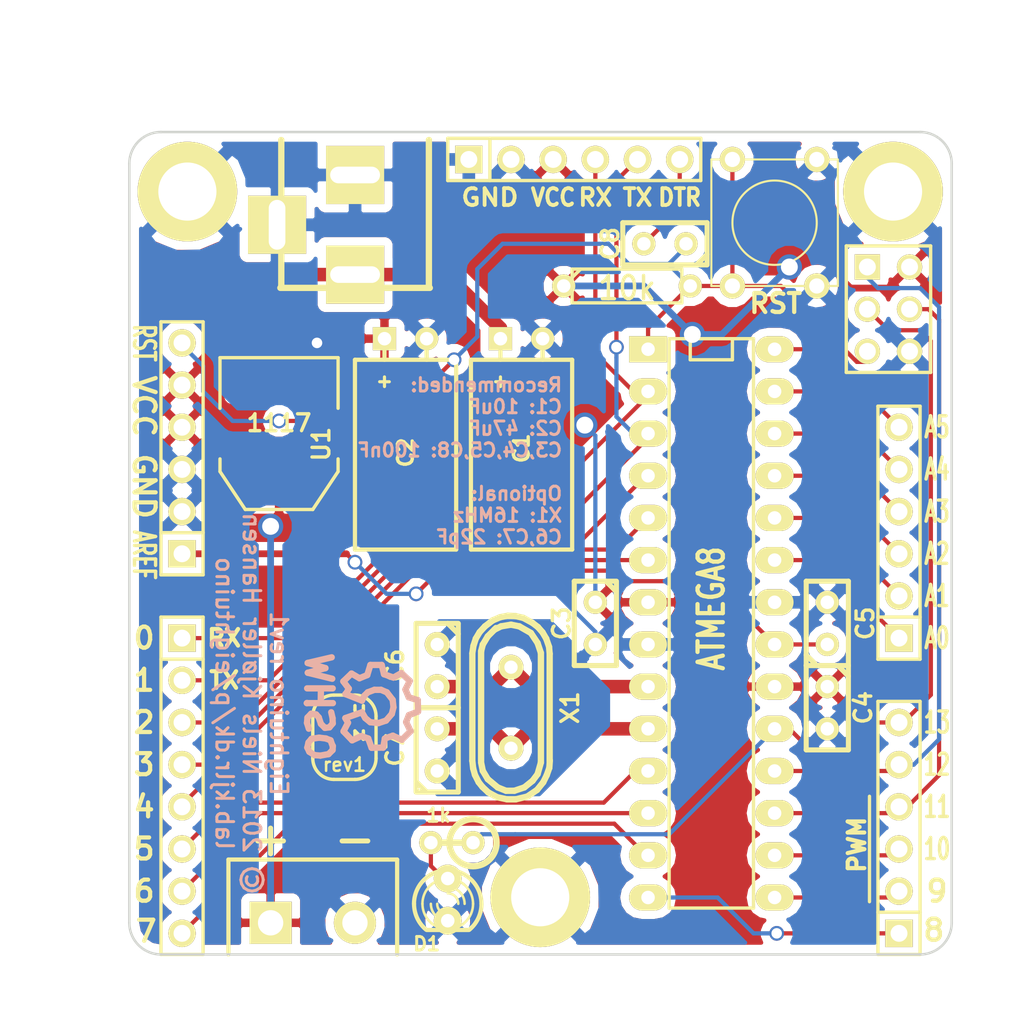
<source format=kicad_pcb>
(kicad_pcb (version 3) (host pcbnew "(2013-12-28 BZR 4579)-product")

  (general
    (links 77)
    (no_connects 0)
    (area 103.827578 71.241 180.471858 133.699001)
    (thickness 1.6)
    (drawings 50)
    (tracks 185)
    (zones 0)
    (modules 28)
    (nets 30)
  )

  (page A4)
  (layers
    (15 F.Cu signal)
    (0 B.Cu signal)
    (16 B.Adhes user)
    (17 F.Adhes user)
    (18 B.Paste user)
    (19 F.Paste user)
    (20 B.SilkS user)
    (21 F.SilkS user)
    (22 B.Mask user)
    (23 F.Mask user)
    (24 Dwgs.User user)
    (25 Cmts.User user)
    (26 Eco1.User user)
    (27 Eco2.User user)
    (28 Edge.Cuts user)
  )

  (setup
    (last_trace_width 0.254)
    (trace_clearance 0.2413)
    (zone_clearance 0.508)
    (zone_45_only no)
    (trace_min 0.254)
    (segment_width 0.2)
    (edge_width 0.15)
    (via_size 0.889)
    (via_drill 0.635)
    (via_min_size 0.889)
    (via_min_drill 0.508)
    (uvia_size 0.508)
    (uvia_drill 0.127)
    (uvias_allowed no)
    (uvia_min_size 0.508)
    (uvia_min_drill 0.127)
    (pcb_text_width 0.3)
    (pcb_text_size 1 1)
    (mod_edge_width 0.254)
    (mod_text_size 1 1)
    (mod_text_width 0.15)
    (pad_size 3.6576 2.032)
    (pad_drill 0)
    (pad_to_mask_clearance 0)
    (aux_axis_origin 0 0)
    (grid_origin 171.45 83.566)
    (visible_elements FFFFFF7F)
    (pcbplotparams
      (layerselection 284196865)
      (usegerberextensions true)
      (excludeedgelayer true)
      (linewidth 0.152400)
      (plotframeref false)
      (viasonmask false)
      (mode 1)
      (useauxorigin false)
      (hpglpennumber 1)
      (hpglpenspeed 20)
      (hpglpendiameter 15)
      (hpglpenoverlay 2)
      (psnegative false)
      (psa4output false)
      (plotreference true)
      (plotvalue true)
      (plotothertext true)
      (plotinvisibletext false)
      (padsonsilk false)
      (subtractmaskfromsilk false)
      (outputformat 1)
      (mirror false)
      (drillshape 0)
      (scaleselection 1)
      (outputdirectory Gerber/))
  )

  (net 0 "")
  (net 1 /DTR)
  (net 2 /MISO)
  (net 3 /MOSI)
  (net 4 /RST)
  (net 5 /RX)
  (net 6 /SCK)
  (net 7 /TX)
  (net 8 /XTAL1)
  (net 9 /XTAL2)
  (net 10 GND)
  (net 11 "Net-(C1-Pad1)")
  (net 12 "Net-(C5-Pad1)")
  (net 13 "Net-(D1-Pad1)")
  (net 14 "Net-(IC1-Pad11)")
  (net 15 "Net-(IC1-Pad12)")
  (net 16 "Net-(IC1-Pad13)")
  (net 17 "Net-(IC1-Pad14)")
  (net 18 "Net-(IC1-Pad15)")
  (net 19 "Net-(IC1-Pad16)")
  (net 20 "Net-(IC1-Pad23)")
  (net 21 "Net-(IC1-Pad24)")
  (net 22 "Net-(IC1-Pad25)")
  (net 23 "Net-(IC1-Pad26)")
  (net 24 "Net-(IC1-Pad27)")
  (net 25 "Net-(IC1-Pad28)")
  (net 26 "Net-(IC1-Pad4)")
  (net 27 "Net-(IC1-Pad5)")
  (net 28 "Net-(IC1-Pad6)")
  (net 29 VCC)

  (net_class Default "This is the default net class."
    (clearance 0.2413)
    (trace_width 0.254)
    (via_dia 0.889)
    (via_drill 0.635)
    (uvia_dia 0.508)
    (uvia_drill 0.127)
    (add_net "")
    (add_net /DTR)
    (add_net /MISO)
    (add_net /MOSI)
    (add_net /RST)
    (add_net /RX)
    (add_net /SCK)
    (add_net /TX)
    (add_net GND)
    (add_net "Net-(C5-Pad1)")
    (add_net "Net-(D1-Pad1)")
    (add_net "Net-(IC1-Pad11)")
    (add_net "Net-(IC1-Pad12)")
    (add_net "Net-(IC1-Pad13)")
    (add_net "Net-(IC1-Pad14)")
    (add_net "Net-(IC1-Pad15)")
    (add_net "Net-(IC1-Pad16)")
    (add_net "Net-(IC1-Pad23)")
    (add_net "Net-(IC1-Pad24)")
    (add_net "Net-(IC1-Pad25)")
    (add_net "Net-(IC1-Pad26)")
    (add_net "Net-(IC1-Pad27)")
    (add_net "Net-(IC1-Pad28)")
    (add_net "Net-(IC1-Pad4)")
    (add_net "Net-(IC1-Pad5)")
    (add_net "Net-(IC1-Pad6)")
  )

  (net_class 0,016 ""
    (clearance 0.254)
    (trace_width 0.4064)
    (via_dia 1.524)
    (via_drill 1.016)
    (uvia_dia 0.508)
    (uvia_drill 0.127)
    (add_net VCC)
  )

  (net_class 0.032 ""
    (clearance 0.254)
    (trace_width 0.8128)
    (via_dia 1.524)
    (via_drill 1.016)
    (uvia_dia 0.508)
    (uvia_drill 0.127)
    (add_net /XTAL1)
    (add_net /XTAL2)
    (add_net "Net-(C1-Pad1)")
  )

  (module Connect:bornier2 (layer F.Cu) (tedit 52D843A2) (tstamp 52D8331F)
    (at 131.572 126.619)
    (descr "Bornier d'alimentation 2 pins")
    (tags DEV)
    (path /52B96FCB)
    (fp_text reference BT1 (at 0 -5.08) (layer F.SilkS) hide
      (effects (font (thickness 0.3048)))
    )
    (fp_text value "Unregulated Battery" (at 0 -6.604) (layer F.SilkS) hide
      (effects (font (size 0.8128 0.8128) (thickness 0.1778)))
    )
    (fp_line (start 5.08 -3.81) (end -5.08 -3.81) (layer F.SilkS) (width 0.254))
    (fp_line (start 5.08 1.905) (end 5.08 -3.81) (layer F.SilkS) (width 0.254))
    (fp_line (start -5.08 -3.81) (end -5.08 1.905) (layer F.SilkS) (width 0.254))
    (pad 1 thru_hole rect (at -2.54 0) (size 2.54 2.54) (drill 1.524) (layers *.Cu *.Mask F.SilkS)
      (net 29 VCC))
    (pad 2 thru_hole circle (at 2.54 0) (size 2.54 2.54) (drill 1.524) (layers *.Cu *.Mask F.SilkS)
      (net 10 GND))
    (model Device/bornier_2.wrl
      (at (xyz 0 0 0))
      (scale (xyz 1 1 1))
      (rotate (xyz 0 0 0))
    )
  )

  (module Discret:C1V5H (layer F.Cu) (tedit 52D83C85) (tstamp 52B97D7E)
    (at 137.16 91.44)
    (descr "Condensateur e = 1 pas")
    (tags C)
    (path /5293AF3D)
    (fp_text reference C2 (at 0 6.858 90) (layer F.SilkS)
      (effects (font (size 0.889 0.889) (thickness 0.2032)))
    )
    (fp_text value CP1 (at 1.27 7.62 90) (layer F.SilkS) hide
      (effects (font (size 0.889 0.889) (thickness 0.127)))
    )
    (fp_line (start -3.048 12.7) (end 3.048 12.7) (layer F.SilkS) (width 0.254))
    (fp_line (start -3.048 1.27) (end 3.048 1.27) (layer F.SilkS) (width 0.254))
    (fp_line (start -3.048 12.7) (end -3.048 1.27) (layer F.SilkS) (width 0.254))
    (fp_line (start 3.048 1.27) (end 3.048 12.7) (layer F.SilkS) (width 0.254))
    (fp_line (start -1.27 0) (end -1.27 1.27) (layer F.SilkS) (width 0.254))
    (fp_line (start 1.27 0) (end 1.27 1.27) (layer F.SilkS) (width 0.254))
    (fp_text user + (at -1.27 2.54) (layer F.SilkS)
      (effects (font (size 0.762 0.762) (thickness 0.2032)))
    )
    (pad 1 thru_hole rect (at -1.27 0) (size 1.397 1.397) (drill 0.8128) (layers *.Cu *.Mask F.SilkS)
      (net 29 VCC))
    (pad 2 thru_hole circle (at 1.27 0) (size 1.397 1.397) (drill 0.8128) (layers *.Cu *.Mask F.SilkS)
      (net 10 GND))
    (model discret/c_horiz_c1v5.wrl
      (at (xyz 0 0 0))
      (scale (xyz 1 1 1))
      (rotate (xyz 0 0 0))
    )
  )

  (module Discret:C1V5H (layer F.Cu) (tedit 52D83C5D) (tstamp 52B97D71)
    (at 144.145 91.44)
    (descr "Condensateur e = 1 pas")
    (tags C)
    (path /5293AF30)
    (fp_text reference C1 (at 0 6.604 90) (layer F.SilkS)
      (effects (font (size 0.889 0.889) (thickness 0.2032)))
    )
    (fp_text value CP1 (at 1.27 7.62 90) (layer F.SilkS) hide
      (effects (font (size 0.889 0.889) (thickness 0.127)))
    )
    (fp_line (start -3.048 12.7) (end 3.048 12.7) (layer F.SilkS) (width 0.254))
    (fp_line (start -3.048 1.27) (end 3.048 1.27) (layer F.SilkS) (width 0.254))
    (fp_line (start -3.048 12.7) (end -3.048 1.27) (layer F.SilkS) (width 0.254))
    (fp_line (start 3.048 1.27) (end 3.048 12.7) (layer F.SilkS) (width 0.254))
    (fp_line (start -1.27 0) (end -1.27 1.27) (layer F.SilkS) (width 0.254))
    (fp_line (start 1.27 0) (end 1.27 1.27) (layer F.SilkS) (width 0.254))
    (fp_text user + (at -1.27 2.54) (layer F.SilkS)
      (effects (font (size 0.762 0.762) (thickness 0.2032)))
    )
    (pad 1 thru_hole rect (at -1.27 0) (size 1.397 1.397) (drill 0.8128) (layers *.Cu *.Mask F.SilkS)
      (net 11 "Net-(C1-Pad1)"))
    (pad 2 thru_hole circle (at 1.27 0) (size 1.397 1.397) (drill 0.8128) (layers *.Cu *.Mask F.SilkS)
      (net 10 GND))
    (model discret/c_horiz_c1v5.wrl
      (at (xyz 0 0 0))
      (scale (xyz 1 1 1))
      (rotate (xyz 0 0 0))
    )
  )

  (module Connect:BARREL_JACK (layer F.Cu) (tedit 52D83977) (tstamp 52B97DAB)
    (at 134.12 81.38 270)
    (descr "DC Barrel Jack")
    (tags "Power Jack")
    (path /52963431)
    (fp_text reference CON1 (at 10.09904 0 270) (layer F.SilkS) hide
      (effects (font (size 1.016 1.016) (thickness 0.2032)))
    )
    (fp_text value BARREL_JACK (at 2.54 -5.715 270) (layer F.SilkS) hide
      (effects (font (size 1.016 1.016) (thickness 0.2032)))
    )
    (fp_line (start -1.905 4.445) (end 6.985 4.445) (layer F.SilkS) (width 0.381))
    (fp_line (start -1.905 -4.445) (end 6.985 -4.445) (layer F.SilkS) (width 0.381))
    (fp_line (start 7.00024 4.50088) (end 7.00024 -4.50088) (layer F.SilkS) (width 0.381))
    (pad 1 thru_hole rect (at 6.20014 0 270) (size 3.50012 3.50012) (drill oval 1.00076 2.99974) (layers *.Cu *.Mask F.SilkS)
      (net 11 "Net-(C1-Pad1)"))
    (pad 2 thru_hole rect (at 0.20066 0 270) (size 3.50012 3.50012) (drill oval 1.00076 2.99974) (layers *.Cu *.Mask F.SilkS)
      (net 10 GND))
    (pad 3 thru_hole rect (at 3.2004 4.699 270) (size 3.50012 3.50012) (drill oval 2.99974 1.00076) (layers *.Cu *.Mask F.SilkS)
      (net 10 GND))
  )

  (module Sockets_DIP:DIP-28__300_ELL (layer F.Cu) (tedit 52D83893) (tstamp 52B980FA)
    (at 155.575 108.585 270)
    (descr "28 pins DIL package, elliptical pads, width 300mil")
    (tags DIL)
    (path /528CF67E)
    (fp_text reference IC1 (at -11.43 0 270) (layer F.SilkS) hide
      (effects (font (size 1.524 1.143) (thickness 0.28575)))
    )
    (fp_text value ATMEGA8 (at -0.889 0 270) (layer F.SilkS)
      (effects (font (size 1.524 1.143) (thickness 0.254)))
    )
    (fp_line (start 17.145 2.54) (end -17.145 2.54) (layer F.SilkS) (width 0.2032))
    (fp_line (start 17.145 -2.54) (end -17.145 -2.54) (layer F.SilkS) (width 0.2032))
    (fp_line (start 17.145 -2.54) (end 17.145 2.54) (layer F.SilkS) (width 0.2032))
    (fp_line (start -17.145 2.54) (end -17.145 -2.54) (layer F.SilkS) (width 0.2032))
    (fp_line (start -17.145 -1.27) (end -15.875 -1.27) (layer F.SilkS) (width 0.2032))
    (fp_line (start -15.875 -1.27) (end -15.875 1.27) (layer F.SilkS) (width 0.2032))
    (fp_line (start -15.875 1.27) (end -17.145 1.27) (layer F.SilkS) (width 0.2032))
    (pad 2 thru_hole oval (at -13.97 3.81 270) (size 1.5748 2.286) (drill 0.8128) (layers *.Cu *.Mask F.SilkS)
      (net 5 /RX))
    (pad 3 thru_hole oval (at -11.43 3.81 270) (size 1.5748 2.286) (drill 0.8128) (layers *.Cu *.Mask F.SilkS)
      (net 7 /TX))
    (pad 4 thru_hole oval (at -8.89 3.81 270) (size 1.5748 2.286) (drill 0.8128) (layers *.Cu *.Mask F.SilkS)
      (net 26 "Net-(IC1-Pad4)"))
    (pad 5 thru_hole oval (at -6.35 3.81 270) (size 1.5748 2.286) (drill 0.8128) (layers *.Cu *.Mask F.SilkS)
      (net 27 "Net-(IC1-Pad5)"))
    (pad 6 thru_hole oval (at -3.81 3.81 270) (size 1.5748 2.286) (drill 0.8128) (layers *.Cu *.Mask F.SilkS)
      (net 28 "Net-(IC1-Pad6)"))
    (pad 7 thru_hole oval (at -1.27 3.81 270) (size 1.5748 2.286) (drill 0.8128) (layers *.Cu *.Mask F.SilkS)
      (net 29 VCC))
    (pad 8 thru_hole oval (at 1.27 3.81 270) (size 1.5748 2.286) (drill 0.8128) (layers *.Cu *.Mask F.SilkS)
      (net 10 GND))
    (pad 9 thru_hole oval (at 3.81 3.81 270) (size 1.5748 2.286) (drill 0.8128) (layers *.Cu *.Mask F.SilkS)
      (net 8 /XTAL1))
    (pad 10 thru_hole oval (at 6.35 3.81 270) (size 1.5748 2.286) (drill 0.8128) (layers *.Cu *.Mask F.SilkS)
      (net 9 /XTAL2))
    (pad 11 thru_hole oval (at 8.89 3.81 270) (size 1.5748 2.286) (drill 0.8128) (layers *.Cu *.Mask F.SilkS)
      (net 14 "Net-(IC1-Pad11)"))
    (pad 12 thru_hole oval (at 11.43 3.81 270) (size 1.5748 2.286) (drill 0.8128) (layers *.Cu *.Mask F.SilkS)
      (net 15 "Net-(IC1-Pad12)"))
    (pad 13 thru_hole oval (at 13.97 3.81 270) (size 1.5748 2.286) (drill 0.8128) (layers *.Cu *.Mask F.SilkS)
      (net 16 "Net-(IC1-Pad13)"))
    (pad 14 thru_hole oval (at 16.51 3.81 270) (size 1.5748 2.286) (drill 0.8128) (layers *.Cu *.Mask F.SilkS)
      (net 17 "Net-(IC1-Pad14)"))
    (pad 1 thru_hole rect (at -16.51 3.81 270) (size 1.5748 2.286) (drill 0.8128) (layers *.Cu *.Mask F.SilkS)
      (net 4 /RST))
    (pad 15 thru_hole oval (at 16.51 -3.81 270) (size 1.5748 2.286) (drill 0.8128) (layers *.Cu *.Mask F.SilkS)
      (net 18 "Net-(IC1-Pad15)"))
    (pad 16 thru_hole oval (at 13.97 -3.81 270) (size 1.5748 2.286) (drill 0.8128) (layers *.Cu *.Mask F.SilkS)
      (net 19 "Net-(IC1-Pad16)"))
    (pad 17 thru_hole oval (at 11.43 -3.81 270) (size 1.5748 2.286) (drill 0.8128) (layers *.Cu *.Mask F.SilkS)
      (net 3 /MOSI))
    (pad 18 thru_hole oval (at 8.89 -3.81 270) (size 1.5748 2.286) (drill 0.8128) (layers *.Cu *.Mask F.SilkS)
      (net 2 /MISO))
    (pad 19 thru_hole oval (at 6.35 -3.81 270) (size 1.5748 2.286) (drill 0.8128) (layers *.Cu *.Mask F.SilkS)
      (net 6 /SCK))
    (pad 20 thru_hole oval (at 3.81 -3.81 270) (size 1.5748 2.286) (drill 0.8128) (layers *.Cu *.Mask F.SilkS)
      (net 29 VCC))
    (pad 21 thru_hole oval (at 1.27 -3.81 270) (size 1.5748 2.286) (drill 0.8128) (layers *.Cu *.Mask F.SilkS)
      (net 12 "Net-(C5-Pad1)"))
    (pad 22 thru_hole oval (at -1.27 -3.81 270) (size 1.5748 2.286) (drill 0.8128) (layers *.Cu *.Mask F.SilkS)
      (net 10 GND))
    (pad 23 thru_hole oval (at -3.81 -3.81 270) (size 1.5748 2.286) (drill 0.8128) (layers *.Cu *.Mask F.SilkS)
      (net 20 "Net-(IC1-Pad23)"))
    (pad 24 thru_hole oval (at -6.35 -3.81 270) (size 1.5748 2.286) (drill 0.8128) (layers *.Cu *.Mask F.SilkS)
      (net 21 "Net-(IC1-Pad24)"))
    (pad 25 thru_hole oval (at -8.89 -3.81 270) (size 1.5748 2.286) (drill 0.8128) (layers *.Cu *.Mask F.SilkS)
      (net 22 "Net-(IC1-Pad25)"))
    (pad 26 thru_hole oval (at -11.43 -3.81 270) (size 1.5748 2.286) (drill 0.8128) (layers *.Cu *.Mask F.SilkS)
      (net 23 "Net-(IC1-Pad26)"))
    (pad 27 thru_hole oval (at -13.97 -3.81 270) (size 1.5748 2.286) (drill 0.8128) (layers *.Cu *.Mask F.SilkS)
      (net 24 "Net-(IC1-Pad27)"))
    (pad 28 thru_hole oval (at -16.51 -3.81 270) (size 1.5748 2.286) (drill 0.8128) (layers *.Cu *.Mask F.SilkS)
      (net 25 "Net-(IC1-Pad28)"))
    (model dil/dil_28-w300.wrl
      (at (xyz 0 0 0))
      (scale (xyz 1 1 1))
      (rotate (xyz 0 0 0))
    )
  )

  (module 8uino_mix_silk+mask+copper (layer F.Cu) (tedit 52D81C66) (tstamp 52D811DB)
    (at 133.477 116.078)
    (fp_text reference 8uino2 (at 0 -5.08) (layer F.SilkS) hide
      (effects (font (size 1 1) (thickness 0.15)))
    )
    (fp_text value rev1 (at 0 1.016) (layer F.SilkS)
      (effects (font (size 0.8128 0.8128) (thickness 0.1524)))
    )
    (fp_line (start 0.635 -0.508) (end 0.635 -1.016) (layer F.Cu) (width 0.2032))
    (fp_line (start 0.635 -1.016) (end 1.143 -0.508) (layer F.Cu) (width 0.2032))
    (fp_line (start 1.143 -0.508) (end 1.143 -1.016) (layer F.Cu) (width 0.2032))
    (fp_line (start 0.635 -2.54) (end 0.635 -2.286) (layer F.SilkS) (width 0.2032))
    (fp_line (start 1.143 -2.54) (end 1.143 -2.286) (layer F.Cu) (width 0.2032))
    (fp_arc (start 0.889 -2.286) (end 1.143 -2.286) (angle 90) (layer F.Cu) (width 0.2032))
    (fp_arc (start 0.889 -2.286) (end 0.889 -2.032) (angle 90) (layer F.SilkS) (width 0.2032))
    (fp_circle (center -0.381 -1.905) (end 0.127 -1.524) (layer F.Mask) (width 0.3048))
    (fp_circle (center -0.381 -0.4445) (end 0.127 0.127) (layer F.Mask) (width 0.3048))
    (fp_circle (center 0.889 0) (end 1.1684 0) (layer F.Mask) (width 0.2032))
    (fp_circle (center 0.889 0) (end 1.1684 0) (layer F.Cu) (width 0.2032))
    (fp_line (start 0.889 -1.778) (end 0.889 -1.27) (layer F.Cu) (width 0.2032))
    (fp_arc (start 0.889 -2.286) (end 0.889 -2.032) (angle 90) (layer F.Cu) (width 0.2032))
    (fp_line (start 0.635 1.905) (end -0.635 1.905) (layer F.SilkS) (width 0.2032))
    (fp_line (start -1.905 -1.905) (end -1.905 0.635) (layer F.SilkS) (width 0.2032))
    (fp_line (start 0.635 -3.175) (end -0.635 -3.175) (layer F.SilkS) (width 0.2032))
    (fp_line (start 1.905 0.635) (end 1.905 -1.905) (layer F.SilkS) (width 0.2032))
    (fp_arc (start -0.635 0.635) (end -0.635 1.905) (angle 90) (layer F.SilkS) (width 0.2032))
    (fp_arc (start 0.635 0.635) (end 1.905 0.635) (angle 90) (layer F.SilkS) (width 0.2032))
    (fp_arc (start 0.635 -1.905) (end 0.635 -3.175) (angle 90) (layer F.SilkS) (width 0.2032))
    (fp_arc (start -0.635 -1.905) (end -1.905 -1.905) (angle 90) (layer F.SilkS) (width 0.2032))
    (fp_circle (center -0.381 -0.4445) (end 0.127 0.127) (layer F.Cu) (width 0.3048))
    (fp_circle (center -0.381 -1.905) (end 0.127 -1.524) (layer F.Cu) (width 0.3048))
    (fp_line (start 0.635 -0.508) (end 0.635 -1.016) (layer F.SilkS) (width 0.2032))
    (fp_line (start 0.635 -1.016) (end 1.143 -0.508) (layer F.SilkS) (width 0.2032))
    (fp_line (start 1.143 -0.508) (end 1.143 -1.016) (layer F.SilkS) (width 0.2032))
    (fp_line (start 0.889 -1.778) (end 0.889 -1.27) (layer F.Mask) (width 0.2032))
    (fp_line (start 0.635 -2.286) (end 0.635 -2.54) (layer F.Cu) (width 0.2032))
    (fp_line (start 1.143 -2.286) (end 1.143 -2.54) (layer F.SilkS) (width 0.2032))
    (fp_arc (start 0.889 -2.286) (end 1.143 -2.286) (angle 90) (layer F.SilkS) (width 0.2032))
  )

  (module Connect:1pin (layer F.Cu) (tedit 52D82B0E) (tstamp 52B98E02)
    (at 145.27 125.08)
    (descr "module 1 pin (ou trou mecanique de percage)")
    (tags DEV)
    (fp_text reference 1PIN (at 0 -3.048) (layer F.SilkS) hide
      (effects (font (size 1.016 1.016) (thickness 0.254)))
    )
    (fp_text value P*** (at 0 2.794) (layer F.SilkS) hide
      (effects (font (size 1.016 1.016) (thickness 0.254)))
    )
    (pad 1 thru_hole circle (at 0 0) (size 6 6) (drill 3.5) (layers *.Cu *.Mask F.SilkS)
      (net 10 GND))
  )

  (module Connect:1pin (layer F.Cu) (tedit 52D82BA8) (tstamp 52B98DFB)
    (at 166.52 82.58)
    (descr "module 1 pin (ou trou mecanique de percage)")
    (tags DEV)
    (fp_text reference 1PIN (at 0 -3.048) (layer F.SilkS) hide
      (effects (font (size 1.016 1.016) (thickness 0.254)))
    )
    (fp_text value P*** (at 0 2.794) (layer F.SilkS) hide
      (effects (font (size 1.016 1.016) (thickness 0.254)))
    )
    (pad 1 thru_hole circle (at 0 0) (size 6 6) (drill 3.5) (layers *.Cu *.Mask F.SilkS)
      (net 10 GND))
  )

  (module Connect:1pin (layer F.Cu) (tedit 52D82BB0) (tstamp 52D70301)
    (at 124.02 82.58)
    (descr "module 1 pin (ou trou mecanique de percage)")
    (tags DEV)
    (fp_text reference 1PIN (at 0 -3.048) (layer F.SilkS) hide
      (effects (font (size 1.016 1.016) (thickness 0.254)))
    )
    (fp_text value P*** (at 0 2.794) (layer F.SilkS) hide
      (effects (font (size 1.016 1.016) (thickness 0.254)))
    )
    (pad 1 thru_hole circle (at 0 0) (size 6 6) (drill 3.5) (layers *.Cu *.Mask F.SilkS)
      (net 10 GND))
  )

  (module Discret:C1 (layer F.Cu) (tedit 52D7FED4) (tstamp 52B98111)
    (at 148.59 108.585 270)
    (descr "Condensateur e = 1 pas")
    (tags C)
    (path /528D0B0F)
    (fp_text reference C3 (at 0 2.032 270) (layer F.SilkS)
      (effects (font (size 1.016 1.016) (thickness 0.2032)))
    )
    (fp_text value 100nF (at 0 -2.286 270) (layer F.SilkS) hide
      (effects (font (size 1.016 1.016) (thickness 0.2032)))
    )
    (fp_line (start -2.4892 -1.27) (end 2.54 -1.27) (layer F.SilkS) (width 0.3048))
    (fp_line (start 2.54 -1.27) (end 2.54 1.27) (layer F.SilkS) (width 0.3048))
    (fp_line (start 2.54 1.27) (end -2.54 1.27) (layer F.SilkS) (width 0.3048))
    (fp_line (start -2.54 1.27) (end -2.54 -1.27) (layer F.SilkS) (width 0.3048))
    (fp_line (start -2.54 -0.635) (end -1.905 -1.27) (layer F.SilkS) (width 0.3048))
    (pad 1 thru_hole circle (at -1.27 0 270) (size 1.397 1.397) (drill 0.8128) (layers *.Cu *.Mask F.SilkS)
      (net 29 VCC))
    (pad 2 thru_hole circle (at 1.27 0 270) (size 1.397 1.397) (drill 0.8128) (layers *.Cu *.Mask F.SilkS)
      (net 10 GND))
    (model discret/capa_1_pas.wrl
      (at (xyz 0 0 0))
      (scale (xyz 1 1 1))
      (rotate (xyz 0 0 0))
    )
  )

  (module Discret:C1 (layer F.Cu) (tedit 52D833AB) (tstamp 52D78379)
    (at 162.56 113.665 270)
    (descr "Condensateur e = 1 pas")
    (tags C)
    (path /528D0B1E)
    (fp_text reference C4 (at 0 -2.159 270) (layer F.SilkS)
      (effects (font (size 1.016 1.016) (thickness 0.2032)))
    )
    (fp_text value 100nF (at 0 -2.286 270) (layer F.SilkS) hide
      (effects (font (size 1.016 1.016) (thickness 0.2032)))
    )
    (fp_line (start -2.4892 -1.27) (end 2.54 -1.27) (layer F.SilkS) (width 0.3048))
    (fp_line (start 2.54 -1.27) (end 2.54 1.27) (layer F.SilkS) (width 0.3048))
    (fp_line (start 2.54 1.27) (end -2.54 1.27) (layer F.SilkS) (width 0.3048))
    (fp_line (start -2.54 1.27) (end -2.54 -1.27) (layer F.SilkS) (width 0.3048))
    (fp_line (start -2.54 -0.635) (end -1.905 -1.27) (layer F.SilkS) (width 0.3048))
    (pad 1 thru_hole circle (at -1.27 0 270) (size 1.397 1.397) (drill 0.8128) (layers *.Cu *.Mask F.SilkS)
      (net 29 VCC))
    (pad 2 thru_hole circle (at 1.27 0 270) (size 1.397 1.397) (drill 0.8128) (layers *.Cu *.Mask F.SilkS)
      (net 10 GND))
    (model discret/capa_1_pas.wrl
      (at (xyz 0 0 0))
      (scale (xyz 1 1 1))
      (rotate (xyz 0 0 0))
    )
  )

  (module Discret:C1 (layer F.Cu) (tedit 52D833AF) (tstamp 52B97D9F)
    (at 162.56 108.585 90)
    (descr "Condensateur e = 1 pas")
    (tags C)
    (path /528D0B2D)
    (fp_text reference C5 (at 0 2.286 90) (layer F.SilkS)
      (effects (font (size 1.016 1.016) (thickness 0.2032)))
    )
    (fp_text value 100nF (at 0 -2.286 90) (layer F.SilkS) hide
      (effects (font (size 1.016 1.016) (thickness 0.2032)))
    )
    (fp_line (start -2.4892 -1.27) (end 2.54 -1.27) (layer F.SilkS) (width 0.3048))
    (fp_line (start 2.54 -1.27) (end 2.54 1.27) (layer F.SilkS) (width 0.3048))
    (fp_line (start 2.54 1.27) (end -2.54 1.27) (layer F.SilkS) (width 0.3048))
    (fp_line (start -2.54 1.27) (end -2.54 -1.27) (layer F.SilkS) (width 0.3048))
    (fp_line (start -2.54 -0.635) (end -1.905 -1.27) (layer F.SilkS) (width 0.3048))
    (pad 1 thru_hole circle (at -1.27 0 90) (size 1.397 1.397) (drill 0.8128) (layers *.Cu *.Mask F.SilkS)
      (net 12 "Net-(C5-Pad1)"))
    (pad 2 thru_hole circle (at 1.27 0 90) (size 1.397 1.397) (drill 0.8128) (layers *.Cu *.Mask F.SilkS)
      (net 10 GND))
    (model discret/capa_1_pas.wrl
      (at (xyz 0 0 0))
      (scale (xyz 1 1 1))
      (rotate (xyz 0 0 0))
    )
  )

  (module Discret:R3 (layer F.Cu) (tedit 52B97D1C) (tstamp 52B97E4C)
    (at 150.495 88.265)
    (descr "Resitance 3 pas")
    (tags R)
    (path /528D107C)
    (autoplace_cost180 10)
    (fp_text reference R1 (at 0 0.127) (layer F.SilkS) hide
      (effects (font (size 1.397 1.27) (thickness 0.2032)))
    )
    (fp_text value 10k (at 0 0.127) (layer F.SilkS)
      (effects (font (size 1.397 1.27) (thickness 0.2032)))
    )
    (fp_line (start -3.81 0) (end -3.302 0) (layer F.SilkS) (width 0.2032))
    (fp_line (start 3.81 0) (end 3.302 0) (layer F.SilkS) (width 0.2032))
    (fp_line (start 3.302 0) (end 3.302 -1.016) (layer F.SilkS) (width 0.2032))
    (fp_line (start 3.302 -1.016) (end -3.302 -1.016) (layer F.SilkS) (width 0.2032))
    (fp_line (start -3.302 -1.016) (end -3.302 1.016) (layer F.SilkS) (width 0.2032))
    (fp_line (start -3.302 1.016) (end 3.302 1.016) (layer F.SilkS) (width 0.2032))
    (fp_line (start 3.302 1.016) (end 3.302 0) (layer F.SilkS) (width 0.2032))
    (fp_line (start -3.302 -0.508) (end -2.794 -1.016) (layer F.SilkS) (width 0.2032))
    (pad 1 thru_hole circle (at -3.81 0) (size 1.397 1.397) (drill 0.8128) (layers *.Cu *.Mask F.SilkS)
      (net 29 VCC))
    (pad 2 thru_hole circle (at 3.81 0) (size 1.397 1.397) (drill 0.8128) (layers *.Cu *.Mask F.SilkS)
      (net 4 /RST))
    (model discret/resistor.wrl
      (at (xyz 0 0 0))
      (scale (xyz 0.3 0.3 0.3))
      (rotate (xyz 0 0 0))
    )
  )

  (module Discret:SW_PUSH_SMALL (layer F.Cu) (tedit 52D8432D) (tstamp 52B97E67)
    (at 159.385 84.455 270)
    (path /528D1107)
    (fp_text reference SW1 (at 0 -0.762 270) (layer F.SilkS) hide
      (effects (font (size 1.016 1.016) (thickness 0.2032)))
    )
    (fp_text value RST (at 4.861 -0.065 360) (layer F.SilkS)
      (effects (font (size 1.143 1.143) (thickness 0.254)))
    )
    (fp_circle (center 0 0) (end 0 -2.54) (layer F.SilkS) (width 0.127))
    (fp_line (start -3.81 -3.81) (end 3.81 -3.81) (layer F.SilkS) (width 0.127))
    (fp_line (start 3.81 -3.81) (end 3.81 3.81) (layer F.SilkS) (width 0.127))
    (fp_line (start 3.81 3.81) (end -3.81 3.81) (layer F.SilkS) (width 0.127))
    (fp_line (start -3.81 -3.81) (end -3.81 3.81) (layer F.SilkS) (width 0.127))
    (pad 1 thru_hole circle (at 3.81 -2.54 270) (size 1.524 1.524) (drill 0.9144) (layers *.Cu *.Mask F.SilkS)
      (net 10 GND))
    (pad 2 thru_hole circle (at 3.81 2.54 270) (size 1.524 1.524) (drill 0.9144) (layers *.Cu *.Mask F.SilkS)
      (net 4 /RST))
    (pad 1 thru_hole circle (at -3.81 -2.54 270) (size 1.524 1.524) (drill 0.9144) (layers *.Cu *.Mask F.SilkS)
      (net 10 GND))
    (pad 2 thru_hole circle (at -3.81 2.54 270) (size 1.524 1.524) (drill 0.9144) (layers *.Cu *.Mask F.SilkS)
      (net 4 /RST))
  )

  (module LEDs:LED-3MM (layer F.Cu) (tedit 52D84AF1) (tstamp 52B9F6AA)
    (at 139.7 125.222 270)
    (descr "LED 3mm - Lead pitch 100mil (2,54mm)")
    (tags "LED led 3mm 3MM 100mil 2,54mm")
    (path /52926611)
    (fp_text reference D1 (at 2.667 1.27 360) (layer F.SilkS)
      (effects (font (size 0.8128 0.8128) (thickness 0.1778)))
    )
    (fp_text value LED (at 0 2.54 270) (layer F.SilkS) hide
      (effects (font (size 0.762 0.762) (thickness 0.0889)))
    )
    (fp_line (start 1.8288 1.27) (end 1.8288 -1.27) (layer F.SilkS) (width 0.254))
    (fp_arc (start 0.254 0) (end -1.27 0) (angle 39.8) (layer F.SilkS) (width 0.1524))
    (fp_arc (start 0.254 0) (end -0.88392 1.01092) (angle 41.6) (layer F.SilkS) (width 0.1524))
    (fp_arc (start 0.254 0) (end 1.4097 -0.9906) (angle 40.6) (layer F.SilkS) (width 0.1524))
    (fp_arc (start 0.254 0) (end 1.778 0) (angle 39.8) (layer F.SilkS) (width 0.1524))
    (fp_arc (start 0.254 0) (end 0.254 -1.524) (angle 54.4) (layer F.SilkS) (width 0.1524))
    (fp_arc (start 0.254 0) (end -0.9652 -0.9144) (angle 53.1) (layer F.SilkS) (width 0.1524))
    (fp_arc (start 0.254 0) (end 1.45542 0.93472) (angle 52.1) (layer F.SilkS) (width 0.1524))
    (fp_arc (start 0.254 0) (end 0.254 1.524) (angle 52.1) (layer F.SilkS) (width 0.1524))
    (fp_arc (start 0.254 0) (end -0.381 0) (angle 90) (layer F.SilkS) (width 0.1524))
    (fp_arc (start 0.254 0) (end -0.762 0) (angle 90) (layer F.SilkS) (width 0.1524))
    (fp_arc (start 0.254 0) (end 0.889 0) (angle 90) (layer F.SilkS) (width 0.1524))
    (fp_arc (start 0.254 0) (end 1.27 0) (angle 90) (layer F.SilkS) (width 0.1524))
    (fp_arc (start 0.254 0) (end 0.254 -2.032) (angle 50.1) (layer F.SilkS) (width 0.254))
    (fp_arc (start 0.254 0) (end -1.5367 -0.95504) (angle 61.9) (layer F.SilkS) (width 0.254))
    (fp_arc (start 0.254 0) (end 1.8034 1.31064) (angle 49.7) (layer F.SilkS) (width 0.254))
    (fp_arc (start 0.254 0) (end 0.254 2.032) (angle 60.2) (layer F.SilkS) (width 0.254))
    (fp_arc (start 0.254 0) (end -1.778 0) (angle 28.3) (layer F.SilkS) (width 0.254))
    (fp_arc (start 0.254 0) (end -1.47574 1.06426) (angle 31.6) (layer F.SilkS) (width 0.254))
    (pad 1 thru_hole circle (at -1.27 0 270) (size 1.6764 1.6764) (drill 0.8128) (layers *.Cu *.Mask F.SilkS)
      (net 13 "Net-(D1-Pad1)"))
    (pad 2 thru_hole circle (at 1.27 0 270) (size 1.6764 1.6764) (drill 0.8128) (layers *.Cu *.Mask F.SilkS)
      (net 10 GND))
    (model discret/leds/led3_vertical_verde.wrl
      (at (xyz 0 0 0))
      (scale (xyz 1 1 1))
      (rotate (xyz 0 0 0))
    )
  )

  (module Crystals:Crystal_HC49-U_Vertical_RevA_09Aug2010 (layer F.Cu) (tedit 52D83BD1) (tstamp 52B98764)
    (at 143.51 113.665 90)
    (descr "Crystal, Quarz, HC49/U, vertical, stehend,")
    (tags "Crystal, Quarz, HC49/U, vertical, stehend,")
    (path /52B979FE)
    (fp_text reference X1 (at 0 3.556 90) (layer F.SilkS)
      (effects (font (size 1.016 1.016) (thickness 0.2032)))
    )
    (fp_text value CRYSTAL (at 0 3.81 90) (layer F.SilkS) hide
      (effects (font (thickness 0.3048)))
    )
    (fp_line (start 4.699 -1.00076) (end 4.89966 -0.59944) (layer F.SilkS) (width 0.381))
    (fp_line (start 4.89966 -0.59944) (end 5.00126 0) (layer F.SilkS) (width 0.381))
    (fp_line (start 5.00126 0) (end 4.89966 0.50038) (layer F.SilkS) (width 0.381))
    (fp_line (start 4.89966 0.50038) (end 4.50088 1.19888) (layer F.SilkS) (width 0.381))
    (fp_line (start 4.50088 1.19888) (end 3.8989 1.6002) (layer F.SilkS) (width 0.381))
    (fp_line (start 3.8989 1.6002) (end 3.29946 1.80086) (layer F.SilkS) (width 0.381))
    (fp_line (start 3.29946 1.80086) (end -3.29946 1.80086) (layer F.SilkS) (width 0.381))
    (fp_line (start -3.29946 1.80086) (end -4.0005 1.6002) (layer F.SilkS) (width 0.381))
    (fp_line (start -4.0005 1.6002) (end -4.39928 1.30048) (layer F.SilkS) (width 0.381))
    (fp_line (start -4.39928 1.30048) (end -4.8006 0.8001) (layer F.SilkS) (width 0.381))
    (fp_line (start -4.8006 0.8001) (end -5.00126 0.20066) (layer F.SilkS) (width 0.381))
    (fp_line (start -5.00126 0.20066) (end -5.00126 -0.29972) (layer F.SilkS) (width 0.381))
    (fp_line (start -5.00126 -0.29972) (end -4.8006 -0.8001) (layer F.SilkS) (width 0.381))
    (fp_line (start -4.8006 -0.8001) (end -4.30022 -1.39954) (layer F.SilkS) (width 0.381))
    (fp_line (start -4.30022 -1.39954) (end -3.79984 -1.69926) (layer F.SilkS) (width 0.381))
    (fp_line (start -3.79984 -1.69926) (end -3.29946 -1.80086) (layer F.SilkS) (width 0.381))
    (fp_line (start -3.2004 -1.80086) (end 3.40106 -1.80086) (layer F.SilkS) (width 0.381))
    (fp_line (start 3.40106 -1.80086) (end 3.79984 -1.69926) (layer F.SilkS) (width 0.381))
    (fp_line (start 3.79984 -1.69926) (end 4.30022 -1.39954) (layer F.SilkS) (width 0.381))
    (fp_line (start 4.30022 -1.39954) (end 4.8006 -0.89916) (layer F.SilkS) (width 0.381))
    (fp_line (start -3.19024 -2.32918) (end -3.64998 -2.28092) (layer F.SilkS) (width 0.381))
    (fp_line (start -3.64998 -2.28092) (end -4.04876 -2.16916) (layer F.SilkS) (width 0.381))
    (fp_line (start -4.04876 -2.16916) (end -4.48056 -1.95072) (layer F.SilkS) (width 0.381))
    (fp_line (start -4.48056 -1.95072) (end -4.77012 -1.71958) (layer F.SilkS) (width 0.381))
    (fp_line (start -4.77012 -1.71958) (end -5.10032 -1.36906) (layer F.SilkS) (width 0.381))
    (fp_line (start -5.10032 -1.36906) (end -5.38988 -0.83058) (layer F.SilkS) (width 0.381))
    (fp_line (start -5.38988 -0.83058) (end -5.51942 -0.23114) (layer F.SilkS) (width 0.381))
    (fp_line (start -5.51942 -0.23114) (end -5.51942 0.2794) (layer F.SilkS) (width 0.381))
    (fp_line (start -5.51942 0.2794) (end -5.34924 0.98044) (layer F.SilkS) (width 0.381))
    (fp_line (start -5.34924 0.98044) (end -4.95046 1.56972) (layer F.SilkS) (width 0.381))
    (fp_line (start -4.95046 1.56972) (end -4.49072 1.94056) (layer F.SilkS) (width 0.381))
    (fp_line (start -4.49072 1.94056) (end -4.06908 2.14884) (layer F.SilkS) (width 0.381))
    (fp_line (start -4.06908 2.14884) (end -3.6195 2.30886) (layer F.SilkS) (width 0.381))
    (fp_line (start -3.6195 2.30886) (end -3.18008 2.33934) (layer F.SilkS) (width 0.381))
    (fp_line (start 4.16052 2.1209) (end 4.53898 1.89992) (layer F.SilkS) (width 0.381))
    (fp_line (start 4.53898 1.89992) (end 4.85902 1.62052) (layer F.SilkS) (width 0.381))
    (fp_line (start 4.85902 1.62052) (end 5.11048 1.29032) (layer F.SilkS) (width 0.381))
    (fp_line (start 5.11048 1.29032) (end 5.4102 0.73914) (layer F.SilkS) (width 0.381))
    (fp_line (start 5.4102 0.73914) (end 5.51942 0.26924) (layer F.SilkS) (width 0.381))
    (fp_line (start 5.51942 0.26924) (end 5.53974 -0.1905) (layer F.SilkS) (width 0.381))
    (fp_line (start 5.53974 -0.1905) (end 5.45084 -0.65024) (layer F.SilkS) (width 0.381))
    (fp_line (start 5.45084 -0.65024) (end 5.26034 -1.09982) (layer F.SilkS) (width 0.381))
    (fp_line (start 5.26034 -1.09982) (end 4.89966 -1.56972) (layer F.SilkS) (width 0.381))
    (fp_line (start 4.89966 -1.56972) (end 4.54914 -1.88976) (layer F.SilkS) (width 0.381))
    (fp_line (start 4.54914 -1.88976) (end 4.16052 -2.1209) (layer F.SilkS) (width 0.381))
    (fp_line (start 4.16052 -2.1209) (end 3.73126 -2.2606) (layer F.SilkS) (width 0.381))
    (fp_line (start 3.73126 -2.2606) (end 3.2893 -2.32918) (layer F.SilkS) (width 0.381))
    (fp_line (start -3.2004 2.32918) (end 3.2512 2.32918) (layer F.SilkS) (width 0.381))
    (fp_line (start 3.2512 2.32918) (end 3.6703 2.29108) (layer F.SilkS) (width 0.381))
    (fp_line (start 3.6703 2.29108) (end 4.16052 2.1209) (layer F.SilkS) (width 0.381))
    (fp_line (start -3.2004 -2.32918) (end 3.2512 -2.32918) (layer F.SilkS) (width 0.381))
    (pad 1 thru_hole circle (at -2.44094 0 90) (size 1.50114 1.50114) (drill 0.8001) (layers *.Cu *.Mask F.SilkS)
      (net 9 /XTAL2))
    (pad 2 thru_hole circle (at 2.44094 0 90) (size 1.50114 1.50114) (drill 0.8001) (layers *.Cu *.Mask F.SilkS)
      (net 8 /XTAL1))
  )

  (module Pinheaders:Pinrow_6p (layer F.Cu) (tedit 52D8377B) (tstamp 52BE8243)
    (at 123.698 98.044 90)
    (descr "Connecteor 6 pins")
    (tags "CONN DEV")
    (path /528D00BE)
    (fp_text reference P1 (at 0 -2.54 90) (layer F.SilkS) hide
      (effects (font (size 1.27 1.016) (thickness 0.2032)))
    )
    (fp_text value PowerPins (at 0 -2.54 90) (layer F.SilkS) hide
      (effects (font (size 1.524 1.016) (thickness 0.2032)))
    )
    (fp_line (start -7.62 1.27) (end -7.62 -1.27) (layer F.SilkS) (width 0.2032))
    (fp_line (start -7.62 -1.27) (end 7.62 -1.27) (layer F.SilkS) (width 0.2032))
    (fp_line (start 7.62 -1.27) (end 7.62 1.27) (layer F.SilkS) (width 0.2032))
    (fp_line (start 7.62 1.27) (end -7.62 1.27) (layer F.SilkS) (width 0.2032))
    (fp_line (start -5.08 1.27) (end -5.08 -1.27) (layer F.SilkS) (width 0.2032))
    (pad 1 thru_hole rect (at -6.35 0 90) (size 1.651 1.651) (drill 1.016) (layers *.Cu *.Mask F.SilkS)
      (net 12 "Net-(C5-Pad1)"))
    (pad 2 thru_hole circle (at -3.81 0 90) (size 1.651 1.651) (drill 1.016) (layers *.Cu *.Mask F.SilkS)
      (net 10 GND))
    (pad 3 thru_hole circle (at -1.27 0 90) (size 1.651 1.651) (drill 1.016) (layers *.Cu *.Mask F.SilkS)
      (net 10 GND))
    (pad 4 thru_hole circle (at 1.27 0 90) (size 1.651 1.651) (drill 1.016) (layers *.Cu *.Mask F.SilkS)
      (net 29 VCC))
    (pad 5 thru_hole circle (at 3.81 0 90) (size 1.651 1.651) (drill 1.016) (layers *.Cu *.Mask F.SilkS)
      (net 29 VCC))
    (pad 6 thru_hole circle (at 6.35 0 90) (size 1.651 1.651) (drill 1.016) (layers *.Cu *.Mask F.SilkS)
      (net 4 /RST))
  )

  (module Pinheaders:Pinrow_6p (layer F.Cu) (tedit 52D833A2) (tstamp 52BE8252)
    (at 166.878 103.124 90)
    (descr "Connecteor 6 pins")
    (tags "CONN DEV")
    (path /528CF788)
    (fp_text reference P2 (at 0 -2.54 90) (layer F.SilkS) hide
      (effects (font (size 1.27 1.016) (thickness 0.2032)))
    )
    (fp_text value Analog (at 0 -2.54 90) (layer F.SilkS) hide
      (effects (font (size 1.524 1.016) (thickness 0.2032)))
    )
    (fp_line (start -7.62 1.27) (end -7.62 -1.27) (layer F.SilkS) (width 0.2032))
    (fp_line (start -7.62 -1.27) (end 7.62 -1.27) (layer F.SilkS) (width 0.2032))
    (fp_line (start 7.62 -1.27) (end 7.62 1.27) (layer F.SilkS) (width 0.2032))
    (fp_line (start 7.62 1.27) (end -7.62 1.27) (layer F.SilkS) (width 0.2032))
    (fp_line (start -5.08 1.27) (end -5.08 -1.27) (layer F.SilkS) (width 0.2032))
    (pad 1 thru_hole rect (at -6.35 0 90) (size 1.651 1.651) (drill 1.016) (layers *.Cu *.Mask F.SilkS)
      (net 20 "Net-(IC1-Pad23)"))
    (pad 2 thru_hole circle (at -3.81 0 90) (size 1.651 1.651) (drill 1.016) (layers *.Cu *.Mask F.SilkS)
      (net 21 "Net-(IC1-Pad24)"))
    (pad 3 thru_hole circle (at -1.27 0 90) (size 1.651 1.651) (drill 1.016) (layers *.Cu *.Mask F.SilkS)
      (net 22 "Net-(IC1-Pad25)"))
    (pad 4 thru_hole circle (at 1.27 0 90) (size 1.651 1.651) (drill 1.016) (layers *.Cu *.Mask F.SilkS)
      (net 23 "Net-(IC1-Pad26)"))
    (pad 5 thru_hole circle (at 3.81 0 90) (size 1.651 1.651) (drill 1.016) (layers *.Cu *.Mask F.SilkS)
      (net 24 "Net-(IC1-Pad27)"))
    (pad 6 thru_hole circle (at 6.35 0 90) (size 1.651 1.651) (drill 1.016) (layers *.Cu *.Mask F.SilkS)
      (net 25 "Net-(IC1-Pad28)"))
  )

  (module Pinheaders:Pinrow_8p (layer F.Cu) (tedit 52BE812B) (tstamp 52BE8261)
    (at 123.698 118.364 270)
    (descr "Connecter 8 pins")
    (tags "CONN DEV")
    (path /528CF85A)
    (fp_text reference P3 (at -6.35 -2.54 270) (layer F.SilkS) hide
      (effects (font (size 1.72974 1.08712) (thickness 0.27178)))
    )
    (fp_text value Digital1 (at 5.08 -2.54 270) (layer F.SilkS) hide
      (effects (font (size 1.524 1.016) (thickness 0.254)))
    )
    (fp_line (start -10.16 -1.27) (end 10.16 -1.27) (layer F.SilkS) (width 0.2032))
    (fp_line (start 10.16 -1.27) (end 10.16 1.27) (layer F.SilkS) (width 0.2032))
    (fp_line (start 10.16 1.27) (end -10.16 1.27) (layer F.SilkS) (width 0.2032))
    (fp_line (start -10.16 1.27) (end -10.16 -1.27) (layer F.SilkS) (width 0.2032))
    (fp_line (start -7.62 1.27) (end -7.62 -1.27) (layer F.SilkS) (width 0.2032))
    (pad 1 thru_hole rect (at -8.89 0 270) (size 1.651 1.651) (drill 1.016) (layers *.Cu *.Mask F.SilkS)
      (net 5 /RX))
    (pad 2 thru_hole circle (at -6.35 0 270) (size 1.651 1.651) (drill 1.016) (layers *.Cu *.Mask F.SilkS)
      (net 7 /TX))
    (pad 3 thru_hole circle (at -3.81 0 270) (size 1.651 1.651) (drill 1.016) (layers *.Cu *.Mask F.SilkS)
      (net 26 "Net-(IC1-Pad4)"))
    (pad 4 thru_hole circle (at -1.27 0 270) (size 1.651 1.651) (drill 1.016) (layers *.Cu *.Mask F.SilkS)
      (net 27 "Net-(IC1-Pad5)"))
    (pad 5 thru_hole circle (at 1.27 0 270) (size 1.651 1.651) (drill 1.016) (layers *.Cu *.Mask F.SilkS)
      (net 28 "Net-(IC1-Pad6)"))
    (pad 6 thru_hole circle (at 3.81 0 270) (size 1.651 1.651) (drill 1.016) (layers *.Cu *.Mask F.SilkS)
      (net 14 "Net-(IC1-Pad11)"))
    (pad 7 thru_hole circle (at 6.35 0 270) (size 1.651 1.651) (drill 1.016) (layers *.Cu *.Mask F.SilkS)
      (net 15 "Net-(IC1-Pad12)"))
    (pad 8 thru_hole circle (at 8.89 0 270) (size 1.651 1.651) (drill 1.016) (layers *.Cu *.Mask F.SilkS)
      (net 16 "Net-(IC1-Pad13)"))
  )

  (module Pinheaders:Pinrow_6p (layer F.Cu) (tedit 52D83BFF) (tstamp 52BE8270)
    (at 166.878 120.904 90)
    (descr "Connecteor 6 pins")
    (tags "CONN DEV")
    (path /528CF84B)
    (fp_text reference P4 (at 0 -2.54 90) (layer F.SilkS) hide
      (effects (font (size 1.27 1.016) (thickness 0.2032)))
    )
    (fp_text value Digital_2 (at 0 -2.54 90) (layer F.SilkS) hide
      (effects (font (size 1.524 1.016) (thickness 0.2032)))
    )
    (fp_line (start -7.62 1.27) (end -7.62 -1.27) (layer F.SilkS) (width 0.2032))
    (fp_line (start -7.62 -1.27) (end 7.62 -1.27) (layer F.SilkS) (width 0.2032))
    (fp_line (start 7.62 -1.27) (end 7.62 1.27) (layer F.SilkS) (width 0.2032))
    (fp_line (start 7.62 1.27) (end -7.62 1.27) (layer F.SilkS) (width 0.2032))
    (fp_line (start -5.08 1.27) (end -5.08 -1.27) (layer F.SilkS) (width 0.2032))
    (pad 1 thru_hole rect (at -6.35 0 90) (size 1.651 1.651) (drill 1.016) (layers *.Cu *.Mask F.SilkS)
      (net 17 "Net-(IC1-Pad14)"))
    (pad 2 thru_hole circle (at -3.81 0 90) (size 1.651 1.651) (drill 1.016) (layers *.Cu *.Mask F.SilkS)
      (net 18 "Net-(IC1-Pad15)"))
    (pad 3 thru_hole circle (at -1.27 0 90) (size 1.651 1.651) (drill 1.016) (layers *.Cu *.Mask F.SilkS)
      (net 19 "Net-(IC1-Pad16)"))
    (pad 4 thru_hole circle (at 1.27 0 90) (size 1.651 1.651) (drill 1.016) (layers *.Cu *.Mask F.SilkS)
      (net 3 /MOSI))
    (pad 5 thru_hole circle (at 3.81 0 90) (size 1.651 1.651) (drill 1.016) (layers *.Cu *.Mask F.SilkS)
      (net 2 /MISO))
    (pad 6 thru_hole circle (at 6.35 0 90) (size 1.651 1.651) (drill 1.016) (layers *.Cu *.Mask F.SilkS)
      (net 6 /SCK))
  )

  (module Discret:C1 (layer F.Cu) (tedit 52D84B19) (tstamp 52D70576)
    (at 152.781 85.725 180)
    (descr "Condensateur e = 1 pas")
    (tags C)
    (path /52D5AD93)
    (fp_text reference C8 (at 3.302 0 270) (layer F.SilkS)
      (effects (font (size 1.016 1.016) (thickness 0.2032)))
    )
    (fp_text value 100nF (at 0 -2.286 180) (layer F.SilkS) hide
      (effects (font (size 1.016 1.016) (thickness 0.2032)))
    )
    (fp_line (start -2.4892 -1.27) (end 2.54 -1.27) (layer F.SilkS) (width 0.3048))
    (fp_line (start 2.54 -1.27) (end 2.54 1.27) (layer F.SilkS) (width 0.3048))
    (fp_line (start 2.54 1.27) (end -2.54 1.27) (layer F.SilkS) (width 0.3048))
    (fp_line (start -2.54 1.27) (end -2.54 -1.27) (layer F.SilkS) (width 0.3048))
    (fp_line (start -2.54 -0.635) (end -1.905 -1.27) (layer F.SilkS) (width 0.3048))
    (pad 1 thru_hole circle (at -1.27 0 180) (size 1.397 1.397) (drill 0.8128) (layers *.Cu *.Mask F.SilkS)
      (net 4 /RST))
    (pad 2 thru_hole circle (at 1.27 0 180) (size 1.397 1.397) (drill 0.8128) (layers *.Cu *.Mask F.SilkS)
      (net 1 /DTR))
    (model discret/capa_1_pas.wrl
      (at (xyz 0 0 0))
      (scale (xyz 1 1 1))
      (rotate (xyz 0 0 0))
    )
  )

  (module pinheaders:Pinrow_6p (layer F.Cu) (tedit 52D83399) (tstamp 52D70585)
    (at 147.32 80.645)
    (descr "Connecteor 6 pins")
    (tags "CONN DEV")
    (path /52D5A854)
    (fp_text reference P5 (at 0 -2.54) (layer F.SilkS) hide
      (effects (font (size 1.27 1.016) (thickness 0.2032)))
    )
    (fp_text value Serial (at 0 -2.54) (layer F.SilkS) hide
      (effects (font (size 1.524 1.016) (thickness 0.2032)))
    )
    (fp_line (start -7.62 1.27) (end -7.62 -1.27) (layer F.SilkS) (width 0.2032))
    (fp_line (start -7.62 -1.27) (end 7.62 -1.27) (layer F.SilkS) (width 0.2032))
    (fp_line (start 7.62 -1.27) (end 7.62 1.27) (layer F.SilkS) (width 0.2032))
    (fp_line (start 7.62 1.27) (end -7.62 1.27) (layer F.SilkS) (width 0.2032))
    (fp_line (start -5.08 1.27) (end -5.08 -1.27) (layer F.SilkS) (width 0.2032))
    (pad 1 thru_hole rect (at -6.35 0) (size 1.651 1.651) (drill 1.016) (layers *.Cu *.Mask F.SilkS)
      (net 10 GND))
    (pad 2 thru_hole circle (at -3.81 0) (size 1.651 1.651) (drill 1.016) (layers *.Cu *.Mask F.SilkS)
      (net 10 GND))
    (pad 3 thru_hole circle (at -1.27 0) (size 1.651 1.651) (drill 1.016) (layers *.Cu *.Mask F.SilkS)
      (net 29 VCC))
    (pad 4 thru_hole circle (at 1.27 0) (size 1.651 1.651) (drill 1.016) (layers *.Cu *.Mask F.SilkS)
      (net 5 /RX))
    (pad 5 thru_hole circle (at 3.81 0) (size 1.651 1.651) (drill 1.016) (layers *.Cu *.Mask F.SilkS)
      (net 7 /TX))
    (pad 6 thru_hole circle (at 6.35 0) (size 1.651 1.651) (drill 1.016) (layers *.Cu *.Mask F.SilkS)
      (net 1 /DTR))
  )

  (module Pin_Arrays:pin_array_3x2 (layer F.Cu) (tedit 52D8339D) (tstamp 52D70593)
    (at 166.243 89.662 270)
    (descr "Double rangee de contacts 2 x 4 pins")
    (tags CONN)
    (path /52D6FAC9)
    (fp_text reference P6 (at 0 -3.81 270) (layer F.SilkS) hide
      (effects (font (size 1.016 1.016) (thickness 0.2032)))
    )
    (fp_text value ISP (at 0 3.81 270) (layer F.SilkS) hide
      (effects (font (size 1.016 1.016) (thickness 0.2032)))
    )
    (fp_line (start 3.81 2.54) (end -3.81 2.54) (layer F.SilkS) (width 0.2032))
    (fp_line (start -3.81 -2.54) (end 3.81 -2.54) (layer F.SilkS) (width 0.2032))
    (fp_line (start 3.81 -2.54) (end 3.81 2.54) (layer F.SilkS) (width 0.2032))
    (fp_line (start -3.81 2.54) (end -3.81 -2.54) (layer F.SilkS) (width 0.2032))
    (pad 1 thru_hole rect (at -2.54 1.27 270) (size 1.524 1.524) (drill 1.016) (layers *.Cu *.Mask F.SilkS)
      (net 2 /MISO))
    (pad 2 thru_hole circle (at -2.54 -1.27 270) (size 1.524 1.524) (drill 1.016) (layers *.Cu *.Mask F.SilkS)
      (net 29 VCC))
    (pad 3 thru_hole circle (at 0 1.27 270) (size 1.524 1.524) (drill 1.016) (layers *.Cu *.Mask F.SilkS)
      (net 6 /SCK))
    (pad 4 thru_hole circle (at 0 -1.27 270) (size 1.524 1.524) (drill 1.016) (layers *.Cu *.Mask F.SilkS)
      (net 3 /MOSI))
    (pad 5 thru_hole circle (at 2.54 1.27 270) (size 1.524 1.524) (drill 1.016) (layers *.Cu *.Mask F.SilkS)
      (net 4 /RST))
    (pad 6 thru_hole circle (at 2.54 -1.27 270) (size 1.524 1.524) (drill 1.016) (layers *.Cu *.Mask F.SilkS)
      (net 10 GND))
    (model pin_array/pins_array_3x2.wrl
      (at (xyz 0 0 0))
      (scale (xyz 1 1 1))
      (rotate (xyz 0 0 0))
    )
  )

  (module Capacitors:cnp_3mm_disc (layer F.Cu) (tedit 52D7FEA8) (tstamp 52D7FCB9)
    (at 139.065 111.125 270)
    (descr "Small ceramic capacitor")
    (tags C)
    (path /52B97A1F)
    (fp_text reference C6 (at 0 2.54 270) (layer F.SilkS)
      (effects (font (size 1.016 1.016) (thickness 0.2032)))
    )
    (fp_text value 22pF (at 0 -2.286 270) (layer F.SilkS) hide
      (effects (font (size 1.016 1.016) (thickness 0.2032)))
    )
    (fp_line (start -2.4892 -1.27) (end 2.54 -1.27) (layer F.SilkS) (width 0.3048))
    (fp_line (start 2.54 -1.27) (end 2.54 1.27) (layer F.SilkS) (width 0.3048))
    (fp_line (start 2.54 1.27) (end -2.54 1.27) (layer F.SilkS) (width 0.3048))
    (fp_line (start -2.54 1.27) (end -2.54 -1.27) (layer F.SilkS) (width 0.3048))
    (fp_line (start -2.54 -0.635) (end -1.905 -1.27) (layer F.SilkS) (width 0.3048))
    (pad 1 thru_hole circle (at -1.27 0 270) (size 1.50114 1.50114) (drill 0.8001) (layers *.Cu *.Mask F.SilkS)
      (net 10 GND))
    (pad 2 thru_hole circle (at 1.27 0 270) (size 1.50114 1.50114) (drill 0.8001) (layers *.Cu *.Mask F.SilkS)
      (net 8 /XTAL1))
    (model discret/Capacitor/cnp_3mm_disc.wrl
      (at (xyz 0 0 0))
      (scale (xyz 1 1 1))
      (rotate (xyz 0 0 0))
    )
  )

  (module Capacitors:cnp_3mm_disc (layer F.Cu) (tedit 52D7FEB4) (tstamp 52D7FCC5)
    (at 139.065 116.205 90)
    (descr "Small ceramic capacitor")
    (tags C)
    (path /52B97A36)
    (fp_text reference C7 (at 0 -2.54 90) (layer F.SilkS)
      (effects (font (size 1.016 1.016) (thickness 0.2032)))
    )
    (fp_text value 22pF (at 0 -2.286 90) (layer F.SilkS) hide
      (effects (font (size 1.016 1.016) (thickness 0.2032)))
    )
    (fp_line (start -2.4892 -1.27) (end 2.54 -1.27) (layer F.SilkS) (width 0.3048))
    (fp_line (start 2.54 -1.27) (end 2.54 1.27) (layer F.SilkS) (width 0.3048))
    (fp_line (start 2.54 1.27) (end -2.54 1.27) (layer F.SilkS) (width 0.3048))
    (fp_line (start -2.54 1.27) (end -2.54 -1.27) (layer F.SilkS) (width 0.3048))
    (fp_line (start -2.54 -0.635) (end -1.905 -1.27) (layer F.SilkS) (width 0.3048))
    (pad 1 thru_hole circle (at -1.27 0 90) (size 1.50114 1.50114) (drill 0.8001) (layers *.Cu *.Mask F.SilkS)
      (net 10 GND))
    (pad 2 thru_hole circle (at 1.27 0 90) (size 1.50114 1.50114) (drill 0.8001) (layers *.Cu *.Mask F.SilkS)
      (net 9 /XTAL2))
    (model discret/Capacitor/cnp_3mm_disc.wrl
      (at (xyz 0 0 0))
      (scale (xyz 1 1 1))
      (rotate (xyz 0 0 0))
    )
  )

  (module SMD_Packages:SOT223 (layer F.Cu) (tedit 52D845A3) (tstamp 52D7FB0F)
    (at 129.54 97.155 180)
    (descr "module CMS SOT223 4 pins")
    (tags "CMS SOT")
    (path /52D7F944)
    (attr smd)
    (fp_text reference U1 (at -2.54 -0.635 270) (layer F.SilkS)
      (effects (font (size 1.016 1.016) (thickness 0.2032)))
    )
    (fp_text value 1117 (at 0 0.635 180) (layer F.SilkS)
      (effects (font (size 1.016 1.016) (thickness 0.2032)))
    )
    (fp_line (start -3.556 1.524) (end -3.556 4.572) (layer F.SilkS) (width 0.2032))
    (fp_line (start -3.556 4.572) (end 3.556 4.572) (layer F.SilkS) (width 0.2032))
    (fp_line (start 3.556 4.572) (end 3.556 1.524) (layer F.SilkS) (width 0.2032))
    (fp_line (start -3.556 -1.524) (end -3.556 -2.286) (layer F.SilkS) (width 0.2032))
    (fp_line (start -3.556 -2.286) (end -2.032 -4.572) (layer F.SilkS) (width 0.2032))
    (fp_line (start -2.032 -4.572) (end 2.032 -4.572) (layer F.SilkS) (width 0.2032))
    (fp_line (start 2.032 -4.572) (end 3.556 -2.286) (layer F.SilkS) (width 0.2032))
    (fp_line (start 3.556 -2.286) (end 3.556 -1.524) (layer F.SilkS) (width 0.2032))
    (pad 4 smd rect (at 0 -3.302 180) (size 3.6576 2.032) (layers F.Cu F.Paste F.Mask)
      (net 29 VCC))
    (pad 2 smd rect (at 0 3.302 180) (size 1.016 2.032) (layers F.Cu F.Paste F.Mask)
      (net 29 VCC))
    (pad 3 smd rect (at 2.286 3.302 180) (size 1.016 2.032) (layers F.Cu F.Paste F.Mask)
      (net 11 "Net-(C1-Pad1)"))
    (pad 1 smd rect (at -2.286 3.302 180) (size 1.016 2.032) (layers F.Cu F.Paste F.Mask)
      (net 10 GND))
    (model smd/SOT223.wrl
      (at (xyz 0 0 0))
      (scale (xyz 0.4 0.4 0.4))
      (rotate (xyz 0 0 0))
    )
  )

  (module Footprint_Symbols:Symbol_OSHW-Logo_SilkScreen_07Jul2012 (layer B.Cu) (tedit 52D7FA74) (tstamp 52D7FC2C)
    (at 135.4328 113.5888 90)
    (descr "Symbol, OSHW-Logo, Silk Screen,")
    (tags "Symbol, OSHW-Logo, Silk Screen,")
    (fp_text reference SYM (at 0.09906 4.38912 90) (layer B.SilkS) hide
      (effects (font (thickness 0.3048)) (justify mirror))
    )
    (fp_text value Symbol_OSHW-Logo_SilkScreen_07Jul2012 (at 0.30988 -6.56082 90) (layer B.SilkS) hide
      (effects (font (thickness 0.3048)) (justify mirror))
    )
    (fp_line (start 1.66878 -2.68986) (end 2.02946 -4.16052) (layer B.SilkS) (width 0.381))
    (fp_line (start 2.02946 -4.16052) (end 2.30886 -3.0988) (layer B.SilkS) (width 0.381))
    (fp_line (start 2.30886 -3.0988) (end 2.61874 -4.17068) (layer B.SilkS) (width 0.381))
    (fp_line (start 2.61874 -4.17068) (end 2.9591 -2.72034) (layer B.SilkS) (width 0.381))
    (fp_line (start 0.24892 -3.38074) (end 1.03886 -3.37058) (layer B.SilkS) (width 0.381))
    (fp_line (start 1.03886 -3.37058) (end 1.04902 -3.38074) (layer B.SilkS) (width 0.381))
    (fp_line (start 1.04902 -3.38074) (end 1.04902 -3.37058) (layer B.SilkS) (width 0.381))
    (fp_line (start 1.08966 -2.65938) (end 1.08966 -4.20116) (layer B.SilkS) (width 0.381))
    (fp_line (start 0.20066 -2.64922) (end 0.20066 -4.21894) (layer B.SilkS) (width 0.381))
    (fp_line (start 0.20066 -4.21894) (end 0.21082 -4.20878) (layer B.SilkS) (width 0.381))
    (fp_line (start -0.35052 -2.75082) (end -0.70104 -2.66954) (layer B.SilkS) (width 0.381))
    (fp_line (start -0.70104 -2.66954) (end -1.02108 -2.65938) (layer B.SilkS) (width 0.381))
    (fp_line (start -1.02108 -2.65938) (end -1.25984 -2.86004) (layer B.SilkS) (width 0.381))
    (fp_line (start -1.25984 -2.86004) (end -1.29032 -3.12928) (layer B.SilkS) (width 0.381))
    (fp_line (start -1.29032 -3.12928) (end -1.04902 -3.37058) (layer B.SilkS) (width 0.381))
    (fp_line (start -1.04902 -3.37058) (end -0.6604 -3.50012) (layer B.SilkS) (width 0.381))
    (fp_line (start -0.6604 -3.50012) (end -0.48006 -3.66014) (layer B.SilkS) (width 0.381))
    (fp_line (start -0.48006 -3.66014) (end -0.43942 -3.95986) (layer B.SilkS) (width 0.381))
    (fp_line (start -0.43942 -3.95986) (end -0.67056 -4.18084) (layer B.SilkS) (width 0.381))
    (fp_line (start -0.67056 -4.18084) (end -0.9906 -4.20878) (layer B.SilkS) (width 0.381))
    (fp_line (start -0.9906 -4.20878) (end -1.34112 -4.09956) (layer B.SilkS) (width 0.381))
    (fp_line (start -2.37998 -2.64922) (end -2.6289 -2.66954) (layer B.SilkS) (width 0.381))
    (fp_line (start -2.6289 -2.66954) (end -2.8702 -2.91084) (layer B.SilkS) (width 0.381))
    (fp_line (start -2.8702 -2.91084) (end -2.9591 -3.40106) (layer B.SilkS) (width 0.381))
    (fp_line (start -2.9591 -3.40106) (end -2.93116 -3.74904) (layer B.SilkS) (width 0.381))
    (fp_line (start -2.93116 -3.74904) (end -2.7305 -4.06908) (layer B.SilkS) (width 0.381))
    (fp_line (start -2.7305 -4.06908) (end -2.47904 -4.191) (layer B.SilkS) (width 0.381))
    (fp_line (start -2.47904 -4.191) (end -2.16916 -4.11988) (layer B.SilkS) (width 0.381))
    (fp_line (start -2.16916 -4.11988) (end -1.95072 -3.93954) (layer B.SilkS) (width 0.381))
    (fp_line (start -1.95072 -3.93954) (end -1.8796 -3.4798) (layer B.SilkS) (width 0.381))
    (fp_line (start -1.8796 -3.4798) (end -1.9304 -3.07086) (layer B.SilkS) (width 0.381))
    (fp_line (start -1.9304 -3.07086) (end -2.03962 -2.78892) (layer B.SilkS) (width 0.381))
    (fp_line (start -2.03962 -2.78892) (end -2.4003 -2.65938) (layer B.SilkS) (width 0.381))
    (fp_line (start -1.78054 -0.92964) (end -2.03962 -1.49098) (layer B.SilkS) (width 0.381))
    (fp_line (start -2.03962 -1.49098) (end -1.50114 -2.00914) (layer B.SilkS) (width 0.381))
    (fp_line (start -1.50114 -2.00914) (end -0.98044 -1.7399) (layer B.SilkS) (width 0.381))
    (fp_line (start -0.98044 -1.7399) (end -0.70104 -1.89992) (layer B.SilkS) (width 0.381))
    (fp_line (start 0.73914 -1.8796) (end 1.06934 -1.6891) (layer B.SilkS) (width 0.381))
    (fp_line (start 1.06934 -1.6891) (end 1.50876 -2.0193) (layer B.SilkS) (width 0.381))
    (fp_line (start 1.50876 -2.0193) (end 1.9812 -1.52908) (layer B.SilkS) (width 0.381))
    (fp_line (start 1.9812 -1.52908) (end 1.69926 -1.04902) (layer B.SilkS) (width 0.381))
    (fp_line (start 1.69926 -1.04902) (end 1.88976 -0.57912) (layer B.SilkS) (width 0.381))
    (fp_line (start 1.88976 -0.57912) (end 2.49936 -0.39116) (layer B.SilkS) (width 0.381))
    (fp_line (start 2.49936 -0.39116) (end 2.49936 0.28956) (layer B.SilkS) (width 0.381))
    (fp_line (start 2.49936 0.28956) (end 1.94056 0.42926) (layer B.SilkS) (width 0.381))
    (fp_line (start 1.94056 0.42926) (end 1.7399 1.00076) (layer B.SilkS) (width 0.381))
    (fp_line (start 1.7399 1.00076) (end 2.00914 1.47066) (layer B.SilkS) (width 0.381))
    (fp_line (start 2.00914 1.47066) (end 1.53924 1.9812) (layer B.SilkS) (width 0.381))
    (fp_line (start 1.53924 1.9812) (end 1.02108 1.71958) (layer B.SilkS) (width 0.381))
    (fp_line (start 1.02108 1.71958) (end 0.55118 1.92024) (layer B.SilkS) (width 0.381))
    (fp_line (start 0.55118 1.92024) (end 0.381 2.46126) (layer B.SilkS) (width 0.381))
    (fp_line (start 0.381 2.46126) (end -0.30988 2.47904) (layer B.SilkS) (width 0.381))
    (fp_line (start -0.30988 2.47904) (end -0.5207 1.9304) (layer B.SilkS) (width 0.381))
    (fp_line (start -0.5207 1.9304) (end -0.9398 1.76022) (layer B.SilkS) (width 0.381))
    (fp_line (start -0.9398 1.76022) (end -1.49098 2.02946) (layer B.SilkS) (width 0.381))
    (fp_line (start -1.49098 2.02946) (end -2.00914 1.50114) (layer B.SilkS) (width 0.381))
    (fp_line (start -2.00914 1.50114) (end -1.76022 0.96012) (layer B.SilkS) (width 0.381))
    (fp_line (start -1.76022 0.96012) (end -1.9304 0.48006) (layer B.SilkS) (width 0.381))
    (fp_line (start -1.9304 0.48006) (end -2.47904 0.381) (layer B.SilkS) (width 0.381))
    (fp_line (start -2.47904 0.381) (end -2.4892 -0.32004) (layer B.SilkS) (width 0.381))
    (fp_line (start -2.4892 -0.32004) (end -1.9304 -0.5207) (layer B.SilkS) (width 0.381))
    (fp_line (start -1.9304 -0.5207) (end -1.7907 -0.91948) (layer B.SilkS) (width 0.381))
    (fp_line (start 0.35052 -0.89916) (end 0.65024 -0.7493) (layer B.SilkS) (width 0.381))
    (fp_line (start 0.65024 -0.7493) (end 0.8509 -0.55118) (layer B.SilkS) (width 0.381))
    (fp_line (start 0.8509 -0.55118) (end 1.00076 -0.14986) (layer B.SilkS) (width 0.381))
    (fp_line (start 1.00076 -0.14986) (end 1.00076 0.24892) (layer B.SilkS) (width 0.381))
    (fp_line (start 1.00076 0.24892) (end 0.8509 0.59944) (layer B.SilkS) (width 0.381))
    (fp_line (start 0.8509 0.59944) (end 0.39878 0.94996) (layer B.SilkS) (width 0.381))
    (fp_line (start 0.39878 0.94996) (end -0.0508 1.00076) (layer B.SilkS) (width 0.381))
    (fp_line (start -0.0508 1.00076) (end -0.44958 0.89916) (layer B.SilkS) (width 0.381))
    (fp_line (start -0.44958 0.89916) (end -0.8509 0.55118) (layer B.SilkS) (width 0.381))
    (fp_line (start -0.8509 0.55118) (end -1.00076 0.09906) (layer B.SilkS) (width 0.381))
    (fp_line (start -1.00076 0.09906) (end -0.94996 -0.39878) (layer B.SilkS) (width 0.381))
    (fp_line (start -0.94996 -0.39878) (end -0.70104 -0.70104) (layer B.SilkS) (width 0.381))
    (fp_line (start -0.70104 -0.70104) (end -0.35052 -0.89916) (layer B.SilkS) (width 0.381))
    (fp_line (start -0.35052 -0.89916) (end -0.70104 -1.89992) (layer B.SilkS) (width 0.381))
    (fp_line (start 0.35052 -0.89916) (end 0.7493 -1.89992) (layer B.SilkS) (width 0.381))
  )

  (module Discret:R1 (layer F.Cu) (tedit 52D83D96) (tstamp 52D818B4)
    (at 139.954 121.793 180)
    (descr "Resistance verticale")
    (tags R)
    (path /52926621)
    (autoplace_cost90 10)
    (autoplace_cost180 10)
    (fp_text reference R2 (at 0.889 1.651 180) (layer F.SilkS) hide
      (effects (font (size 0.8128 0.8128) (thickness 0.1778)))
    )
    (fp_text value 1k (at 0.8128 1.651 180) (layer F.SilkS)
      (effects (font (size 0.8128 0.8128) (thickness 0.1778)))
    )
    (fp_line (start -1.27 0) (end 1.27 0) (layer F.SilkS) (width 0.381))
    (fp_circle (center -1.27 0) (end -0.635 1.27) (layer F.SilkS) (width 0.381))
    (pad 1 thru_hole circle (at -1.27 0 180) (size 1.397 1.397) (drill 0.8128) (layers *.Cu *.Mask F.SilkS)
      (net 6 /SCK))
    (pad 2 thru_hole circle (at 1.27 0 180) (size 1.397 1.397) (drill 0.8128) (layers *.Cu *.Mask F.SilkS)
      (net 13 "Net-(D1-Pad1)"))
    (model discret/verti_resistor.wrl
      (at (xyz 0 0 0))
      (scale (xyz 1 1 1))
      (rotate (xyz 0 0 0))
    )
  )

  (dimension 42.5 (width 0.25) (layer Dwgs.User)
    (gr_text "42,5mm (1,673 in)" (at 116.95 103.816 90) (layer Dwgs.User)
      (effects (font (size 1 1) (thickness 0.25)))
    )
    (feature1 (pts (xy 119.7 82.566) (xy 115.95 82.566)))
    (feature2 (pts (xy 119.7 125.066) (xy 115.95 125.066)))
    (crossbar (pts (xy 117.95 125.066) (xy 117.95 82.566)))
    (arrow1a (pts (xy 117.95 82.566) (xy 118.536421 83.692504)))
    (arrow1b (pts (xy 117.95 82.566) (xy 117.363579 83.692504)))
    (arrow2a (pts (xy 117.95 125.066) (xy 118.536421 123.939496)))
    (arrow2b (pts (xy 117.95 125.066) (xy 117.363579 123.939496)))
  )
  (dimension 49.53 (width 0.25) (layer Dwgs.User)
    (gr_text "1,9500 in" (at 145.288 132.699) (layer Dwgs.User)
      (effects (font (size 1 1) (thickness 0.25)))
    )
    (feature1 (pts (xy 120.523 128.524) (xy 120.523 133.699)))
    (feature2 (pts (xy 170.053 128.524) (xy 170.053 133.699)))
    (crossbar (pts (xy 170.053 131.699) (xy 120.523 131.699)))
    (arrow1a (pts (xy 120.523 131.699) (xy 121.649504 131.112579)))
    (arrow1b (pts (xy 120.523 131.699) (xy 121.649504 132.285421)))
    (arrow2a (pts (xy 170.053 131.699) (xy 168.926496 131.112579)))
    (arrow2b (pts (xy 170.053 131.699) (xy 168.926496 132.285421)))
  )
  (dimension 21.5 (width 0.25) (layer Dwgs.User)
    (gr_text "21,500 mm (0,837 in)" (at 134.45 72.316) (layer Dwgs.User)
      (effects (font (size 1 1) (thickness 0.25)))
    )
    (feature1 (pts (xy 123.7 79.066) (xy 123.7 71.316)))
    (feature2 (pts (xy 145.2 79.066) (xy 145.2 71.316)))
    (crossbar (pts (xy 145.2 73.316) (xy 123.7 73.316)))
    (arrow1a (pts (xy 123.7 73.316) (xy 124.826504 72.729579)))
    (arrow1b (pts (xy 123.7 73.316) (xy 124.826504 73.902421)))
    (arrow2a (pts (xy 145.2 73.316) (xy 144.073496 72.729579)))
    (arrow2b (pts (xy 145.2 73.316) (xy 144.073496 73.902421)))
  )
  (dimension 42.672 (width 0.25) (layer Dwgs.User)
    (gr_text "42,5mm  (1,673 in)" (at 145.588 75.454) (layer Dwgs.User)
      (effects (font (size 1 1) (thickness 0.25)))
    )
    (feature1 (pts (xy 166.624 82.55) (xy 166.624 74.454)))
    (feature2 (pts (xy 123.952 82.55) (xy 123.952 74.454)))
    (crossbar (pts (xy 123.952 76.454) (xy 166.624 76.454)))
    (arrow1a (pts (xy 166.624 76.454) (xy 165.497496 77.040421)))
    (arrow1b (pts (xy 166.624 76.454) (xy 165.497496 75.867579)))
    (arrow2a (pts (xy 123.952 76.454) (xy 125.078504 77.040421)))
    (arrow2b (pts (xy 123.952 76.454) (xy 125.078504 75.867579)))
  )
  (dimension 49.53 (width 0.25) (layer Dwgs.User)
    (gr_text "49,53mm (1,95 in) " (at 172.704 103.759 270) (layer Dwgs.User)
      (effects (font (size 1 1) (thickness 0.25)))
    )
    (feature1 (pts (xy 168.275 128.524) (xy 173.704 128.524)))
    (feature2 (pts (xy 168.275 78.994) (xy 173.704 78.994)))
    (crossbar (pts (xy 171.704 78.994) (xy 171.704 128.524)))
    (arrow1a (pts (xy 171.704 128.524) (xy 171.117579 127.397496)))
    (arrow1b (pts (xy 171.704 128.524) (xy 172.290421 127.397496)))
    (arrow2a (pts (xy 171.704 78.994) (xy 171.117579 80.120504)))
    (arrow2b (pts (xy 171.704 78.994) (xy 172.290421 80.120504)))
  )
  (gr_text DTR (at 153.67 82.931) (layer F.SilkS)
    (effects (font (size 1.016 0.9144) (thickness 0.2286)))
  )
  (gr_text GND (at 142.24 82.931) (layer F.SilkS)
    (effects (font (size 1.016 1.1176) (thickness 0.2286)))
  )
  (gr_text VCC (at 146.05 82.931) (layer F.SilkS)
    (effects (font (size 1.016 0.9144) (thickness 0.2286)))
  )
  (gr_text RX (at 148.59 82.931) (layer F.SilkS)
    (effects (font (size 1.016 1.016) (thickness 0.2286)))
  )
  (gr_text TX (at 151.13 82.931) (layer F.SilkS)
    (effects (font (size 1.016 1.016) (thickness 0.2286)))
  )
  (gr_text - (at 134.112 121.539) (layer F.SilkS)
    (effects (font (size 2.032 2.032) (thickness 0.3)))
  )
  (gr_text + (at 129.032 121.539) (layer F.SilkS)
    (effects (font (size 2.032 2.032) (thickness 0.3)))
  )
  (gr_text "Recommended:\nC1: 10uF\nC2: 47uF\nC3,C4,C5,C8: 100nF\n\nOptional:\nX1: 16MHz\nC6,C7: 22pF" (at 146.685 98.806) (layer B.SilkS)
    (effects (font (size 0.8128 0.8128) (thickness 0.1778)) (justify left mirror))
  )
  (gr_text A5 (at 169.164 96.774) (layer F.SilkS)
    (effects (font (size 1.27 0.8128) (thickness 0.2032)))
  )
  (gr_text A4 (at 169.164 99.314) (layer F.SilkS)
    (effects (font (size 1.27 0.8128) (thickness 0.2032)))
  )
  (gr_text A3 (at 169.164 101.854) (layer F.SilkS)
    (effects (font (size 1.27 0.8128) (thickness 0.2032)))
  )
  (gr_text A2 (at 169.164 104.394) (layer F.SilkS)
    (effects (font (size 1.27 0.8128) (thickness 0.2032)))
  )
  (gr_text A1 (at 169.164 106.934) (layer F.SilkS)
    (effects (font (size 1.27 0.8128) (thickness 0.2032)))
  )
  (gr_text A0 (at 169.164 109.474) (layer F.SilkS)
    (effects (font (size 1.27 0.8128) (thickness 0.2032)))
  )
  (gr_text 13 (at 169.164 114.554) (layer F.SilkS)
    (effects (font (size 1.27 0.8128) (thickness 0.2032)))
  )
  (gr_text 12 (at 169.164 117.094) (layer F.SilkS)
    (effects (font (size 1.27 0.8128) (thickness 0.2032)))
  )
  (gr_text 11 (at 169.164 119.634) (layer F.SilkS)
    (effects (font (size 1.27 0.8128) (thickness 0.2032)))
  )
  (gr_text 10 (at 169.164 122.174) (layer F.SilkS)
    (effects (font (size 1.27 0.8128) (thickness 0.2032)))
  )
  (gr_text 9 (at 169.164 124.714) (layer F.SilkS)
    (effects (font (size 1.27 1.27) (thickness 0.254)))
  )
  (gr_text 8 (at 168.9735 127.0635) (layer F.SilkS)
    (effects (font (size 1.27 1.27) (thickness 0.254)))
  )
  (gr_text RX (at 126.238 109.474) (layer F.SilkS)
    (effects (font (size 1 1) (thickness 0.25)))
  )
  (gr_text TX (at 126.238 112.014) (layer F.SilkS)
    (effects (font (size 1 1) (thickness 0.25)))
  )
  (gr_text 7 (at 121.539 127.127) (layer F.SilkS)
    (effects (font (size 1.27 1.27) (thickness 0.254)))
  )
  (gr_text 6 (at 121.412 124.714) (layer F.SilkS)
    (effects (font (size 1.27 1.27) (thickness 0.254)))
  )
  (gr_text 5 (at 121.412 122.174) (layer F.SilkS)
    (effects (font (size 1.27 1.27) (thickness 0.254)))
  )
  (gr_text 4 (at 121.412 119.634) (layer F.SilkS)
    (effects (font (size 1.27 1.27) (thickness 0.254)))
  )
  (gr_text 3 (at 121.412 117.094) (layer F.SilkS)
    (effects (font (size 1.27 1.27) (thickness 0.254)))
  )
  (gr_text 2 (at 121.412 114.554) (layer F.SilkS)
    (effects (font (size 1.27 1.27) (thickness 0.254)))
  )
  (gr_text 1 (at 121.412 112.014) (layer F.SilkS)
    (effects (font (size 1.27 1.27) (thickness 0.254)))
  )
  (gr_line (start 170.053 126.619) (end 170.053 80.899) (angle 90) (layer Edge.Cuts) (width 0.15))
  (gr_arc (start 168.148 126.619) (end 170.053 126.619) (angle 90) (layer Edge.Cuts) (width 0.15))
  (gr_arc (start 168.148 80.899) (end 168.148 78.994) (angle 90) (layer Edge.Cuts) (width 0.15))
  (gr_line (start 120.523 126.619) (end 120.523 80.899) (angle 90) (layer Edge.Cuts) (width 0.15))
  (gr_arc (start 122.428 126.619) (end 122.428 128.524) (angle 90) (layer Edge.Cuts) (width 0.15))
  (gr_arc (start 122.428 80.899) (end 120.523 80.899) (angle 90) (layer Edge.Cuts) (width 0.15))
  (gr_text "Eightuino rev1\n© 2013 Niels Kjøller Hansen\nlab.kjlr.dk/p/eightuino" (at 127.889 113.411 270) (layer B.SilkS)
    (effects (font (size 1.016 1.016) (thickness 0.1778)) (justify mirror))
  )
  (gr_text RST (at 121.412 91.694 270) (layer F.SilkS)
    (effects (font (size 1.27 0.8128) (thickness 0.2032)))
  )
  (gr_text VCC (at 121.412 95.504 270) (layer F.SilkS)
    (effects (font (size 1.27 1.27) (thickness 0.254)))
  )
  (gr_text GND (at 121.412 100.33 270) (layer F.SilkS)
    (effects (font (size 1.27 1.27) (thickness 0.254)))
  )
  (gr_text AREF (at 121.412 102.87 270) (layer F.SilkS)
    (effects (font (size 1.27 0.8128) (thickness 0.2032)) (justify left))
  )
  (gr_text 0 (at 121.412 109.474) (layer F.SilkS)
    (effects (font (size 1.27 1.27) (thickness 0.254)))
  )
  (gr_line (start 165.1 118.999) (end 165.1 125.349) (angle 90) (layer F.SilkS) (width 0.2))
  (gr_text PWM (at 164.338 121.92 90) (layer F.SilkS)
    (effects (font (size 1 1) (thickness 0.25)))
  )
  (gr_line (start 168.148 128.524) (end 122.428 128.524) (angle 90) (layer Edge.Cuts) (width 0.15))
  (gr_line (start 122.428 78.994) (end 168.148 78.994) (angle 90) (layer Edge.Cuts) (width 0.15))

  (segment (start 151.7396 85.6742) (end 151.7396 85.4964) (width 0.254) (layer F.Cu) (net 1))
  (segment (start 153.67 83.566) (end 153.67 80.645) (width 0.254) (layer F.Cu) (net 1) (tstamp 52D83F72))
  (segment (start 151.7396 85.4964) (end 153.67 83.566) (width 0.254) (layer F.Cu) (net 1) (tstamp 52D83F71))
  (segment (start 169.291 90.424) (end 169.291 89.535) (width 0.254) (layer B.Cu) (net 2))
  (segment (start 168.148 88.392) (end 165.608 88.392) (width 0.254) (layer B.Cu) (net 2) (tstamp 52D835C3))
  (segment (start 169.291 89.535) (end 168.148 88.392) (width 0.254) (layer B.Cu) (net 2) (tstamp 52D835C2))
  (segment (start 164.973 87.757) (end 165.608 88.392) (width 0.254) (layer B.Cu) (net 2))
  (segment (start 166.878 117.094) (end 167.767 117.094) (width 0.254) (layer B.Cu) (net 2))
  (segment (start 167.767 117.094) (end 169.291 115.57) (width 0.254) (layer B.Cu) (net 2) (tstamp 52D815AF))
  (segment (start 169.291 115.57) (end 169.291 90.424) (width 0.254) (layer B.Cu) (net 2) (tstamp 52D815B1))
  (segment (start 159.385 117.475) (end 166.497 117.475) (width 0.254) (layer F.Cu) (net 2))
  (segment (start 166.497 117.475) (end 166.878 117.094) (width 0.254) (layer F.Cu) (net 2) (tstamp 52D7FFB5))
  (segment (start 166.878 119.634) (end 167.386 119.634) (width 0.254) (layer F.Cu) (net 3))
  (segment (start 168.656 89.662) (end 167.513 89.662) (width 0.254) (layer F.Cu) (net 3) (tstamp 52D835F6))
  (segment (start 169.291 90.297) (end 168.656 89.662) (width 0.254) (layer F.Cu) (net 3) (tstamp 52D835F5))
  (segment (start 169.291 117.729) (end 169.291 90.297) (width 0.254) (layer F.Cu) (net 3) (tstamp 52D835F3))
  (segment (start 167.386 119.634) (end 169.291 117.729) (width 0.254) (layer F.Cu) (net 3) (tstamp 52D835F2))
  (segment (start 159.385 120.015) (end 166.497 120.015) (width 0.254) (layer F.Cu) (net 3))
  (segment (start 166.497 120.015) (end 166.878 119.634) (width 0.254) (layer F.Cu) (net 3) (tstamp 52D7FFAB))
  (segment (start 137.922 94.869) (end 136.398 96.393) (width 0.254) (layer F.Cu) (net 4))
  (segment (start 136.398 96.393) (end 129.54 96.393) (width 0.254) (layer F.Cu) (net 4) (tstamp 52D84AAB))
  (segment (start 128.27 96.393) (end 126.746 96.393) (width 0.254) (layer B.Cu) (net 4))
  (via (at 129.54 96.393) (size 0.889) (layers F.Cu B.Cu) (net 4))
  (segment (start 128.27 96.393) (end 129.54 96.393) (width 0.254) (layer B.Cu) (net 4) (tstamp 52D845D9))
  (segment (start 123.698 91.821) (end 124.968 93.091) (width 0.254) (layer B.Cu) (net 4) (tstamp 52D845D6))
  (segment (start 123.698 91.694) (end 123.698 91.821) (width 0.254) (layer B.Cu) (net 4))
  (segment (start 126.746 96.393) (end 124.968 94.615) (width 0.254) (layer B.Cu) (net 4) (tstamp 52D84A79))
  (segment (start 124.968 94.615) (end 124.968 93.091) (width 0.254) (layer B.Cu) (net 4) (tstamp 52D84A7D))
  (segment (start 153.0096 86.9442) (end 153.0096 86.9696) (width 0.254) (layer B.Cu) (net 4))
  (segment (start 153.0096 86.9696) (end 154.305 88.265) (width 0.254) (layer B.Cu) (net 4) (tstamp 52D83F34))
  (segment (start 149.352 85.725) (end 149.3774 85.725) (width 0.254) (layer B.Cu) (net 4))
  (segment (start 137.922 94.869) (end 140.081 92.71) (width 0.254) (layer F.Cu) (net 4) (tstamp 52D82CC5))
  (via (at 140.081 92.71) (size 0.889) (layers F.Cu B.Cu) (net 4))
  (segment (start 140.081 92.71) (end 141.478 91.313) (width 0.254) (layer B.Cu) (net 4) (tstamp 52D82CCA))
  (segment (start 141.478 91.313) (end 141.478 87.249) (width 0.254) (layer B.Cu) (net 4) (tstamp 52D82CCB))
  (segment (start 141.478 87.249) (end 143.002 85.725) (width 0.254) (layer B.Cu) (net 4) (tstamp 52D82CCF))
  (segment (start 143.002 85.725) (end 149.352 85.725) (width 0.254) (layer B.Cu) (net 4) (tstamp 52D82CD7))
  (segment (start 149.3774 85.725) (end 150.5966 86.9442) (width 0.254) (layer B.Cu) (net 4) (tstamp 52D83F27))
  (segment (start 150.5966 86.9442) (end 153.0096 86.9442) (width 0.254) (layer B.Cu) (net 4) (tstamp 52D83F28))
  (segment (start 153.0096 86.9442) (end 154.2796 85.6742) (width 0.254) (layer B.Cu) (net 4) (tstamp 52D83F2A))
  (segment (start 156.845 88.265) (end 156.845 80.645) (width 0.254) (layer F.Cu) (net 4))
  (segment (start 164.973 92.837) (end 164.338 92.837) (width 0.254) (layer F.Cu) (net 4))
  (segment (start 159.766 88.265) (end 156.845 88.265) (width 0.254) (layer F.Cu) (net 4) (tstamp 52D81776))
  (segment (start 164.338 92.837) (end 159.766 88.265) (width 0.254) (layer F.Cu) (net 4) (tstamp 52D8176F))
  (segment (start 154.305 88.265) (end 156.845 88.265) (width 0.254) (layer F.Cu) (net 4))
  (segment (start 151.765 92.075) (end 151.765 90.805) (width 0.254) (layer F.Cu) (net 4))
  (segment (start 151.765 90.805) (end 154.305 88.265) (width 0.254) (layer F.Cu) (net 4) (tstamp 52D80101))
  (segment (start 151.765 94.615) (end 150.876 94.615) (width 0.254) (layer F.Cu) (net 5))
  (segment (start 148.59 92.329) (end 148.59 80.645) (width 0.254) (layer F.Cu) (net 5) (tstamp 52D81499))
  (segment (start 150.876 94.615) (end 148.59 92.329) (width 0.254) (layer F.Cu) (net 5) (tstamp 52D81496))
  (segment (start 138.176 102.108) (end 138.092576 102.108) (width 0.254) (layer F.Cu) (net 5))
  (segment (start 130.726576 109.474) (end 130.556 109.474) (width 0.254) (layer F.Cu) (net 5) (tstamp 52D80E40))
  (segment (start 138.092576 102.108) (end 130.726576 109.474) (width 0.254) (layer F.Cu) (net 5) (tstamp 52D80E3F))
  (segment (start 151.765 94.615) (end 151.765 94.869) (width 0.254) (layer F.Cu) (net 5))
  (segment (start 130.556 109.474) (end 123.698 109.474) (width 0.254) (layer F.Cu) (net 5) (tstamp 52D80E11))
  (segment (start 144.526 102.108) (end 138.176 102.108) (width 0.254) (layer F.Cu) (net 5) (tstamp 52D80E03))
  (segment (start 151.765 94.869) (end 144.526 102.108) (width 0.254) (layer F.Cu) (net 5) (tstamp 52D80DF8))
  (segment (start 143.764 121.285) (end 141.732 121.285) (width 0.254) (layer B.Cu) (net 6))
  (segment (start 141.732 121.285) (end 141.224 121.793) (width 0.254) (layer B.Cu) (net 6) (tstamp 52D8441E))
  (segment (start 166.878 114.554) (end 167.132 114.554) (width 0.254) (layer F.Cu) (net 6))
  (segment (start 166.243 90.932) (end 164.973 89.662) (width 0.254) (layer F.Cu) (net 6) (tstamp 52D835FE))
  (segment (start 168.148 90.932) (end 166.243 90.932) (width 0.254) (layer F.Cu) (net 6) (tstamp 52D835FD))
  (segment (start 168.795698 91.579698) (end 168.148 90.932) (width 0.254) (layer F.Cu) (net 6) (tstamp 52D835FC))
  (segment (start 168.795698 112.890302) (end 168.795698 91.579698) (width 0.254) (layer F.Cu) (net 6) (tstamp 52D835FA))
  (segment (start 167.132 114.554) (end 168.795698 112.890302) (width 0.254) (layer F.Cu) (net 6) (tstamp 52D835F9))
  (segment (start 153.035 121.285) (end 159.385 114.935) (width 0.254) (layer B.Cu) (net 6) (tstamp 52D81913))
  (segment (start 143.764 121.285) (end 153.035 121.285) (width 0.254) (layer B.Cu) (net 6) (tstamp 52D81902))
  (segment (start 159.385 114.935) (end 160.274 114.935) (width 0.254) (layer F.Cu) (net 6))
  (segment (start 165.354 114.554) (end 166.878 114.554) (width 0.254) (layer F.Cu) (net 6) (tstamp 52D7FFC8))
  (segment (start 163.576 116.332) (end 165.354 114.554) (width 0.254) (layer F.Cu) (net 6) (tstamp 52D7FFC3))
  (segment (start 161.671 116.332) (end 163.576 116.332) (width 0.254) (layer F.Cu) (net 6) (tstamp 52D7FFBD))
  (segment (start 160.274 114.935) (end 161.671 116.332) (width 0.254) (layer F.Cu) (net 6) (tstamp 52D7FFB9))
  (segment (start 149.86 91.948) (end 149.86 81.915) (width 0.254) (layer F.Cu) (net 7) (tstamp 52D81500))
  (segment (start 149.86 92.583) (end 149.86 91.948) (width 0.254) (layer B.Cu) (net 7))
  (segment (start 149.86 81.915) (end 151.13 80.645) (width 0.254) (layer F.Cu) (net 7) (tstamp 52D81501))
  (via (at 149.86 91.948) (size 0.889) (layers F.Cu B.Cu) (net 7))
  (segment (start 151.765 97.155) (end 150.876 97.155) (width 0.254) (layer B.Cu) (net 7))
  (segment (start 149.86 96.139) (end 149.86 92.583) (width 0.254) (layer B.Cu) (net 7) (tstamp 52D80DE1))
  (segment (start 150.876 97.155) (end 149.86 96.139) (width 0.254) (layer B.Cu) (net 7) (tstamp 52D80DDE))
  (segment (start 151.765 97.155) (end 151.765 97.409) (width 0.254) (layer F.Cu) (net 7))
  (segment (start 128.905 112.014) (end 123.698 112.014) (width 0.254) (layer F.Cu) (net 7) (tstamp 52D80DC6))
  (segment (start 138.049 102.87) (end 128.905 112.014) (width 0.254) (layer F.Cu) (net 7) (tstamp 52D80DBD))
  (segment (start 146.304 102.87) (end 138.049 102.87) (width 0.254) (layer F.Cu) (net 7) (tstamp 52D80DB8))
  (segment (start 151.765 97.409) (end 146.304 102.87) (width 0.254) (layer F.Cu) (net 7) (tstamp 52D80DB0))
  (segment (start 139.065 112.395) (end 142.33906 112.395) (width 0.8128) (layer F.Cu) (net 8))
  (segment (start 142.33906 112.395) (end 143.51 111.22406) (width 0.8128) (layer F.Cu) (net 8) (tstamp 52D7FD0F))
  (segment (start 151.765 112.395) (end 144.68094 112.395) (width 0.8128) (layer F.Cu) (net 8))
  (segment (start 144.68094 112.395) (end 143.51 111.22406) (width 0.8128) (layer F.Cu) (net 8) (tstamp 52D7FCD2))
  (segment (start 139.065 114.935) (end 142.33906 114.935) (width 0.8128) (layer F.Cu) (net 9))
  (segment (start 142.33906 114.935) (end 143.51 116.10594) (width 0.8128) (layer F.Cu) (net 9) (tstamp 52D7FD0C))
  (segment (start 151.765 114.935) (end 144.68094 114.935) (width 0.8128) (layer F.Cu) (net 9))
  (segment (start 144.68094 114.935) (end 143.51 116.10594) (width 0.8128) (layer F.Cu) (net 9) (tstamp 52D7FCD5))
  (segment (start 131.826 93.853) (end 131.826 91.694) (width 0.254) (layer F.Cu) (net 10))
  (via (at 131.826 91.694) (size 0.889) (layers F.Cu B.Cu) (net 10))
  (segment (start 148.59 109.855) (end 148.59 109.093) (width 0.254) (layer B.Cu) (net 10))
  (segment (start 148.59 109.093) (end 146.177 106.68) (width 0.254) (layer B.Cu) (net 10) (tstamp 52D82DC9))
  (segment (start 148.59 109.855) (end 148.59 110.109) (width 0.254) (layer B.Cu) (net 10))
  (segment (start 148.59 110.109) (end 148.082 110.617) (width 0.254) (layer B.Cu) (net 10) (tstamp 52D82D76))
  (segment (start 148.59 109.855) (end 148.336 109.855) (width 0.254) (layer B.Cu) (net 10))
  (segment (start 148.336 109.855) (end 147.828 110.363) (width 0.254) (layer B.Cu) (net 10) (tstamp 52D82D71))
  (segment (start 148.59 109.855) (end 147.701 110.744) (width 0.254) (layer B.Cu) (net 10))
  (segment (start 127.254 91.821) (end 127.254 93.853) (width 0.8128) (layer F.Cu) (net 11))
  (segment (start 134.12 87.58014) (end 129.84386 87.58014) (width 0.8128) (layer F.Cu) (net 11))
  (segment (start 127.254 90.17) (end 127.254 91.821) (width 0.8128) (layer F.Cu) (net 11) (tstamp 52D845C7))
  (segment (start 127.254 91.821) (end 127.254 91.948) (width 0.8128) (layer F.Cu) (net 11) (tstamp 52D84A63))
  (segment (start 129.84386 87.58014) (end 127.254 90.17) (width 0.8128) (layer F.Cu) (net 11) (tstamp 52D845C6))
  (segment (start 142.875 91.44) (end 142.875 90.805) (width 0.8128) (layer F.Cu) (net 11))
  (segment (start 139.65014 87.58014) (end 134.12 87.58014) (width 0.8128) (layer F.Cu) (net 11) (tstamp 52D81E63))
  (segment (start 142.875 90.805) (end 139.65014 87.58014) (width 0.8128) (layer F.Cu) (net 11) (tstamp 52D81E62))
  (segment (start 150.495 106.045) (end 149.86 105.41) (width 0.254) (layer F.Cu) (net 12))
  (segment (start 139.192 105.41) (end 137.795 106.807) (width 0.254) (layer F.Cu) (net 12) (tstamp 52D8316E))
  (segment (start 149.86 105.41) (end 139.192 105.41) (width 0.254) (layer F.Cu) (net 12) (tstamp 52D8316D))
  (segment (start 162.56 109.855) (end 159.385 109.855) (width 0.254) (layer F.Cu) (net 12))
  (segment (start 123.698 104.394) (end 133.604 104.394) (width 0.4064) (layer F.Cu) (net 12))
  (segment (start 155.575 106.045) (end 159.385 109.855) (width 0.254) (layer F.Cu) (net 12) (tstamp 52D80F6A))
  (segment (start 150.495 106.045) (end 155.575 106.045) (width 0.254) (layer F.Cu) (net 12) (tstamp 52D8316B))
  (via (at 137.795 106.807) (size 0.889) (layers F.Cu B.Cu) (net 12))
  (segment (start 136.017 106.807) (end 137.795 106.807) (width 0.254) (layer B.Cu) (net 12) (tstamp 52D80F4D))
  (segment (start 134.112 104.902) (end 136.017 106.807) (width 0.254) (layer B.Cu) (net 12) (tstamp 52D80F4C))
  (via (at 134.112 104.902) (size 0.889) (layers F.Cu B.Cu) (net 12))
  (segment (start 133.604 104.394) (end 134.112 104.902) (width 0.254) (layer F.Cu) (net 12) (tstamp 52D80F31))
  (segment (start 138.684 121.793) (end 138.684 123.19) (width 0.254) (layer F.Cu) (net 13))
  (segment (start 138.684 123.19) (end 139.954 124.46) (width 0.254) (layer F.Cu) (net 13) (tstamp 52D81948))
  (segment (start 151.765 117.475) (end 151.003 117.475) (width 0.254) (layer F.Cu) (net 14))
  (segment (start 126.492 119.38) (end 123.698 122.174) (width 0.254) (layer F.Cu) (net 14) (tstamp 52D7FF7E))
  (segment (start 149.098 119.38) (end 126.492 119.38) (width 0.254) (layer F.Cu) (net 14) (tstamp 52D7FF7C))
  (segment (start 151.003 117.475) (end 149.098 119.38) (width 0.254) (layer F.Cu) (net 14) (tstamp 52D7FF7B))
  (segment (start 151.765 120.015) (end 128.397 120.015) (width 0.254) (layer F.Cu) (net 15))
  (segment (start 128.397 120.015) (end 123.698 124.714) (width 0.254) (layer F.Cu) (net 15) (tstamp 52D7FF77))
  (segment (start 151.765 122.555) (end 151.638 122.555) (width 0.254) (layer F.Cu) (net 16))
  (segment (start 130.302 120.65) (end 123.698 127.254) (width 0.254) (layer F.Cu) (net 16) (tstamp 52D7FF85))
  (segment (start 149.733 120.65) (end 130.302 120.65) (width 0.254) (layer F.Cu) (net 16) (tstamp 52D7FF83))
  (segment (start 151.638 122.555) (end 149.733 120.65) (width 0.254) (layer F.Cu) (net 16) (tstamp 52D7FF82))
  (segment (start 151.765 125.095) (end 155.956 125.095) (width 0.254) (layer B.Cu) (net 17))
  (segment (start 159.512 127.254) (end 166.878 127.254) (width 0.254) (layer F.Cu) (net 17) (tstamp 52D7FF93))
  (via (at 159.512 127.254) (size 0.889) (layers F.Cu B.Cu) (net 17))
  (segment (start 158.115 127.254) (end 159.512 127.254) (width 0.254) (layer B.Cu) (net 17) (tstamp 52D7FF90))
  (segment (start 155.956 125.095) (end 158.115 127.254) (width 0.254) (layer B.Cu) (net 17) (tstamp 52D7FF8E))
  (segment (start 159.385 125.095) (end 166.497 125.095) (width 0.254) (layer F.Cu) (net 18))
  (segment (start 166.497 125.095) (end 166.878 124.714) (width 0.254) (layer F.Cu) (net 18) (tstamp 52D7FFA3))
  (segment (start 159.385 122.555) (end 166.497 122.555) (width 0.254) (layer F.Cu) (net 19))
  (segment (start 166.497 122.555) (end 166.878 122.174) (width 0.254) (layer F.Cu) (net 19) (tstamp 52D7FFA8))
  (segment (start 159.385 104.775) (end 162.179 104.775) (width 0.254) (layer F.Cu) (net 20))
  (segment (start 162.179 104.775) (end 166.878 109.474) (width 0.254) (layer F.Cu) (net 20) (tstamp 52D7FFD7))
  (segment (start 159.385 102.235) (end 162.179 102.235) (width 0.254) (layer F.Cu) (net 21))
  (segment (start 162.179 102.235) (end 166.878 106.934) (width 0.254) (layer F.Cu) (net 21) (tstamp 52D7FFDD))
  (segment (start 159.385 99.695) (end 162.179 99.695) (width 0.254) (layer F.Cu) (net 22))
  (segment (start 162.179 99.695) (end 166.878 104.394) (width 0.254) (layer F.Cu) (net 22) (tstamp 52D8004A))
  (segment (start 159.385 97.155) (end 162.179 97.155) (width 0.254) (layer F.Cu) (net 23))
  (segment (start 162.179 97.155) (end 166.878 101.854) (width 0.254) (layer F.Cu) (net 23) (tstamp 52D80D9F))
  (segment (start 159.385 94.615) (end 162.179 94.615) (width 0.254) (layer F.Cu) (net 24))
  (segment (start 162.179 94.615) (end 166.878 99.314) (width 0.254) (layer F.Cu) (net 24) (tstamp 52D80043))
  (segment (start 159.385 92.075) (end 162.179 92.075) (width 0.254) (layer F.Cu) (net 25))
  (segment (start 162.179 92.075) (end 166.878 96.774) (width 0.254) (layer F.Cu) (net 25) (tstamp 52D8003F))
  (segment (start 151.765 99.695) (end 151.638 99.695) (width 0.254) (layer F.Cu) (net 26))
  (segment (start 127.127 114.554) (end 123.698 114.554) (width 0.254) (layer F.Cu) (net 26) (tstamp 52D80D92))
  (segment (start 138.176 103.505) (end 127.127 114.554) (width 0.254) (layer F.Cu) (net 26) (tstamp 52D80D86))
  (segment (start 147.828 103.505) (end 138.176 103.505) (width 0.254) (layer F.Cu) (net 26) (tstamp 52D80D7D))
  (segment (start 151.638 99.695) (end 147.828 103.505) (width 0.254) (layer F.Cu) (net 26) (tstamp 52D80D75))
  (segment (start 151.765 102.235) (end 149.86 104.14) (width 0.254) (layer F.Cu) (net 27))
  (segment (start 125.349 117.094) (end 123.698 117.094) (width 0.254) (layer F.Cu) (net 27) (tstamp 52D80D5F))
  (segment (start 138.303 104.14) (end 125.349 117.094) (width 0.254) (layer F.Cu) (net 27) (tstamp 52D80D59))
  (segment (start 149.86 104.14) (end 138.303 104.14) (width 0.254) (layer F.Cu) (net 27) (tstamp 52D80D50))
  (segment (start 138.684 104.775) (end 138.43 104.775) (width 0.254) (layer F.Cu) (net 28))
  (segment (start 123.698 119.507) (end 123.698 119.634) (width 0.254) (layer F.Cu) (net 28) (tstamp 52D80E56))
  (segment (start 138.43 104.775) (end 123.698 119.507) (width 0.254) (layer F.Cu) (net 28) (tstamp 52D80E4D))
  (segment (start 151.765 104.775) (end 138.684 104.775) (width 0.254) (layer F.Cu) (net 28))
  (segment (start 129.032 105.156) (end 129.032 102.743) (width 0.4064) (layer B.Cu) (net 29))
  (via (at 129.032 102.743) (size 1.524) (layers F.Cu B.Cu) (net 29))
  (segment (start 163.322 87.503) (end 163.322 87.757) (width 0.4064) (layer F.Cu) (net 29))
  (segment (start 166.243 88.392) (end 167.513 87.122) (width 0.4064) (layer F.Cu) (net 29) (tstamp 52D8374E))
  (segment (start 163.957 88.392) (end 166.243 88.392) (width 0.4064) (layer F.Cu) (net 29) (tstamp 52D83749))
  (segment (start 163.322 87.757) (end 163.957 88.392) (width 0.4064) (layer F.Cu) (net 29) (tstamp 52D83745))
  (via (at 147.955 96.647) (size 1.524) (layers F.Cu B.Cu) (net 29))
  (segment (start 147.955 96.647) (end 147.955 96.52) (width 0.8128) (layer F.Cu) (net 29) (tstamp 52D830C3))
  (segment (start 129.032 126.619) (end 129.032 105.156) (width 0.4064) (layer B.Cu) (net 29))
  (via (at 154.432 91.186) (size 1.524) (layers F.Cu B.Cu) (net 29))
  (via (at 160.274 87.122) (size 1.524) (layers F.Cu B.Cu) (net 29))
  (segment (start 160.274 87.122) (end 156.21 91.186) (width 0.4064) (layer B.Cu) (net 29) (tstamp 52D81785))
  (segment (start 151.511 88.265) (end 146.685 88.265) (width 0.4064) (layer B.Cu) (net 29))
  (segment (start 151.511 88.265) (end 154.432 91.186) (width 0.4064) (layer B.Cu) (net 29) (tstamp 52D81539))
  (segment (start 154.432 91.186) (end 156.21 91.186) (width 0.4064) (layer B.Cu) (net 29))
  (segment (start 148.59 107.315) (end 148.59 97.282) (width 0.254) (layer B.Cu) (net 29))
  (segment (start 148.59 97.282) (end 147.955 96.647) (width 0.254) (layer B.Cu) (net 29) (tstamp 52D810E8))
  (segment (start 147.955 96.647) (end 147.828 96.52) (width 0.8128) (layer B.Cu) (net 29) (tstamp 52D830C0))

  (zone (net 29) (net_name VCC) (layer F.Cu) (tstamp 52D84687) (hatch edge 0.508)
    (connect_pads (clearance 0.508))
    (min_thickness 0.254)
    (fill (arc_segments 16) (thermal_gap 0.508) (thermal_bridge_width 0.508))
    (polygon
      (pts
        (xy 122.428 128.524) (xy 121.158 127.889) (xy 120.523 126.619) (xy 120.523 80.899) (xy 121.158 79.629)
        (xy 122.428 78.994) (xy 168.148 78.994) (xy 169.418 79.629) (xy 170.053 80.899) (xy 170.053 126.619)
        (xy 169.418 127.889) (xy 168.148 128.524)
      )
    )
    (filled_polygon
      (pts
        (xy 139.042163 127.814) (xy 135.611343 127.814) (xy 135.726039 127.699505) (xy 136.016668 126.99959) (xy 136.01733 126.241735)
        (xy 135.727922 125.541314) (xy 135.192505 125.004961) (xy 134.49259 124.714332) (xy 133.734735 124.71367) (xy 133.034314 125.003078)
        (xy 132.497961 125.538495) (xy 132.207332 126.23841) (xy 132.20667 126.996265) (xy 132.496078 127.696686) (xy 132.613187 127.814)
        (xy 130.937 127.814) (xy 130.937 127.762691) (xy 130.937 126.90475) (xy 130.937 126.33325) (xy 130.937 125.475309)
        (xy 130.937 125.22269) (xy 130.840327 124.989301) (xy 130.661698 124.810673) (xy 130.428309 124.714) (xy 129.31775 124.714)
        (xy 129.159 124.87275) (xy 129.159 126.492) (xy 130.77825 126.492) (xy 130.937 126.33325) (xy 130.937 126.90475)
        (xy 130.77825 126.746) (xy 129.159 126.746) (xy 129.159 126.766) (xy 128.905 126.766) (xy 128.905 126.746)
        (xy 128.905 126.492) (xy 128.905 124.87275) (xy 128.74625 124.714) (xy 127.635691 124.714) (xy 127.402302 124.810673)
        (xy 127.223673 124.989301) (xy 127.127 125.22269) (xy 127.127 125.475309) (xy 127.127 126.33325) (xy 127.28575 126.492)
        (xy 128.905 126.492) (xy 128.905 126.746) (xy 127.28575 126.746) (xy 127.127 126.90475) (xy 127.127 127.762691)
        (xy 127.127 127.814) (xy 125.046873 127.814) (xy 125.158246 127.545786) (xy 125.158753 126.964763) (xy 125.131302 126.898327)
        (xy 130.61763 121.412) (xy 137.398312 121.412) (xy 137.350732 121.526587) (xy 137.350269 122.057086) (xy 137.552854 122.54738)
        (xy 137.922 122.91717) (xy 137.922 123.19) (xy 137.980004 123.481605) (xy 138.145185 123.728815) (xy 138.226922 123.810552)
        (xy 138.226545 124.243752) (xy 138.450353 124.785411) (xy 138.864409 125.20019) (xy 138.916391 125.221775) (xy 138.866589 125.242353)
        (xy 138.45181 125.656409) (xy 138.227056 126.197677) (xy 138.226545 126.783752) (xy 138.450353 127.325411) (xy 138.864409 127.74019)
        (xy 139.042163 127.814)
      )
    )
    (filled_polygon
      (pts
        (xy 150.195263 95.361106) (xy 147.439583 98.116786) (xy 147.439583 89.199188) (xy 146.685 88.444605) (xy 146.505395 88.62421)
        (xy 146.505395 88.265) (xy 145.750812 87.510417) (xy 145.5152 87.572071) (xy 145.339073 88.07248) (xy 145.367852 88.602199)
        (xy 145.5152 88.957929) (xy 145.750812 89.019583) (xy 146.505395 88.265) (xy 146.505395 88.62421) (xy 145.930417 89.199188)
        (xy 145.992071 89.4348) (xy 146.49248 89.610927) (xy 147.022199 89.582148) (xy 147.377929 89.4348) (xy 147.439583 89.199188)
        (xy 147.439583 98.116786) (xy 144.21037 101.346) (xy 138.176 101.346) (xy 138.092576 101.346) (xy 137.800971 101.404004)
        (xy 137.553761 101.569185) (xy 134.929747 104.193198) (xy 134.724286 103.987378) (xy 134.327668 103.822687) (xy 134.210917 103.822585)
        (xy 134.196697 103.801303) (xy 133.924765 103.619604) (xy 133.604 103.5558) (xy 132.0038 103.5558) (xy 132.0038 101.59931)
        (xy 132.0038 101.346691) (xy 132.0038 100.74275) (xy 132.0038 100.17125) (xy 132.0038 99.567309) (xy 132.0038 99.31469)
        (xy 131.907127 99.081301) (xy 131.728498 98.902673) (xy 131.495109 98.806) (xy 129.82575 98.806) (xy 129.667 98.96475)
        (xy 129.667 100.33) (xy 131.84505 100.33) (xy 132.0038 100.17125) (xy 132.0038 100.74275) (xy 131.84505 100.584)
        (xy 129.667 100.584) (xy 129.667 101.94925) (xy 129.82575 102.108) (xy 131.495109 102.108) (xy 131.728498 102.011327)
        (xy 131.907127 101.832699) (xy 132.0038 101.59931) (xy 132.0038 103.5558) (xy 129.413 103.5558) (xy 129.413 101.94925)
        (xy 129.413 100.584) (xy 129.413 100.33) (xy 129.413 98.96475) (xy 129.25425 98.806) (xy 127.584891 98.806)
        (xy 127.351502 98.902673) (xy 127.172873 99.081301) (xy 127.0762 99.31469) (xy 127.0762 99.567309) (xy 127.0762 100.17125)
        (xy 127.23495 100.33) (xy 129.413 100.33) (xy 129.413 100.584) (xy 127.23495 100.584) (xy 127.0762 100.74275)
        (xy 127.0762 101.346691) (xy 127.0762 101.59931) (xy 127.172873 101.832699) (xy 127.351502 102.011327) (xy 127.584891 102.108)
        (xy 129.25425 102.108) (xy 129.413 101.94925) (xy 129.413 103.5558) (xy 125.17034 103.5558) (xy 125.17034 96.996869)
        (xy 125.17034 94.456869) (xy 125.158753 94.205809) (xy 125.158753 91.404763) (xy 124.936874 90.867774) (xy 124.526387 90.45657)
        (xy 123.989786 90.233754) (xy 123.408763 90.233247) (xy 122.871774 90.455126) (xy 122.46057 90.865613) (xy 122.237754 91.402214)
        (xy 122.237247 91.983237) (xy 122.459126 92.520226) (xy 122.869613 92.93143) (xy 122.932365 92.957487) (xy 122.928656 92.959024)
        (xy 122.85139 93.207785) (xy 123.698 94.054395) (xy 124.54461 93.207785) (xy 124.467344 92.959024) (xy 124.463925 92.957789)
        (xy 124.524226 92.932874) (xy 124.93543 92.522387) (xy 125.158246 91.985786) (xy 125.158753 91.404763) (xy 125.158753 94.205809)
        (xy 125.143553 93.876465) (xy 124.972976 93.464656) (xy 124.724215 93.38739) (xy 123.877605 94.234) (xy 124.724215 95.08061)
        (xy 124.972976 95.003344) (xy 125.17034 94.456869) (xy 125.17034 96.996869) (xy 125.143553 96.416465) (xy 124.972976 96.004656)
        (xy 124.724215 95.92739) (xy 124.54461 96.106995) (xy 124.54461 95.747785) (xy 124.468889 95.504) (xy 124.54461 95.260215)
        (xy 123.698 94.413605) (xy 123.518395 94.59321) (xy 123.518395 94.234) (xy 122.671785 93.38739) (xy 122.423024 93.464656)
        (xy 122.22566 94.011131) (xy 122.252447 94.591535) (xy 122.423024 95.003344) (xy 122.671785 95.08061) (xy 123.518395 94.234)
        (xy 123.518395 94.59321) (xy 122.85139 95.260215) (xy 122.92711 95.504) (xy 122.85139 95.747785) (xy 123.698 96.594395)
        (xy 124.54461 95.747785) (xy 124.54461 96.106995) (xy 123.877605 96.774) (xy 124.724215 97.62061) (xy 124.972976 97.543344)
        (xy 125.17034 96.996869) (xy 125.17034 103.5558) (xy 125.1585 103.5558) (xy 125.1585 103.442191) (xy 125.061827 103.208802)
        (xy 124.883199 103.030173) (xy 124.673887 102.943473) (xy 124.93543 102.682387) (xy 125.158246 102.145786) (xy 125.158753 101.564763)
        (xy 124.936874 101.027774) (xy 124.526387 100.61657) (xy 124.448421 100.584195) (xy 124.524226 100.552874) (xy 124.93543 100.142387)
        (xy 125.158246 99.605786) (xy 125.158753 99.024763) (xy 124.936874 98.487774) (xy 124.526387 98.07657) (xy 124.463634 98.050512)
        (xy 124.467344 98.048976) (xy 124.54461 97.800215) (xy 123.698 96.953605) (xy 123.518395 97.13321) (xy 123.518395 96.774)
        (xy 122.671785 95.92739) (xy 122.423024 96.004656) (xy 122.22566 96.551131) (xy 122.252447 97.131535) (xy 122.423024 97.543344)
        (xy 122.671785 97.62061) (xy 123.518395 96.774) (xy 123.518395 97.13321) (xy 122.85139 97.800215) (xy 122.928656 98.048976)
        (xy 122.932074 98.05021) (xy 122.871774 98.075126) (xy 122.46057 98.485613) (xy 122.237754 99.022214) (xy 122.237247 99.603237)
        (xy 122.459126 100.140226) (xy 122.869613 100.55143) (xy 122.947578 100.583804) (xy 122.871774 100.615126) (xy 122.46057 101.025613)
        (xy 122.237754 101.562214) (xy 122.237247 102.143237) (xy 122.459126 102.680226) (xy 122.721972 102.943531) (xy 122.512802 103.030173)
        (xy 122.334173 103.208801) (xy 122.2375 103.44219) (xy 122.2375 103.694809) (xy 122.2375 105.345809) (xy 122.334173 105.579198)
        (xy 122.512801 105.757827) (xy 122.74619 105.8545) (xy 122.998809 105.8545) (xy 124.649809 105.8545) (xy 124.883198 105.757827)
        (xy 125.061827 105.579199) (xy 125.1585 105.34581) (xy 125.1585 105.2322) (xy 133.080415 105.2322) (xy 133.196311 105.512689)
        (xy 133.403103 105.719842) (xy 130.410946 108.712) (xy 125.1585 108.712) (xy 125.1585 108.522191) (xy 125.061827 108.288802)
        (xy 124.883199 108.110173) (xy 124.64981 108.0135) (xy 124.397191 108.0135) (xy 122.746191 108.0135) (xy 122.512802 108.110173)
        (xy 122.334173 108.288801) (xy 122.2375 108.52219) (xy 122.2375 108.774809) (xy 122.2375 110.425809) (xy 122.334173 110.659198)
        (xy 122.512801 110.837827) (xy 122.722112 110.924526) (xy 122.46057 111.185613) (xy 122.237754 111.722214) (xy 122.237247 112.303237)
        (xy 122.459126 112.840226) (xy 122.869613 113.25143) (xy 122.947578 113.283804) (xy 122.871774 113.315126) (xy 122.46057 113.725613)
        (xy 122.237754 114.262214) (xy 122.237247 114.843237) (xy 122.459126 115.380226) (xy 122.869613 115.79143) (xy 122.947578 115.823804)
        (xy 122.871774 115.855126) (xy 122.46057 116.265613) (xy 122.237754 116.802214) (xy 122.237247 117.383237) (xy 122.459126 117.920226)
        (xy 122.869613 118.33143) (xy 122.947578 118.363804) (xy 122.871774 118.395126) (xy 122.46057 118.805613) (xy 122.237754 119.342214)
        (xy 122.237247 119.923237) (xy 122.459126 120.460226) (xy 122.869613 120.87143) (xy 122.947578 120.903804) (xy 122.871774 120.935126)
        (xy 122.46057 121.345613) (xy 122.237754 121.882214) (xy 122.237247 122.463237) (xy 122.459126 123.000226) (xy 122.869613 123.41143)
        (xy 122.947578 123.443804) (xy 122.871774 123.475126) (xy 122.46057 123.885613) (xy 122.237754 124.422214) (xy 122.237247 125.003237)
        (xy 122.459126 125.540226) (xy 122.869613 125.95143) (xy 122.947578 125.983804) (xy 122.871774 126.015126) (xy 122.46057 126.425613)
        (xy 122.237754 126.962214) (xy 122.237247 127.543237) (xy 122.335798 127.781749) (xy 121.976015 127.710184) (xy 121.592843 127.454156)
        (xy 121.336814 127.070983) (xy 121.233 126.549069) (xy 121.233 84.933289) (xy 121.958249 85.659806) (xy 123.293782 86.214368)
        (xy 124.739874 86.21563) (xy 126.076372 85.6634) (xy 127.03594 84.705505) (xy 127.03594 86.456769) (xy 127.132613 86.690158)
        (xy 127.311241 86.868787) (xy 127.54463 86.96546) (xy 127.797249 86.96546) (xy 128.985777 86.96546) (xy 126.517619 89.433619)
        (xy 126.291872 89.771473) (xy 126.2126 90.17) (xy 126.2126 91.821) (xy 126.2126 91.948) (xy 126.2126 92.472374)
        (xy 126.207673 92.477301) (xy 126.111 92.71069) (xy 126.111 92.963309) (xy 126.111 94.995309) (xy 126.207673 95.228698)
        (xy 126.386301 95.407327) (xy 126.61969 95.504) (xy 126.872309 95.504) (xy 127.888309 95.504) (xy 128.121698 95.407327)
        (xy 128.300327 95.228699) (xy 128.397 94.99531) (xy 128.493673 95.228699) (xy 128.672302 95.407327) (xy 128.903489 95.503087)
        (xy 128.625378 95.780714) (xy 128.460687 96.177332) (xy 128.460313 96.606784) (xy 128.624311 97.003689) (xy 128.927714 97.307622)
        (xy 129.324332 97.472313) (xy 129.753784 97.472687) (xy 130.150689 97.308689) (xy 130.304646 97.155) (xy 136.398 97.155)
        (xy 136.398 97.154999) (xy 136.689604 97.096996) (xy 136.689605 97.096996) (xy 136.936815 96.931815) (xy 138.460815 95.407816)
        (xy 138.460815 95.407815) (xy 138.460817 95.407812) (xy 140.07913 93.789499) (xy 140.294784 93.789687) (xy 140.691689 93.625689)
        (xy 140.995622 93.322286) (xy 141.160313 92.925668) (xy 141.160687 92.496216) (xy 140.996689 92.099311) (xy 140.693286 91.795378)
        (xy 140.296668 91.630687) (xy 139.867216 91.630313) (xy 139.763296 91.673251) (xy 139.763731 91.175914) (xy 139.561146 90.68562)
        (xy 139.186353 90.310173) (xy 138.696413 90.106732) (xy 138.165914 90.106269) (xy 137.67562 90.308854) (xy 137.300173 90.683647)
        (xy 137.2235 90.868295) (xy 137.2235 90.867809) (xy 137.2235 90.61519) (xy 137.126827 90.381801) (xy 136.948198 90.203173)
        (xy 136.714809 90.1065) (xy 136.17575 90.1065) (xy 136.017 90.26525) (xy 136.017 91.313) (xy 136.037 91.313)
        (xy 136.037 91.567) (xy 136.017 91.567) (xy 136.017 92.61475) (xy 136.17575 92.7735) (xy 136.714809 92.7735)
        (xy 136.948198 92.676827) (xy 137.126827 92.498199) (xy 137.2235 92.26481) (xy 137.2235 92.012191) (xy 137.2235 92.012009)
        (xy 137.298854 92.19438) (xy 137.673647 92.569827) (xy 138.163587 92.773268) (xy 138.694086 92.773731) (xy 139.001554 92.646687)
        (xy 139.001497 92.711872) (xy 137.383187 94.330182) (xy 137.383184 94.330185) (xy 136.082369 95.631) (xy 135.763 95.631)
        (xy 135.763 92.61475) (xy 135.763 91.567) (xy 135.763 91.313) (xy 135.763 90.26525) (xy 135.60425 90.1065)
        (xy 135.065191 90.1065) (xy 134.831802 90.203173) (xy 134.653173 90.381801) (xy 134.5565 90.61519) (xy 134.5565 90.867809)
        (xy 134.5565 91.15425) (xy 134.71525 91.313) (xy 135.763 91.313) (xy 135.763 91.567) (xy 134.71525 91.567)
        (xy 134.5565 91.72575) (xy 134.5565 92.012191) (xy 134.5565 92.26481) (xy 134.653173 92.498199) (xy 134.831802 92.676827)
        (xy 135.065191 92.7735) (xy 135.60425 92.7735) (xy 135.763 92.61475) (xy 135.763 95.631) (xy 130.304641 95.631)
        (xy 130.176823 95.502958) (xy 130.407698 95.407327) (xy 130.586327 95.228699) (xy 130.683 94.99531) (xy 130.779673 95.228698)
        (xy 130.958301 95.407327) (xy 131.19169 95.504) (xy 131.444309 95.504) (xy 132.460309 95.504) (xy 132.693698 95.407327)
        (xy 132.872327 95.228699) (xy 132.969 94.99531) (xy 132.969 94.742691) (xy 132.969 92.710691) (xy 132.872327 92.477302)
        (xy 132.720949 92.325923) (xy 132.740622 92.306286) (xy 132.905313 91.909668) (xy 132.905687 91.480216) (xy 132.741689 91.083311)
        (xy 132.438286 90.779378) (xy 132.041668 90.614687) (xy 131.612216 90.614313) (xy 131.215311 90.778311) (xy 130.911378 91.081714)
        (xy 130.746687 91.478332) (xy 130.746313 91.907784) (xy 130.910311 92.304689) (xy 130.93128 92.325694) (xy 130.779673 92.477301)
        (xy 130.683 92.71069) (xy 130.586327 92.477301) (xy 130.407698 92.298673) (xy 130.174309 92.202) (xy 129.82575 92.202)
        (xy 129.667 92.36075) (xy 129.667 93.726) (xy 129.687 93.726) (xy 129.687 93.98) (xy 129.667 93.98)
        (xy 129.667 94) (xy 129.413 94) (xy 129.413 93.98) (xy 128.55575 93.98) (xy 128.397 94.13875)
        (xy 128.397 93.56725) (xy 128.55575 93.726) (xy 129.413 93.726) (xy 129.413 92.36075) (xy 129.25425 92.202)
        (xy 128.905691 92.202) (xy 128.672302 92.298673) (xy 128.493673 92.477301) (xy 128.397 92.71069) (xy 128.397 92.710691)
        (xy 128.300327 92.477302) (xy 128.2954 92.472374) (xy 128.2954 91.948) (xy 128.2954 91.821) (xy 128.2954 90.601362)
        (xy 130.275222 88.62154) (xy 131.73494 88.62154) (xy 131.73494 89.456509) (xy 131.831613 89.689898) (xy 132.010241 89.868527)
        (xy 132.24363 89.9652) (xy 132.496249 89.9652) (xy 135.996369 89.9652) (xy 136.229758 89.868527) (xy 136.408387 89.689899)
        (xy 136.50506 89.45651) (xy 136.50506 89.203891) (xy 136.50506 88.62154) (xy 139.218778 88.62154) (xy 141.5415 90.944262)
        (xy 141.5415 92.264809) (xy 141.638173 92.498198) (xy 141.816801 92.676827) (xy 142.05019 92.7735) (xy 142.302809 92.7735)
        (xy 143.699809 92.7735) (xy 143.933198 92.676827) (xy 144.111827 92.498199) (xy 144.2085 92.26481) (xy 144.2085 92.012191)
        (xy 144.2085 92.012009) (xy 144.283854 92.19438) (xy 144.658647 92.569827) (xy 145.148587 92.773268) (xy 145.679086 92.773731)
        (xy 146.16938 92.571146) (xy 146.544827 92.196353) (xy 146.748268 91.706413) (xy 146.748731 91.175914) (xy 146.546146 90.68562)
        (xy 146.171353 90.310173) (xy 145.681413 90.106732) (xy 145.150914 90.106269) (xy 144.66062 90.308854) (xy 144.285173 90.683647)
        (xy 144.2085 90.868295) (xy 144.2085 90.615191) (xy 144.111827 90.381802) (xy 143.933199 90.203173) (xy 143.69981 90.1065)
        (xy 143.636692 90.1065) (xy 143.611381 90.068619) (xy 140.386521 86.843759) (xy 140.048667 86.618012) (xy 139.65014 86.53874)
        (xy 136.50506 86.53874) (xy 136.50506 85.703771) (xy 136.408387 85.470382) (xy 136.229759 85.291753) (xy 135.99637 85.19508)
        (xy 135.743751 85.19508) (xy 132.243631 85.19508) (xy 132.010242 85.291753) (xy 131.831613 85.470381) (xy 131.80606 85.532071)
        (xy 131.80606 83.628727) (xy 131.831613 83.690418) (xy 132.010241 83.869047) (xy 132.24363 83.96572) (xy 132.496249 83.96572)
        (xy 135.996369 83.96572) (xy 136.229758 83.869047) (xy 136.408387 83.690419) (xy 136.50506 83.45703) (xy 136.50506 83.204411)
        (xy 136.50506 79.704291) (xy 136.504939 79.704) (xy 139.5095 79.704) (xy 139.5095 79.945809) (xy 139.5095 81.596809)
        (xy 139.606173 81.830198) (xy 139.784801 82.008827) (xy 140.01819 82.1055) (xy 140.270809 82.1055) (xy 141.921809 82.1055)
        (xy 142.155198 82.008827) (xy 142.333827 81.830199) (xy 142.420526 81.620887) (xy 142.681613 81.88243) (xy 143.218214 82.105246)
        (xy 143.799237 82.105753) (xy 144.336226 81.883874) (xy 144.74743 81.473387) (xy 144.773487 81.410634) (xy 144.775024 81.414344)
        (xy 145.023785 81.49161) (xy 145.870395 80.645) (xy 145.856252 80.630857) (xy 146.035857 80.451252) (xy 146.05 80.465395)
        (xy 146.064142 80.451252) (xy 146.243747 80.630857) (xy 146.229605 80.645) (xy 147.076215 81.49161) (xy 147.324976 81.414344)
        (xy 147.32621 81.410925) (xy 147.351126 81.471226) (xy 147.761613 81.88243) (xy 147.828 81.909996) (xy 147.828 87.565058)
        (xy 147.619188 87.510417) (xy 147.439583 87.690022) (xy 147.439583 87.330812) (xy 147.377929 87.0952) (xy 146.89661 86.925792)
        (xy 146.89661 81.671215) (xy 146.05 80.824605) (xy 145.20339 81.671215) (xy 145.280656 81.919976) (xy 145.827131 82.11734)
        (xy 146.407535 82.090553) (xy 146.819344 81.919976) (xy 146.89661 81.671215) (xy 146.89661 86.925792) (xy 146.87752 86.919073)
        (xy 146.347801 86.947852) (xy 145.992071 87.0952) (xy 145.930417 87.330812) (xy 146.685 88.085395) (xy 147.439583 87.330812)
        (xy 147.439583 87.690022) (xy 146.864605 88.265) (xy 147.619188 89.019583) (xy 147.828 88.964941) (xy 147.828 92.329)
        (xy 147.886004 92.620605) (xy 148.051185 92.867815) (xy 149.990355 94.806986) (xy 150.060441 95.159329) (xy 150.195263 95.361106)
      )
    )
    (filled_polygon
      (pts
        (xy 161.736369 91.313) (xy 160.944116 91.313) (xy 160.781222 91.069211) (xy 160.319762 90.760874) (xy 159.775433 90.6526)
        (xy 158.994567 90.6526) (xy 158.450238 90.760874) (xy 157.988778 91.069211) (xy 157.680441 91.530671) (xy 157.572167 92.075)
        (xy 157.680441 92.619329) (xy 157.988778 93.080789) (xy 158.384198 93.344999) (xy 157.988778 93.609211) (xy 157.680441 94.070671)
        (xy 157.572167 94.615) (xy 157.680441 95.159329) (xy 157.988778 95.620789) (xy 158.384198 95.884999) (xy 157.988778 96.149211)
        (xy 157.680441 96.610671) (xy 157.572167 97.155) (xy 157.680441 97.699329) (xy 157.988778 98.160789) (xy 158.384198 98.424999)
        (xy 157.988778 98.689211) (xy 157.680441 99.150671) (xy 157.572167 99.695) (xy 157.680441 100.239329) (xy 157.988778 100.700789)
        (xy 158.384198 100.964999) (xy 157.988778 101.229211) (xy 157.680441 101.690671) (xy 157.572167 102.235) (xy 157.680441 102.779329)
        (xy 157.988778 103.240789) (xy 158.384198 103.504999) (xy 157.988778 103.769211) (xy 157.680441 104.230671) (xy 157.572167 104.775)
        (xy 157.680441 105.319329) (xy 157.988778 105.780789) (xy 158.384198 106.044999) (xy 157.988778 106.309211) (xy 157.680441 106.770671)
        (xy 157.630312 107.022682) (xy 156.113815 105.506185) (xy 155.866605 105.341004) (xy 155.575 105.283) (xy 153.476785 105.283)
        (xy 153.577833 104.775) (xy 153.469559 104.230671) (xy 153.161222 103.769211) (xy 152.765801 103.504999) (xy 153.161222 103.240789)
        (xy 153.469559 102.779329) (xy 153.577833 102.235) (xy 153.469559 101.690671) (xy 153.161222 101.229211) (xy 152.765801 100.964999)
        (xy 153.161222 100.700789) (xy 153.469559 100.239329) (xy 153.577833 99.695) (xy 153.469559 99.150671) (xy 153.161222 98.689211)
        (xy 152.765801 98.424999) (xy 153.161222 98.160789) (xy 153.469559 97.699329) (xy 153.577833 97.155) (xy 153.469559 96.610671)
        (xy 153.161222 96.149211) (xy 152.765801 95.884999) (xy 153.161222 95.620789) (xy 153.469559 95.159329) (xy 153.577833 94.615)
        (xy 153.469559 94.070671) (xy 153.161222 93.609211) (xy 152.993884 93.4974) (xy 153.034309 93.4974) (xy 153.267698 93.400727)
        (xy 153.446327 93.222099) (xy 153.543 92.98871) (xy 153.543 92.736091) (xy 153.543 91.161291) (xy 153.446327 90.927902)
        (xy 153.267699 90.749273) (xy 153.03431 90.6526) (xy 152.99503 90.6526) (xy 154.049353 89.598277) (xy 154.569086 89.598731)
        (xy 155.05938 89.396146) (xy 155.42917 89.027) (xy 155.648295 89.027) (xy 155.65999 89.055303) (xy 156.05263 89.448629)
        (xy 156.5659 89.661757) (xy 157.121661 89.662242) (xy 157.635303 89.45001) (xy 158.028629 89.05737) (xy 158.041239 89.027)
        (xy 159.450369 89.027) (xy 161.736369 91.313)
      )
    )
    (filled_polygon
      (pts
        (xy 164.615253 85.725) (xy 164.084691 85.725) (xy 163.851302 85.821673) (xy 163.672673 86.000301) (xy 163.576 86.23369)
        (xy 163.576 86.486309) (xy 163.576 88.010309) (xy 163.672673 88.243698) (xy 163.851301 88.422327) (xy 164.08469 88.519)
        (xy 164.140613 88.519) (xy 163.789371 88.86963) (xy 163.576243 89.3829) (xy 163.575758 89.938661) (xy 163.78799 90.452303)
        (xy 164.18063 90.845629) (xy 164.388512 90.931949) (xy 164.182697 91.01699) (xy 163.888902 91.310271) (xy 162.229407 89.650777)
        (xy 162.715303 89.45001) (xy 163.108629 89.05737) (xy 163.321757 88.5441) (xy 163.322242 87.988339) (xy 163.11001 87.474697)
        (xy 162.71737 87.081371) (xy 162.2041 86.868243) (xy 161.648339 86.867758) (xy 161.134697 87.07999) (xy 160.741371 87.47263)
        (xy 160.538889 87.960259) (xy 160.304815 87.726185) (xy 160.057605 87.561004) (xy 159.766 87.503) (xy 158.041704 87.503)
        (xy 158.03001 87.474697) (xy 157.63737 87.081371) (xy 157.607 87.06876) (xy 157.607 81.841704) (xy 157.635303 81.83001)
        (xy 158.028629 81.43737) (xy 158.241757 80.9241) (xy 158.242242 80.368339) (xy 158.03001 79.854697) (xy 157.879575 79.704)
        (xy 160.89026 79.704) (xy 160.741371 79.85263) (xy 160.528243 80.3659) (xy 160.527758 80.921661) (xy 160.73999 81.435303)
        (xy 161.13263 81.828629) (xy 161.6459 82.041757) (xy 162.201661 82.042242) (xy 162.715303 81.83001) (xy 163.02308 81.522769)
        (xy 162.885632 81.853782) (xy 162.88437 83.299874) (xy 163.4366 84.636372) (xy 164.458249 85.659806) (xy 164.615253 85.725)
      )
    )
    (filled_polygon
      (pts
        (xy 168.033698 112.574671) (xy 167.413441 113.194928) (xy 167.169786 113.093754) (xy 166.588763 113.093247) (xy 166.051774 113.315126)
        (xy 165.64057 113.725613) (xy 165.613003 113.792) (xy 165.354 113.792) (xy 165.062395 113.850004) (xy 164.963376 113.916165)
        (xy 164.815185 114.015184) (xy 163.905927 114.924441) (xy 163.905927 112.58752) (xy 163.877148 112.057801) (xy 163.7298 111.702071)
        (xy 163.494188 111.640417) (xy 162.739605 112.395) (xy 163.494188 113.149583) (xy 163.7298 113.087929) (xy 163.905927 112.58752)
        (xy 163.905927 114.924441) (xy 163.893498 114.93687) (xy 163.893731 114.670914) (xy 163.691146 114.18062) (xy 163.316353 113.805173)
        (xy 162.994881 113.671686) (xy 163.252929 113.5648) (xy 163.314583 113.329188) (xy 162.56 112.574605) (xy 162.380395 112.75421)
        (xy 162.380395 112.395) (xy 161.625812 111.640417) (xy 161.3902 111.702071) (xy 161.214073 112.20248) (xy 161.242852 112.732199)
        (xy 161.3902 113.087929) (xy 161.625812 113.149583) (xy 162.380395 112.395) (xy 162.380395 112.75421) (xy 161.805417 113.329188)
        (xy 161.867071 113.5648) (xy 162.146311 113.663083) (xy 161.80562 113.803854) (xy 161.430173 114.178647) (xy 161.226732 114.668587)
        (xy 161.226608 114.809978) (xy 161.159644 114.743014) (xy 161.089559 114.390671) (xy 160.781222 113.929211) (xy 160.38617 113.665246)
        (xy 160.402262 113.660525) (xy 160.836191 113.310986) (xy 161.103327 112.821996) (xy 161.12001 112.74206) (xy 160.997852 112.522)
        (xy 159.512 112.522) (xy 159.512 112.542) (xy 159.258 112.542) (xy 159.258 112.522) (xy 157.772148 112.522)
        (xy 157.64999 112.74206) (xy 157.666673 112.821996) (xy 157.933809 113.310986) (xy 158.367738 113.660525) (xy 158.383829 113.665246)
        (xy 157.988778 113.929211) (xy 157.680441 114.390671) (xy 157.572167 114.935) (xy 157.680441 115.479329) (xy 157.988778 115.940789)
        (xy 158.384198 116.204999) (xy 157.988778 116.469211) (xy 157.680441 116.930671) (xy 157.572167 117.475) (xy 157.680441 118.019329)
        (xy 157.988778 118.480789) (xy 158.384198 118.744999) (xy 157.988778 119.009211) (xy 157.680441 119.470671) (xy 157.572167 120.015)
        (xy 157.680441 120.559329) (xy 157.988778 121.020789) (xy 158.384198 121.284999) (xy 157.988778 121.549211) (xy 157.680441 122.010671)
        (xy 157.572167 122.555) (xy 157.680441 123.099329) (xy 157.988778 123.560789) (xy 158.384198 123.824999) (xy 157.988778 124.089211)
        (xy 157.680441 124.550671) (xy 157.572167 125.095) (xy 157.680441 125.639329) (xy 157.988778 126.100789) (xy 158.450238 126.409126)
        (xy 158.767211 126.472176) (xy 158.597378 126.641714) (xy 158.432687 127.038332) (xy 158.432313 127.467784) (xy 158.575366 127.814)
        (xy 147.676382 127.814) (xy 148.349806 127.141751) (xy 148.904368 125.806218) (xy 148.90563 124.360126) (xy 148.3534 123.023628)
        (xy 147.331751 122.000194) (xy 145.996218 121.445632) (xy 144.550126 121.44437) (xy 143.213628 121.9966) (xy 142.190194 123.018249)
        (xy 141.635632 124.353782) (xy 141.63437 125.799874) (xy 142.1866 127.136372) (xy 142.863046 127.814) (xy 140.358302 127.814)
        (xy 140.533411 127.741647) (xy 140.94819 127.327591) (xy 141.172944 126.786323) (xy 141.173455 126.200248) (xy 140.949647 125.658589)
        (xy 140.535591 125.24381) (xy 140.483608 125.222224) (xy 140.533411 125.201647) (xy 140.94819 124.787591) (xy 141.172944 124.246323)
        (xy 141.173455 123.660248) (xy 140.951832 123.123878) (xy 140.957587 123.126268) (xy 141.488086 123.126731) (xy 141.97838 122.924146)
        (xy 142.353827 122.549353) (xy 142.557268 122.059413) (xy 142.557731 121.528914) (xy 142.509423 121.412) (xy 149.41737 121.412)
        (xy 150.053074 122.047704) (xy 149.952167 122.555) (xy 150.060441 123.099329) (xy 150.368778 123.560789) (xy 150.764198 123.824999)
        (xy 150.368778 124.089211) (xy 150.060441 124.550671) (xy 149.952167 125.095) (xy 150.060441 125.639329) (xy 150.368778 126.100789)
        (xy 150.830238 126.409126) (xy 151.374567 126.5174) (xy 152.155433 126.5174) (xy 152.699762 126.409126) (xy 153.161222 126.100789)
        (xy 153.469559 125.639329) (xy 153.577833 125.095) (xy 153.469559 124.550671) (xy 153.161222 124.089211) (xy 152.765801 123.824999)
        (xy 153.161222 123.560789) (xy 153.469559 123.099329) (xy 153.577833 122.555) (xy 153.469559 122.010671) (xy 153.161222 121.549211)
        (xy 152.765801 121.284999) (xy 153.161222 121.020789) (xy 153.469559 120.559329) (xy 153.577833 120.015) (xy 153.469559 119.470671)
        (xy 153.161222 119.009211) (xy 152.765801 118.744999) (xy 153.161222 118.480789) (xy 153.469559 118.019329) (xy 153.577833 117.475)
        (xy 153.469559 116.930671) (xy 153.161222 116.469211) (xy 152.765801 116.204999) (xy 153.161222 115.940789) (xy 153.469559 115.479329)
        (xy 153.577833 114.935) (xy 153.469559 114.390671) (xy 153.161222 113.929211) (xy 152.765801 113.664999) (xy 153.161222 113.400789)
        (xy 153.469559 112.939329) (xy 153.577833 112.395) (xy 153.469559 111.850671) (xy 153.161222 111.389211) (xy 152.765801 111.124999)
        (xy 153.161222 110.860789) (xy 153.469559 110.399329) (xy 153.577833 109.855) (xy 153.469559 109.310671) (xy 153.161222 108.849211)
        (xy 152.76617 108.585246) (xy 152.782262 108.580525) (xy 153.216191 108.230986) (xy 153.483327 107.741996) (xy 153.50001 107.66206)
        (xy 153.377852 107.442) (xy 151.892 107.442) (xy 151.892 107.462) (xy 151.638 107.462) (xy 151.638 107.442)
        (xy 150.152148 107.442) (xy 150.02999 107.66206) (xy 150.046673 107.741996) (xy 150.313809 108.230986) (xy 150.747738 108.580525)
        (xy 150.763829 108.585246) (xy 150.368778 108.849211) (xy 150.060441 109.310671) (xy 149.952167 109.855) (xy 150.060441 110.399329)
        (xy 150.368778 110.860789) (xy 150.764198 111.124999) (xy 150.652832 111.199412) (xy 149.935927 110.482507) (xy 149.935927 107.50752)
        (xy 149.907148 106.977801) (xy 149.7598 106.622071) (xy 149.524188 106.560417) (xy 148.769605 107.315) (xy 149.524188 108.069583)
        (xy 149.7598 108.007929) (xy 149.935927 107.50752) (xy 149.935927 110.482507) (xy 149.821035 110.367615) (xy 149.923268 110.121413)
        (xy 149.923731 109.590914) (xy 149.721146 109.10062) (xy 149.346353 108.725173) (xy 149.024881 108.591686) (xy 149.282929 108.4848)
        (xy 149.344583 108.249188) (xy 148.59 107.494605) (xy 148.575857 107.508747) (xy 148.396252 107.329142) (xy 148.410395 107.315)
        (xy 148.396252 107.300857) (xy 148.575857 107.121252) (xy 148.59 107.135395) (xy 149.344583 106.380812) (xy 149.289941 106.172)
        (xy 149.544369 106.172) (xy 149.956185 106.583816) (xy 150.104376 106.682834) (xy 150.144215 106.709453) (xy 150.046673 106.888004)
        (xy 150.02999 106.96794) (xy 150.152148 107.188) (xy 151.638 107.188) (xy 151.638 107.168) (xy 151.892 107.168)
        (xy 151.892 107.188) (xy 153.377852 107.188) (xy 153.50001 106.96794) (xy 153.483327 106.888004) (xy 153.439074 106.807)
        (xy 155.259369 106.807) (xy 157.713525 109.261156) (xy 157.680441 109.310671) (xy 157.572167 109.855) (xy 157.680441 110.399329)
        (xy 157.988778 110.860789) (xy 158.383829 111.124753) (xy 158.367738 111.129475) (xy 157.933809 111.479014) (xy 157.666673 111.968004)
        (xy 157.64999 112.04794) (xy 157.772148 112.268) (xy 159.258 112.268) (xy 159.258 112.248) (xy 159.512 112.248)
        (xy 159.512 112.268) (xy 160.997852 112.268) (xy 161.12001 112.04794) (xy 161.103327 111.968004) (xy 160.836191 111.479014)
        (xy 160.402262 111.129475) (xy 160.38617 111.124753) (xy 160.781222 110.860789) (xy 160.944116 110.617) (xy 161.43646 110.617)
        (xy 161.803647 110.984827) (xy 162.125118 111.118313) (xy 161.867071 111.2252) (xy 161.805417 111.460812) (xy 162.56 112.215395)
        (xy 163.314583 111.460812) (xy 163.252929 111.2252) (xy 162.973688 111.126916) (xy 163.31438 110.986146) (xy 163.689827 110.611353)
        (xy 163.893268 110.121413) (xy 163.893731 109.590914) (xy 163.691146 109.10062) (xy 163.316353 108.725173) (xy 162.978553 108.584906)
        (xy 163.31438 108.446146) (xy 163.689827 108.071353) (xy 163.893268 107.581413) (xy 163.89328 107.566911) (xy 165.4175 109.09113)
        (xy 165.4175 110.425809) (xy 165.514173 110.659198) (xy 165.692801 110.837827) (xy 165.92619 110.9345) (xy 166.178809 110.9345)
        (xy 167.829809 110.9345) (xy 168.033698 110.850046) (xy 168.033698 112.574671)
      )
    )
    (filled_polygon
      (pts
        (xy 169.343 89.271369) (xy 169.194815 89.123185) (xy 168.947605 88.958004) (xy 168.922144 88.952939) (xy 168.922144 87.329698)
        (xy 168.894362 86.774632) (xy 168.735397 86.390857) (xy 168.493213 86.321392) (xy 167.692605 87.122) (xy 168.493213 87.922608)
        (xy 168.735397 87.853143) (xy 168.922144 87.329698) (xy 168.922144 88.952939) (xy 168.714513 88.911639) (xy 168.69801 88.871697)
        (xy 168.30537 88.478371) (xy 168.113272 88.398605) (xy 168.244143 88.344397) (xy 168.313608 88.102213) (xy 167.513 87.301605)
        (xy 166.712392 88.102213) (xy 166.781857 88.344397) (xy 166.922317 88.394508) (xy 166.722697 88.47699) (xy 166.329371 88.86963)
        (xy 166.24305 89.077512) (xy 166.15801 88.871697) (xy 165.805928 88.519) (xy 165.861309 88.519) (xy 166.094698 88.422327)
        (xy 166.273327 88.243699) (xy 166.37 88.01031) (xy 166.37 87.875916) (xy 166.532787 87.922608) (xy 167.333395 87.122)
        (xy 167.319252 87.107857) (xy 167.498857 86.928252) (xy 167.513 86.942395) (xy 168.313608 86.141787) (xy 168.244143 85.899603)
        (xy 168.115656 85.853763) (xy 168.576372 85.6634) (xy 169.343 84.898109) (xy 169.343 89.271369)
      )
    )
  )
  (zone (net 0) (net_name "") (layer B.Cu) (tstamp 52D7FCCF) (hatch edge 0.508)
    (connect_pads (clearance 0.508))
    (min_thickness 0.254)
    (keepout (tracks allowed) (vias allowed) (copperpour not_allowed))
    (fill (arc_segments 16) (thermal_gap 0.508) (thermal_bridge_width 0.508))
    (polygon
      (pts
        (xy 147.955 109.22) (xy 146.05 107.315) (xy 137.16 107.315) (xy 137.16 120.015) (xy 146.05 120.015)
        (xy 151.13 114.935) (xy 151.13 112.395) (xy 149.225 110.49) (xy 148.59 111.125) (xy 149.86 112.395)
        (xy 149.86 114.935) (xy 145.415 119.38) (xy 137.795 119.38) (xy 137.795 107.95) (xy 146.05 107.95)
        (xy 147.955 109.855)
      )
    )
  )
  (zone (net 0) (net_name "") (layer F.Cu) (tstamp 52D7FCD8) (hatch edge 0.508)
    (connect_pads (clearance 0.508))
    (min_thickness 0.254)
    (keepout (tracks allowed) (vias not_allowed) (copperpour not_allowed))
    (fill (arc_segments 16) (thermal_gap 0.508) (thermal_bridge_width 0.508))
    (polygon
      (pts
        (xy 151.13 112.395) (xy 146.05 107.315) (xy 137.16 107.315) (xy 137.16 120.015) (xy 146.05 120.015)
        (xy 151.13 114.935)
      )
    )
  )
  (zone (net 10) (net_name GND) (layer B.Cu) (tstamp 52D82BDD) (hatch edge 0.508)
    (priority 2)
    (connect_pads thru_hole_only (clearance 0.508))
    (min_thickness 0.254)
    (fill (arc_segments 16) (thermal_gap 0.508) (thermal_bridge_width 0.762) (smoothing chamfer))
    (polygon
      (pts
        (xy 120.523 80.899) (xy 121.158 79.629) (xy 122.428 78.994) (xy 168.148 78.994) (xy 169.418 79.629)
        (xy 170.053 81.534) (xy 170.053 126.619) (xy 169.418 127.889) (xy 168.148 128.524) (xy 122.428 128.524)
        (xy 121.158 127.889) (xy 120.523 126.619)
      )
    )
    (filled_polygon
      (pts
        (xy 149.352 114.72458) (xy 145.20458 118.872) (xy 144.89581 118.872) (xy 144.89581 115.831542) (xy 144.89581 110.949662)
        (xy 144.685314 110.440223) (xy 144.295887 110.050116) (xy 143.786816 109.838731) (xy 143.235602 109.83825) (xy 142.726163 110.048746)
        (xy 142.336056 110.438173) (xy 142.124671 110.947244) (xy 142.12419 111.498458) (xy 142.334686 112.007897) (xy 142.724113 112.398004)
        (xy 143.233184 112.609389) (xy 143.784398 112.60987) (xy 144.293837 112.399374) (xy 144.683944 112.009947) (xy 144.895329 111.500876)
        (xy 144.89581 110.949662) (xy 144.89581 115.831542) (xy 144.685314 115.322103) (xy 144.295887 114.931996) (xy 143.786816 114.720611)
        (xy 143.235602 114.72013) (xy 142.726163 114.930626) (xy 142.336056 115.320053) (xy 142.124671 115.829124) (xy 142.12419 116.380338)
        (xy 142.334686 116.889777) (xy 142.724113 117.279884) (xy 143.233184 117.491269) (xy 143.784398 117.49175) (xy 144.293837 117.281254)
        (xy 144.683944 116.891827) (xy 144.895329 116.382756) (xy 144.89581 115.831542) (xy 144.89581 118.872) (xy 140.47559 118.872)
        (xy 140.47559 117.552435) (xy 140.47559 109.932435) (xy 140.397848 109.386731) (xy 140.338583 109.24365) (xy 140.112912 109.166299)
        (xy 139.42421 109.855) (xy 140.112912 110.543701) (xy 140.338583 110.46635) (xy 140.47559 109.932435) (xy 140.47559 117.552435)
        (xy 140.397848 117.006731) (xy 140.338583 116.86365) (xy 140.112912 116.786299) (xy 139.42421 117.475) (xy 140.112912 118.163701)
        (xy 140.338583 118.08635) (xy 140.47559 117.552435) (xy 140.47559 118.872) (xy 139.082958 118.872) (xy 139.533269 118.807848)
        (xy 139.67635 118.748583) (xy 139.753701 118.522912) (xy 139.065 117.83421) (xy 139.050857 117.848352) (xy 138.691647 117.489142)
        (xy 138.70579 117.475) (xy 138.691647 117.460857) (xy 139.050857 117.101647) (xy 139.065 117.11579) (xy 139.753701 116.427088)
        (xy 139.67635 116.201417) (xy 139.646739 116.193818) (xy 139.848837 116.110314) (xy 140.238944 115.720887) (xy 140.450329 115.211816)
        (xy 140.45081 114.660602) (xy 140.240314 114.151163) (xy 139.850887 113.761056) (xy 139.619618 113.665025) (xy 139.848837 113.570314)
        (xy 140.238944 113.180887) (xy 140.450329 112.671816) (xy 140.45081 112.120602) (xy 140.240314 111.611163) (xy 139.850887 111.221056)
        (xy 139.652238 111.138569) (xy 139.67635 111.128583) (xy 139.753701 110.902912) (xy 139.065 110.21421) (xy 139.050857 110.228352)
        (xy 138.691647 109.869142) (xy 138.70579 109.855) (xy 138.691647 109.840857) (xy 139.050857 109.481647) (xy 139.065 109.49579)
        (xy 139.753701 108.807088) (xy 139.67635 108.581417) (xy 139.195395 108.458) (xy 145.83958 108.458) (xy 147.242519 109.860939)
        (xy 147.31049 110.31482) (xy 147.360107 110.434608) (xy 147.580459 110.50533) (xy 147.733685 110.352104) (xy 148.092895 110.711314)
        (xy 147.93967 110.864541) (xy 147.986409 111.010169) (xy 147.87158 111.125) (xy 149.352 112.60542) (xy 149.352 114.72458)
      )
    )
    (filled_polygon
      (pts
        (xy 169.343 88.50937) (xy 168.711701 87.878071) (xy 168.909757 87.4011) (xy 168.910242 86.845339) (xy 168.69801 86.331697)
        (xy 168.30537 85.938371) (xy 168.133991 85.867208) (xy 168.487846 85.720637) (xy 168.842393 85.261603) (xy 166.52 82.93921)
        (xy 166.16079 83.29842) (xy 164.197607 85.261603) (xy 164.552154 85.720637) (xy 164.563627 85.725) (xy 164.084691 85.725)
        (xy 163.851302 85.821673) (xy 163.672673 86.000301) (xy 163.576 86.23369) (xy 163.576 86.486309) (xy 163.576 88.010309)
        (xy 163.672673 88.243698) (xy 163.851301 88.422327) (xy 164.08469 88.519) (xy 164.140613 88.519) (xy 163.789371 88.86963)
        (xy 163.576243 89.3829) (xy 163.575758 89.938661) (xy 163.78799 90.452303) (xy 164.18063 90.845629) (xy 164.388512 90.931949)
        (xy 164.182697 91.01699) (xy 163.789371 91.40963) (xy 163.576243 91.9229) (xy 163.575758 92.478661) (xy 163.78799 92.992303)
        (xy 164.18063 93.385629) (xy 164.6939 93.598757) (xy 165.249661 93.599242) (xy 165.763303 93.38701) (xy 166.156629 92.99437)
        (xy 166.229369 92.819191) (xy 166.229834 92.820313) (xy 166.456675 92.899115) (xy 167.15379 92.202) (xy 166.456675 91.504885)
        (xy 166.229834 91.583687) (xy 166.229541 91.584818) (xy 166.15801 91.411697) (xy 165.76537 91.018371) (xy 165.557487 90.93205)
        (xy 165.763303 90.84701) (xy 166.156629 90.45437) (xy 166.242949 90.246487) (xy 166.32799 90.452303) (xy 166.72063 90.845629)
        (xy 166.895808 90.918369) (xy 166.894687 90.918834) (xy 166.815885 91.145675) (xy 167.513 91.84279) (xy 168.210115 91.145675)
        (xy 168.131313 90.918834) (xy 168.130181 90.918541) (xy 168.303303 90.84701) (xy 168.529 90.621706) (xy 168.529 91.54521)
        (xy 167.87221 92.202) (xy 168.529 92.85879) (xy 168.529 115.254369) (xy 167.816497 115.966872) (xy 167.706387 115.85657)
        (xy 167.628421 115.824195) (xy 167.704226 115.792874) (xy 168.11543 115.382387) (xy 168.338246 114.845786) (xy 168.338753 114.264763)
        (xy 168.338753 106.644763) (xy 168.116874 106.107774) (xy 167.706387 105.69657) (xy 167.628421 105.664195) (xy 167.704226 105.632874)
        (xy 168.11543 105.222387) (xy 168.338246 104.685786) (xy 168.338753 104.104763) (xy 168.116874 103.567774) (xy 167.706387 103.15657)
        (xy 167.628421 103.124195) (xy 167.704226 103.092874) (xy 168.11543 102.682387) (xy 168.338246 102.145786) (xy 168.338753 101.564763)
        (xy 168.116874 101.027774) (xy 167.706387 100.61657) (xy 167.628421 100.584195) (xy 167.704226 100.552874) (xy 168.11543 100.142387)
        (xy 168.338246 99.605786) (xy 168.338753 99.024763) (xy 168.116874 98.487774) (xy 167.706387 98.07657) (xy 167.628421 98.044195)
        (xy 167.704226 98.012874) (xy 168.11543 97.602387) (xy 168.338246 97.065786) (xy 168.338753 96.484763) (xy 168.210115 96.173434)
        (xy 168.210115 93.258325) (xy 167.513 92.56121) (xy 166.815885 93.258325) (xy 166.894687 93.485166) (xy 167.4328 93.624109)
        (xy 167.983122 93.546549) (xy 168.131313 93.485166) (xy 168.210115 93.258325) (xy 168.210115 96.173434) (xy 168.116874 95.947774)
        (xy 167.706387 95.53657) (xy 167.169786 95.313754) (xy 166.588763 95.313247) (xy 166.051774 95.535126) (xy 165.64057 95.945613)
        (xy 165.417754 96.482214) (xy 165.417247 97.063237) (xy 165.639126 97.600226) (xy 166.049613 98.01143) (xy 166.127578 98.043804)
        (xy 166.051774 98.075126) (xy 165.64057 98.485613) (xy 165.417754 99.022214) (xy 165.417247 99.603237) (xy 165.639126 100.140226)
        (xy 166.049613 100.55143) (xy 166.127578 100.583804) (xy 166.051774 100.615126) (xy 165.64057 101.025613) (xy 165.417754 101.562214)
        (xy 165.417247 102.143237) (xy 165.639126 102.680226) (xy 166.049613 103.09143) (xy 166.127578 103.123804) (xy 166.051774 103.155126)
        (xy 165.64057 103.565613) (xy 165.417754 104.102214) (xy 165.417247 104.683237) (xy 165.639126 105.220226) (xy 166.049613 105.63143)
        (xy 166.127578 105.663804) (xy 166.051774 105.695126) (xy 165.64057 106.105613) (xy 165.417754 106.642214) (xy 165.417247 107.223237)
        (xy 165.639126 107.760226) (xy 165.901972 108.023531) (xy 165.692802 108.110173) (xy 165.514173 108.288801) (xy 165.4175 108.52219)
        (xy 165.4175 108.774809) (xy 165.4175 110.425809) (xy 165.514173 110.659198) (xy 165.692801 110.837827) (xy 165.92619 110.9345)
        (xy 166.178809 110.9345) (xy 167.829809 110.9345) (xy 168.063198 110.837827) (xy 168.241827 110.659199) (xy 168.3385 110.42581)
        (xy 168.3385 110.173191) (xy 168.3385 108.522191) (xy 168.241827 108.288802) (xy 168.063199 108.110173) (xy 167.853887 108.023473)
        (xy 168.11543 107.762387) (xy 168.338246 107.225786) (xy 168.338753 106.644763) (xy 168.338753 114.264763) (xy 168.116874 113.727774)
        (xy 167.706387 113.31657) (xy 167.169786 113.093754) (xy 166.588763 113.093247) (xy 166.051774 113.315126) (xy 165.64057 113.725613)
        (xy 165.417754 114.262214) (xy 165.417247 114.843237) (xy 165.639126 115.380226) (xy 166.049613 115.79143) (xy 166.127578 115.823804)
        (xy 166.051774 115.855126) (xy 165.64057 116.265613) (xy 165.417754 116.802214) (xy 165.417247 117.383237) (xy 165.639126 117.920226)
        (xy 166.049613 118.33143) (xy 166.127578 118.363804) (xy 166.051774 118.395126) (xy 165.64057 118.805613) (xy 165.417754 119.342214)
        (xy 165.417247 119.923237) (xy 165.639126 120.460226) (xy 166.049613 120.87143) (xy 166.127578 120.903804) (xy 166.051774 120.935126)
        (xy 165.64057 121.345613) (xy 165.417754 121.882214) (xy 165.417247 122.463237) (xy 165.639126 123.000226) (xy 166.049613 123.41143)
        (xy 166.127578 123.443804) (xy 166.051774 123.475126) (xy 165.64057 123.885613) (xy 165.417754 124.422214) (xy 165.417247 125.003237)
        (xy 165.639126 125.540226) (xy 165.901972 125.803531) (xy 165.692802 125.890173) (xy 165.514173 126.068801) (xy 165.4175 126.30219)
        (xy 165.4175 126.554809) (xy 165.4175 127.814) (xy 163.918078 127.814) (xy 163.918078 114.999828) (xy 163.918078 107.379828)
        (xy 163.83951 106.85518) (xy 163.789893 106.735392) (xy 163.569541 106.66467) (xy 163.347109 106.887101) (xy 163.347109 88.3452)
        (xy 163.269549 87.794878) (xy 163.208166 87.646687) (xy 162.981325 87.567885) (xy 162.28421 88.265) (xy 162.981325 88.962115)
        (xy 163.208166 88.883313) (xy 163.347109 88.3452) (xy 163.347109 106.887101) (xy 163.21033 107.02388) (xy 163.21033 106.305459)
        (xy 163.139608 106.085107) (xy 162.624828 105.956922) (xy 162.622115 105.957328) (xy 162.622115 89.321325) (xy 161.925 88.62421)
        (xy 161.227885 89.321325) (xy 161.306687 89.548166) (xy 161.8448 89.687109) (xy 162.395122 89.609549) (xy 162.543313 89.548166)
        (xy 162.622115 89.321325) (xy 162.622115 105.957328) (xy 162.10018 106.03549) (xy 161.980392 106.085107) (xy 161.90967 106.305459)
        (xy 162.56 106.95579) (xy 163.21033 106.305459) (xy 163.21033 107.02388) (xy 162.91921 107.315) (xy 163.569541 107.96533)
        (xy 163.789893 107.894608) (xy 163.918078 107.379828) (xy 163.918078 114.999828) (xy 163.893731 114.837247) (xy 163.893731 112.130914)
        (xy 163.691146 111.64062) (xy 163.316353 111.265173) (xy 162.978553 111.124906) (xy 163.31438 110.986146) (xy 163.689827 110.611353)
        (xy 163.893268 110.121413) (xy 163.893731 109.590914) (xy 163.691146 109.10062) (xy 163.316353 108.725173) (xy 163.006489 108.596506)
        (xy 163.01982 108.59451) (xy 163.139608 108.544893) (xy 163.21033 108.324541) (xy 162.56 107.67421) (xy 162.20079 108.03342)
        (xy 162.20079 107.315) (xy 161.550459 106.66467) (xy 161.330107 106.735392) (xy 161.201922 107.250172) (xy 161.28049 107.77482)
        (xy 161.330107 107.894608) (xy 161.550459 107.96533) (xy 162.20079 107.315) (xy 162.20079 108.03342) (xy 161.90967 108.324541)
        (xy 161.980392 108.544893) (xy 162.141592 108.585033) (xy 161.80562 108.723854) (xy 161.430173 109.098647) (xy 161.226732 109.588587)
        (xy 161.226269 110.119086) (xy 161.428854 110.60938) (xy 161.803647 110.984827) (xy 162.141446 111.125093) (xy 161.80562 111.263854)
        (xy 161.430173 111.638647) (xy 161.226732 112.128587) (xy 161.226269 112.659086) (xy 161.428854 113.14938) (xy 161.803647 113.524827)
        (xy 162.11351 113.653493) (xy 162.10018 113.65549) (xy 161.980392 113.705107) (xy 161.90967 113.925459) (xy 162.56 114.57579)
        (xy 163.21033 113.925459) (xy 163.139608 113.705107) (xy 162.978407 113.664966) (xy 163.31438 113.526146) (xy 163.689827 113.151353)
        (xy 163.893268 112.661413) (xy 163.893731 112.130914) (xy 163.893731 114.837247) (xy 163.83951 114.47518) (xy 163.789893 114.355392)
        (xy 163.569541 114.28467) (xy 162.91921 114.935) (xy 163.569541 115.58533) (xy 163.789893 115.514608) (xy 163.918078 114.999828)
        (xy 163.918078 127.814) (xy 163.21033 127.814) (xy 163.21033 115.944541) (xy 162.56 115.29421) (xy 162.20079 115.65342)
        (xy 162.20079 114.935) (xy 161.550459 114.28467) (xy 161.330107 114.355392) (xy 161.201922 114.870172) (xy 161.28049 115.39482)
        (xy 161.330107 115.514608) (xy 161.550459 115.58533) (xy 162.20079 114.935) (xy 162.20079 115.65342) (xy 161.90967 115.944541)
        (xy 161.980392 116.164893) (xy 162.495172 116.293078) (xy 163.01982 116.21451) (xy 163.139608 116.164893) (xy 163.21033 115.944541)
        (xy 163.21033 127.814) (xy 160.448333 127.814) (xy 160.591313 127.469668) (xy 160.591687 127.040216) (xy 160.427689 126.643311)
        (xy 160.214761 126.430011) (xy 160.319762 126.409126) (xy 160.781222 126.100789) (xy 161.089559 125.639329) (xy 161.197833 125.095)
        (xy 161.089559 124.550671) (xy 160.781222 124.089211) (xy 160.385801 123.824999) (xy 160.781222 123.560789) (xy 161.089559 123.099329)
        (xy 161.197833 122.555) (xy 161.089559 122.010671) (xy 160.781222 121.549211) (xy 160.385801 121.284999) (xy 160.781222 121.020789)
        (xy 161.089559 120.559329) (xy 161.197833 120.015) (xy 161.089559 119.470671) (xy 160.781222 119.009211) (xy 160.385801 118.744999)
        (xy 160.781222 118.480789) (xy 161.089559 118.019329) (xy 161.197833 117.475) (xy 161.089559 116.930671) (xy 160.781222 116.469211)
        (xy 160.385801 116.204999) (xy 160.781222 115.940789) (xy 161.089559 115.479329) (xy 161.197833 114.935) (xy 161.089559 114.390671)
        (xy 160.781222 113.929211) (xy 160.385801 113.664999) (xy 160.781222 113.400789) (xy 161.089559 112.939329) (xy 161.197833 112.395)
        (xy 161.089559 111.850671) (xy 160.781222 111.389211) (xy 160.385801 111.124999) (xy 160.781222 110.860789) (xy 161.089559 110.399329)
        (xy 161.197833 109.855) (xy 161.197833 104.775) (xy 161.089559 104.230671) (xy 160.781222 103.769211) (xy 160.385801 103.504999)
        (xy 160.781222 103.240789) (xy 161.089559 102.779329) (xy 161.197833 102.235) (xy 161.089559 101.690671) (xy 160.781222 101.229211)
        (xy 160.385801 100.964999) (xy 160.781222 100.700789) (xy 161.089559 100.239329) (xy 161.197833 99.695) (xy 161.089559 99.150671)
        (xy 160.781222 98.689211) (xy 160.385801 98.424999) (xy 160.781222 98.160789) (xy 161.089559 97.699329) (xy 161.197833 97.155)
        (xy 161.089559 96.610671) (xy 160.781222 96.149211) (xy 160.385801 95.884999) (xy 160.781222 95.620789) (xy 161.089559 95.159329)
        (xy 161.197833 94.615) (xy 161.089559 94.070671) (xy 160.781222 93.609211) (xy 160.385801 93.344999) (xy 160.781222 93.080789)
        (xy 161.089559 92.619329) (xy 161.197833 92.075) (xy 161.089559 91.530671) (xy 160.781222 91.069211) (xy 160.319762 90.760874)
        (xy 159.775433 90.6526) (xy 158.994567 90.6526) (xy 158.450238 90.760874) (xy 157.988778 91.069211) (xy 157.680441 91.530671)
        (xy 157.572167 92.075) (xy 157.680441 92.619329) (xy 157.988778 93.080789) (xy 158.384198 93.344999) (xy 157.988778 93.609211)
        (xy 157.680441 94.070671) (xy 157.572167 94.615) (xy 157.680441 95.159329) (xy 157.988778 95.620789) (xy 158.384198 95.884999)
        (xy 157.988778 96.149211) (xy 157.680441 96.610671) (xy 157.572167 97.155) (xy 157.680441 97.699329) (xy 157.988778 98.160789)
        (xy 158.384198 98.424999) (xy 157.988778 98.689211) (xy 157.680441 99.150671) (xy 157.572167 99.695) (xy 157.680441 100.239329)
        (xy 157.988778 100.700789) (xy 158.384198 100.964999) (xy 157.988778 101.229211) (xy 157.680441 101.690671) (xy 157.572167 102.235)
        (xy 157.680441 102.779329) (xy 157.988778 103.240789) (xy 158.384198 103.504999) (xy 157.988778 103.769211) (xy 157.680441 104.230671)
        (xy 157.572167 104.775) (xy 157.680441 105.319329) (xy 157.988778 105.780789) (xy 158.375584 106.039244) (xy 158.368105 106.041416)
        (xy 157.931064 106.391428) (xy 157.686827 106.845191) (xy 157.791541 107.061) (xy 159.131 107.061) (xy 159.131 107.041)
        (xy 159.639 107.041) (xy 159.639 107.061) (xy 160.978459 107.061) (xy 161.083173 106.845191) (xy 160.838936 106.391428)
        (xy 160.401895 106.041416) (xy 160.394415 106.039244) (xy 160.781222 105.780789) (xy 161.089559 105.319329) (xy 161.197833 104.775)
        (xy 161.197833 109.855) (xy 161.089559 109.310671) (xy 160.781222 108.849211) (xy 160.394415 108.590755) (xy 160.401895 108.588584)
        (xy 160.838936 108.238572) (xy 161.083173 107.784809) (xy 160.978459 107.569) (xy 159.639 107.569) (xy 159.639 107.589)
        (xy 159.131 107.589) (xy 159.131 107.569) (xy 157.791541 107.569) (xy 157.686827 107.784809) (xy 157.931064 108.238572)
        (xy 158.368105 108.588584) (xy 158.375584 108.590755) (xy 157.988778 108.849211) (xy 157.680441 109.310671) (xy 157.572167 109.855)
        (xy 157.680441 110.399329) (xy 157.988778 110.860789) (xy 158.384198 111.124999) (xy 157.988778 111.389211) (xy 157.680441 111.850671)
        (xy 157.572167 112.395) (xy 157.680441 112.939329) (xy 157.988778 113.400789) (xy 158.384198 113.664999) (xy 157.988778 113.929211)
        (xy 157.680441 114.390671) (xy 157.572167 114.935) (xy 157.680441 115.479329) (xy 157.713525 115.528844) (xy 153.519687 119.722682)
        (xy 153.469559 119.470671) (xy 153.161222 119.009211) (xy 152.765801 118.744999) (xy 153.161222 118.480789) (xy 153.469559 118.019329)
        (xy 153.577833 117.475) (xy 153.469559 116.930671) (xy 153.161222 116.469211) (xy 152.765801 116.204999) (xy 153.161222 115.940789)
        (xy 153.469559 115.479329) (xy 153.577833 114.935) (xy 153.469559 114.390671) (xy 153.161222 113.929211) (xy 152.765801 113.664999)
        (xy 153.161222 113.400789) (xy 153.469559 112.939329) (xy 153.577833 112.395) (xy 153.469559 111.850671) (xy 153.161222 111.389211)
        (xy 152.774415 111.130755) (xy 152.781895 111.128584) (xy 153.218936 110.778572) (xy 153.463173 110.324809) (xy 153.358459 110.109)
        (xy 152.019 110.109) (xy 152.019 110.129) (xy 151.511 110.129) (xy 151.511 110.109) (xy 150.171541 110.109)
        (xy 150.066827 110.324809) (xy 150.311064 110.778572) (xy 150.748105 111.128584) (xy 150.755584 111.130755) (xy 150.652832 111.199412)
        (xy 149.833476 110.380056) (xy 149.948078 109.919828) (xy 149.86951 109.39518) (xy 149.819893 109.275392) (xy 149.599541 109.20467)
        (xy 148.94921 109.855) (xy 148.963352 109.869142) (xy 148.604142 110.228352) (xy 148.59 110.21421) (xy 148.463 110.34121)
        (xy 148.463 109.594505) (xy 148.575857 109.481647) (xy 148.59 109.49579) (xy 149.24033 108.845459) (xy 149.169608 108.625107)
        (xy 149.008407 108.584966) (xy 149.34438 108.446146) (xy 149.719827 108.071353) (xy 149.923268 107.581413) (xy 149.923731 107.050914)
        (xy 149.721146 106.56062) (xy 149.352 106.190829) (xy 149.352 97.282) (xy 149.304056 97.040974) (xy 149.351757 96.9261)
        (xy 149.351946 96.708576) (xy 149.990355 97.346985) (xy 150.060441 97.699329) (xy 150.368778 98.160789) (xy 150.764198 98.424999)
        (xy 150.368778 98.689211) (xy 150.060441 99.150671) (xy 149.952167 99.695) (xy 150.060441 100.239329) (xy 150.368778 100.700789)
        (xy 150.764198 100.964999) (xy 150.368778 101.229211) (xy 150.060441 101.690671) (xy 149.952167 102.235) (xy 150.060441 102.779329)
        (xy 150.368778 103.240789) (xy 150.764198 103.504999) (xy 150.368778 103.769211) (xy 150.060441 104.230671) (xy 149.952167 104.775)
        (xy 150.060441 105.319329) (xy 150.368778 105.780789) (xy 150.764198 106.044999) (xy 150.368778 106.309211) (xy 150.060441 106.770671)
        (xy 149.952167 107.315) (xy 150.060441 107.859329) (xy 150.368778 108.320789) (xy 150.755584 108.579244) (xy 150.748105 108.581416)
        (xy 150.311064 108.931428) (xy 150.066827 109.385191) (xy 150.171541 109.601) (xy 151.511 109.601) (xy 151.511 109.581)
        (xy 152.019 109.581) (xy 152.019 109.601) (xy 153.358459 109.601) (xy 153.463173 109.385191) (xy 153.218936 108.931428)
        (xy 152.781895 108.581416) (xy 152.774415 108.579244) (xy 153.161222 108.320789) (xy 153.469559 107.859329) (xy 153.577833 107.315)
        (xy 153.469559 106.770671) (xy 153.161222 106.309211) (xy 152.765801 106.044999) (xy 153.161222 105.780789) (xy 153.469559 105.319329)
        (xy 153.577833 104.775) (xy 153.469559 104.230671) (xy 153.161222 103.769211) (xy 152.765801 103.504999) (xy 153.161222 103.240789)
        (xy 153.469559 102.779329) (xy 153.577833 102.235) (xy 153.469559 101.690671) (xy 153.161222 101.229211) (xy 152.765801 100.964999)
        (xy 153.161222 100.700789) (xy 153.469559 100.239329) (xy 153.577833 99.695) (xy 153.469559 99.150671) (xy 153.161222 98.689211)
        (xy 152.765801 98.424999) (xy 153.161222 98.160789) (xy 153.469559 97.699329) (xy 153.577833 97.155) (xy 153.469559 96.610671)
        (xy 153.161222 96.149211) (xy 152.765801 95.884999) (xy 153.161222 95.620789) (xy 153.469559 95.159329) (xy 153.577833 94.615)
        (xy 153.469559 94.070671) (xy 153.161222 93.609211) (xy 152.993884 93.4974) (xy 153.034309 93.4974) (xy 153.267698 93.400727)
        (xy 153.446327 93.222099) (xy 153.543 92.98871) (xy 153.543 92.736091) (xy 153.543 92.27283) (xy 153.63963 92.369629)
        (xy 154.1529 92.582757) (xy 154.708661 92.583242) (xy 155.222303 92.37101) (xy 155.569718 92.0242) (xy 156.21 92.0242)
        (xy 156.530765 91.960396) (xy 156.530766 91.960396) (xy 156.802697 91.778697) (xy 160.062577 88.518816) (xy 160.550025 88.519241)
        (xy 160.580451 88.735122) (xy 160.641834 88.883313) (xy 160.868675 88.962115) (xy 161.56579 88.265) (xy 161.551647 88.250857)
        (xy 161.910857 87.891647) (xy 161.925 87.90579) (xy 162.622115 87.208675) (xy 162.622115 81.701325) (xy 161.925 81.00421)
        (xy 161.56579 81.36342) (xy 161.227885 81.701325) (xy 161.306687 81.928166) (xy 161.8448 82.067109) (xy 162.395122 81.989549)
        (xy 162.543313 81.928166) (xy 162.622115 81.701325) (xy 162.622115 87.208675) (xy 162.543313 86.981834) (xy 162.0052 86.842891)
        (xy 161.671203 86.889963) (xy 161.671242 86.845339) (xy 161.45901 86.331697) (xy 161.06637 85.938371) (xy 160.5531 85.725243)
        (xy 159.997339 85.724758) (xy 159.483697 85.93699) (xy 159.090371 86.32963) (xy 158.877243 86.8429) (xy 158.876814 87.333791)
        (xy 158.236401 87.974204) (xy 158.03001 87.474697) (xy 157.63737 87.081371) (xy 157.1241 86.868243) (xy 156.568339 86.867758)
        (xy 156.054697 87.07999) (xy 155.661371 87.47263) (xy 155.540612 87.763448) (xy 155.436146 87.51062) (xy 155.061353 87.135173)
        (xy 154.596867 86.942301) (xy 154.80538 86.856146) (xy 155.180827 86.481353) (xy 155.384268 85.991413) (xy 155.384731 85.460914)
        (xy 155.182146 84.97062) (xy 154.807353 84.595173) (xy 154.317413 84.391732) (xy 153.786914 84.391269) (xy 153.29662 84.593854)
        (xy 152.921173 84.968647) (xy 152.780906 85.306446) (xy 152.642146 84.97062) (xy 152.267353 84.595173) (xy 151.777413 84.391732)
        (xy 151.246914 84.391269) (xy 150.75662 84.593854) (xy 150.381173 84.968647) (xy 150.180925 85.450895) (xy 149.916215 85.186185)
        (xy 149.669005 85.021004) (xy 149.3774 84.963) (xy 149.352 84.963) (xy 144.253799 84.963) (xy 144.253799 81.748009)
        (xy 143.51 81.00421) (xy 142.766201 81.748009) (xy 142.853038 81.981361) (xy 143.414449 82.131045) (xy 143.990408 82.054492)
        (xy 144.166962 81.981361) (xy 144.253799 81.748009) (xy 144.253799 84.963) (xy 143.002 84.963) (xy 142.710395 85.021004)
        (xy 142.463184 85.186185) (xy 140.939185 86.710185) (xy 140.774004 86.957395) (xy 140.716 87.249) (xy 140.716 81.94675)
        (xy 140.716 80.899) (xy 139.66825 80.899) (xy 139.5095 81.05775) (xy 139.5095 81.344191) (xy 139.5095 81.59681)
        (xy 139.606173 81.830199) (xy 139.784802 82.008827) (xy 140.018191 82.1055) (xy 140.55725 82.1055) (xy 140.716 81.94675)
        (xy 140.716 87.249) (xy 140.716 90.997369) (xy 140.082868 91.6305) (xy 139.867216 91.630313) (xy 139.744171 91.681154)
        (xy 139.788078 91.504828) (xy 139.70951 90.98018) (xy 139.659893 90.860392) (xy 139.439541 90.78967) (xy 139.08033 91.14888)
        (xy 139.08033 90.430459) (xy 139.009608 90.210107) (xy 138.494828 90.081922) (xy 137.97018 90.16049) (xy 137.850392 90.210107)
        (xy 137.77967 90.430459) (xy 138.43 91.08079) (xy 139.08033 90.430459) (xy 139.08033 91.14888) (xy 138.78921 91.44)
        (xy 138.803352 91.454142) (xy 138.444142 91.813352) (xy 138.43 91.79921) (xy 138.07079 92.15842) (xy 138.07079 91.44)
        (xy 137.420459 90.78967) (xy 137.2235 90.852884) (xy 137.2235 90.615191) (xy 137.126827 90.381802) (xy 136.948199 90.203173)
        (xy 136.71481 90.1065) (xy 136.50506 90.1065) (xy 136.50506 89.45651) (xy 136.50506 89.203891) (xy 136.50506 85.703771)
        (xy 136.50506 83.457029) (xy 136.50506 81.99341) (xy 136.34631 81.83466) (xy 134.374 81.83466) (xy 134.374 83.80697)
        (xy 134.53275 83.96572) (xy 135.743751 83.96572) (xy 135.99637 83.96572) (xy 136.229759 83.869047) (xy 136.408387 83.690418)
        (xy 136.50506 83.457029) (xy 136.50506 85.703771) (xy 136.408387 85.470382) (xy 136.229759 85.291753) (xy 135.99637 85.19508)
        (xy 135.743751 85.19508) (xy 133.866 85.19508) (xy 133.866 83.80697) (xy 133.866 81.83466) (xy 131.89369 81.83466)
        (xy 131.73494 81.99341) (xy 131.73494 82.532332) (xy 131.709387 82.470642) (xy 131.530759 82.292013) (xy 131.29737 82.19534)
        (xy 131.044751 82.19534) (xy 129.83375 82.19534) (xy 129.675 82.35409) (xy 129.675 84.3264) (xy 131.64731 84.3264)
        (xy 131.80606 84.16765) (xy 131.80606 83.628727) (xy 131.831613 83.690418) (xy 132.010241 83.869047) (xy 132.24363 83.96572)
        (xy 132.496249 83.96572) (xy 133.70725 83.96572) (xy 133.866 83.80697) (xy 133.866 85.19508) (xy 132.243631 85.19508)
        (xy 132.010242 85.291753) (xy 131.831613 85.470381) (xy 131.80606 85.532071) (xy 131.80606 84.99315) (xy 131.64731 84.8344)
        (xy 129.675 84.8344) (xy 129.675 86.80671) (xy 129.83375 86.96546) (xy 131.044751 86.96546) (xy 131.29737 86.96546)
        (xy 131.530759 86.868787) (xy 131.709387 86.690158) (xy 131.73494 86.628467) (xy 131.73494 89.456509) (xy 131.831613 89.689898)
        (xy 132.010241 89.868527) (xy 132.24363 89.9652) (xy 132.496249 89.9652) (xy 135.996369 89.9652) (xy 136.229758 89.868527)
        (xy 136.408387 89.689899) (xy 136.50506 89.45651) (xy 136.50506 90.1065) (xy 136.462191 90.1065) (xy 135.065191 90.1065)
        (xy 134.831802 90.203173) (xy 134.653173 90.381801) (xy 134.5565 90.61519) (xy 134.5565 90.867809) (xy 134.5565 92.264809)
        (xy 134.653173 92.498198) (xy 134.831801 92.676827) (xy 135.06519 92.7735) (xy 135.317809 92.7735) (xy 136.714809 92.7735)
        (xy 136.948198 92.676827) (xy 137.126827 92.498199) (xy 137.2235 92.26481) (xy 137.2235 92.027115) (xy 137.420459 92.09033)
        (xy 138.07079 91.44) (xy 138.07079 92.15842) (xy 137.77967 92.449541) (xy 137.850392 92.669893) (xy 138.365172 92.798078)
        (xy 138.88982 92.71951) (xy 139.001531 92.673238) (xy 139.001313 92.923784) (xy 139.165311 93.320689) (xy 139.468714 93.624622)
        (xy 139.865332 93.789313) (xy 140.294784 93.789687) (xy 140.691689 93.625689) (xy 140.995622 93.322286) (xy 141.160313 92.925668)
        (xy 141.160502 92.708127) (xy 141.559753 92.308877) (xy 141.638173 92.498198) (xy 141.816801 92.676827) (xy 142.05019 92.7735)
        (xy 142.302809 92.7735) (xy 143.699809 92.7735) (xy 143.933198 92.676827) (xy 144.111827 92.498199) (xy 144.2085 92.26481)
        (xy 144.2085 92.027115) (xy 144.405459 92.09033) (xy 145.05579 91.44) (xy 144.405459 90.78967) (xy 144.2085 90.852884)
        (xy 144.2085 90.615191) (xy 144.111827 90.381802) (xy 143.933199 90.203173) (xy 143.69981 90.1065) (xy 143.447191 90.1065)
        (xy 142.24 90.1065) (xy 142.24 87.56463) (xy 143.31763 86.487) (xy 149.06177 86.487) (xy 150.00157 87.4268)
        (xy 147.732472 87.4268) (xy 147.441353 87.135173) (xy 146.951413 86.931732) (xy 146.420914 86.931269) (xy 145.93062 87.133854)
        (xy 145.555173 87.508647) (xy 145.351732 87.998587) (xy 145.351269 88.529086) (xy 145.553854 89.01938) (xy 145.928647 89.394827)
        (xy 146.418587 89.598268) (xy 146.949086 89.598731) (xy 147.43938 89.396146) (xy 147.732837 89.1032) (xy 151.163806 89.1032)
        (xy 152.713206 90.6526) (xy 150.495691 90.6526) (xy 150.262302 90.749273) (xy 150.123164 90.888409) (xy 150.075668 90.868687)
        (xy 149.646216 90.868313) (xy 149.249311 91.032311) (xy 148.945378 91.335714) (xy 148.780687 91.732332) (xy 148.780313 92.161784)
        (xy 148.944311 92.558689) (xy 149.098 92.712646) (xy 149.098 95.814613) (xy 148.74737 95.463371) (xy 148.2341 95.250243)
        (xy 147.678339 95.249758) (xy 147.164697 95.46199) (xy 146.773078 95.852925) (xy 146.773078 91.504828) (xy 146.69451 90.98018)
        (xy 146.644893 90.860392) (xy 146.424541 90.78967) (xy 146.06533 91.14888) (xy 146.06533 90.430459) (xy 145.994608 90.210107)
        (xy 145.479828 90.081922) (xy 144.95518 90.16049) (xy 144.835392 90.210107) (xy 144.76467 90.430459) (xy 145.415 91.08079)
        (xy 146.06533 90.430459) (xy 146.06533 91.14888) (xy 145.77421 91.44) (xy 146.424541 92.09033) (xy 146.644893 92.019608)
        (xy 146.773078 91.504828) (xy 146.773078 95.852925) (xy 146.771371 95.85463) (xy 146.558243 96.3679) (xy 146.557758 96.923661)
        (xy 146.76999 97.437303) (xy 147.16263 97.830629) (xy 147.6759 98.043757) (xy 147.828 98.043889) (xy 147.828 106.19146)
        (xy 147.460173 106.558647) (xy 147.256732 107.048587) (xy 147.256269 107.579086) (xy 147.413827 107.960407) (xy 146.26042 106.807)
        (xy 146.06533 106.807) (xy 146.06533 92.449541) (xy 145.415 91.79921) (xy 144.76467 92.449541) (xy 144.835392 92.669893)
        (xy 145.350172 92.798078) (xy 145.87482 92.71951) (xy 145.994608 92.669893) (xy 146.06533 92.449541) (xy 146.06533 106.807)
        (xy 138.8745 106.807) (xy 138.874687 106.593216) (xy 138.710689 106.196311) (xy 138.407286 105.892378) (xy 138.010668 105.727687)
        (xy 137.581216 105.727313) (xy 137.184311 105.891311) (xy 137.030353 106.045) (xy 136.33263 106.045) (xy 135.191499 104.903869)
        (xy 135.191687 104.688216) (xy 135.027689 104.291311) (xy 134.724286 103.987378) (xy 134.327668 103.822687) (xy 133.898216 103.822313)
        (xy 133.501311 103.986311) (xy 133.197378 104.289714) (xy 133.032687 104.686332) (xy 133.032313 105.115784) (xy 133.196311 105.512689)
        (xy 133.499714 105.816622) (xy 133.896332 105.981313) (xy 134.113872 105.981502) (xy 135.478185 107.345815) (xy 135.725395 107.510996)
        (xy 135.725396 107.510996) (xy 136.017 107.569) (xy 136.652 107.569) (xy 136.652 120.523) (xy 138.265672 120.523)
        (xy 137.92962 120.661854) (xy 137.554173 121.036647) (xy 137.350732 121.526587) (xy 137.350269 122.057086) (xy 137.552854 122.54738)
        (xy 137.927647 122.922827) (xy 138.417587 123.126268) (xy 138.447705 123.126294) (xy 138.227056 123.657677) (xy 138.226545 124.243752)
        (xy 138.450353 124.785411) (xy 138.864409 125.20019) (xy 138.994204 125.254085) (xy 138.946875 125.379664) (xy 139.7 126.13279)
        (xy 140.453125 125.379664) (xy 140.405889 125.254337) (xy 140.533411 125.201647) (xy 140.94819 124.787591) (xy 141.172944 124.246323)
        (xy 141.173455 123.660248) (xy 140.951832 123.123878) (xy 140.957587 123.126268) (xy 141.488086 123.126731) (xy 141.97838 122.924146)
        (xy 142.353827 122.549353) (xy 142.557268 122.059413) (xy 142.557278 122.047) (xy 143.219017 122.047) (xy 142.947607 122.398397)
        (xy 145.27 124.72079) (xy 147.592393 122.398397) (xy 147.320982 122.047) (xy 150.053214 122.047) (xy 149.952167 122.555)
        (xy 150.060441 123.099329) (xy 150.368778 123.560789) (xy 150.764198 123.824999) (xy 150.368778 124.089211) (xy 150.060441 124.550671)
        (xy 149.952167 125.095) (xy 150.060441 125.639329) (xy 150.368778 126.100789) (xy 150.830238 126.409126) (xy 151.374567 126.5174)
        (xy 152.155433 126.5174) (xy 152.699762 126.409126) (xy 153.161222 126.100789) (xy 153.324116 125.857) (xy 155.640369 125.857)
        (xy 157.576185 127.792815) (xy 157.60789 127.814) (xy 148.924633 127.814) (xy 148.924633 125.696182) (xy 148.882243 124.25071)
        (xy 148.410637 123.112154) (xy 147.951603 122.757607) (xy 145.62921 125.08) (xy 147.951603 127.402393) (xy 148.410637 127.047846)
        (xy 148.924633 125.696182) (xy 148.924633 127.814) (xy 147.551922 127.814) (xy 147.592393 127.761603) (xy 145.27 125.43921)
        (xy 144.91079 125.79842) (xy 144.91079 125.08) (xy 142.588397 122.757607) (xy 142.129363 123.112154) (xy 141.615367 124.463818)
        (xy 141.657757 125.90929) (xy 142.129363 127.047846) (xy 142.588397 127.402393) (xy 144.91079 125.08) (xy 144.91079 125.79842)
        (xy 142.947607 127.761603) (xy 142.988077 127.814) (xy 141.19882 127.814) (xy 141.19882 126.590617) (xy 141.122468 126.009537)
        (xy 141.04699 125.827315) (xy 140.812336 125.738875) (xy 140.05921 126.492) (xy 140.812336 127.245125) (xy 141.04699 127.156685)
        (xy 141.19882 126.590617) (xy 141.19882 127.814) (xy 140.374103 127.814) (xy 140.453125 127.604336) (xy 139.7 126.85121)
        (xy 139.34079 127.21042) (xy 139.34079 126.492) (xy 138.587664 125.738875) (xy 138.35301 125.827315) (xy 138.20118 126.393383)
        (xy 138.277532 126.974463) (xy 138.35301 127.156685) (xy 138.587664 127.245125) (xy 139.34079 126.492) (xy 139.34079 127.21042)
        (xy 138.946875 127.604336) (xy 139.025896 127.814) (xy 136.043731 127.814) (xy 135.660338 127.814) (xy 135.663276 127.811063)
        (xy 135.539927 127.687714) (xy 135.819174 127.545374) (xy 136.043731 126.821551) (xy 135.9742 126.066891) (xy 135.819174 125.692626)
        (xy 135.539926 125.550284) (xy 135.180716 125.909494) (xy 135.180716 125.191074) (xy 135.038374 124.911826) (xy 134.314551 124.687269)
        (xy 133.559891 124.7568) (xy 133.185626 124.911826) (xy 133.043284 125.191074) (xy 134.112 126.25979) (xy 135.180716 125.191074)
        (xy 135.180716 125.909494) (xy 134.47121 126.619) (xy 134.485352 126.633142) (xy 134.126142 126.992352) (xy 134.112 126.97821)
        (xy 134.097857 126.992352) (xy 133.75279 126.647285) (xy 133.738647 126.633142) (xy 133.75279 126.619) (xy 132.684074 125.550284)
        (xy 132.404826 125.692626) (xy 132.180269 126.416449) (xy 132.2498 127.171109) (xy 132.404826 127.545374) (xy 132.684072 127.687714)
        (xy 132.560724 127.811063) (xy 132.563661 127.814) (xy 130.937 127.814) (xy 130.937 127.762691) (xy 130.937 125.222691)
        (xy 130.840327 124.989302) (xy 130.661699 124.810673) (xy 130.619687 124.793271) (xy 130.619687 96.179216) (xy 130.455689 95.782311)
        (xy 130.152286 95.478378) (xy 129.755668 95.313687) (xy 129.326216 95.313313) (xy 129.167 95.379099) (xy 129.167 86.80671)
        (xy 129.167 84.8344) (xy 129.147 84.8344) (xy 129.147 84.3264) (xy 129.167 84.3264) (xy 129.167 82.35409)
        (xy 129.00825 82.19534) (xy 127.797249 82.19534) (xy 127.645282 82.19534) (xy 127.632243 81.75071) (xy 127.160637 80.612154)
        (xy 126.701603 80.257607) (xy 124.37921 82.58) (xy 126.701603 84.902393) (xy 127.03594 84.644159) (xy 127.03594 84.834402)
        (xy 127.194688 84.834402) (xy 127.03594 84.99315) (xy 127.03594 86.456769) (xy 127.132613 86.690158) (xy 127.311241 86.868787)
        (xy 127.54463 86.96546) (xy 127.797249 86.96546) (xy 129.00825 86.96546) (xy 129.167 86.80671) (xy 129.167 95.379099)
        (xy 128.929311 95.477311) (xy 128.775353 95.631) (xy 128.27 95.631) (xy 127.06163 95.631) (xy 126.342393 94.911762)
        (xy 126.342393 85.261603) (xy 124.02 82.93921) (xy 121.697607 85.261603) (xy 122.052154 85.720637) (xy 123.403818 86.234633)
        (xy 124.84929 86.192243) (xy 125.987846 85.720637) (xy 126.342393 85.261603) (xy 126.342393 94.911762) (xy 125.73 94.299369)
        (xy 125.73 93.091) (xy 125.671996 92.799395) (xy 125.506815 92.552185) (xy 125.506815 92.552184) (xy 125.094334 92.139703)
        (xy 125.158246 91.985786) (xy 125.158753 91.404763) (xy 124.936874 90.867774) (xy 124.526387 90.45657) (xy 123.989786 90.233754)
        (xy 123.408763 90.233247) (xy 122.871774 90.455126) (xy 122.46057 90.865613) (xy 122.237754 91.402214) (xy 122.237247 91.983237)
        (xy 122.459126 92.520226) (xy 122.869613 92.93143) (xy 122.947578 92.963804) (xy 122.871774 92.995126) (xy 122.46057 93.405613)
        (xy 122.237754 93.942214) (xy 122.237247 94.523237) (xy 122.459126 95.060226) (xy 122.869613 95.47143) (xy 122.947578 95.503804)
        (xy 122.871774 95.535126) (xy 122.46057 95.945613) (xy 122.237754 96.482214) (xy 122.237247 97.063237) (xy 122.459126 97.600226)
        (xy 122.869613 98.01143) (xy 123.007202 98.068562) (xy 122.954201 98.210991) (xy 123.698 98.95479) (xy 124.441799 98.210991)
        (xy 124.388884 98.068796) (xy 124.524226 98.012874) (xy 124.93543 97.602387) (xy 125.158246 97.065786) (xy 125.158753 96.484763)
        (xy 124.936874 95.947774) (xy 124.526387 95.53657) (xy 124.448421 95.504195) (xy 124.524226 95.472874) (xy 124.636332 95.360962)
        (xy 126.207185 96.931816) (xy 126.355376 97.030834) (xy 126.454395 97.096996) (xy 126.454396 97.096996) (xy 126.746 97.155)
        (xy 128.27 97.155) (xy 128.775358 97.155) (xy 128.927714 97.307622) (xy 129.324332 97.472313) (xy 129.753784 97.472687)
        (xy 130.150689 97.308689) (xy 130.454622 97.005286) (xy 130.619313 96.608668) (xy 130.619687 96.179216) (xy 130.619687 124.793271)
        (xy 130.42831 124.714) (xy 130.175691 124.714) (xy 129.8702 124.714) (xy 129.8702 105.156) (xy 129.8702 103.880196)
        (xy 130.215629 103.53537) (xy 130.428757 103.0221) (xy 130.429242 102.466339) (xy 130.21701 101.952697) (xy 129.82437 101.559371)
        (xy 129.3111 101.346243) (xy 128.755339 101.345758) (xy 128.241697 101.55799) (xy 127.848371 101.95063) (xy 127.635243 102.4639)
        (xy 127.634758 103.019661) (xy 127.84699 103.533303) (xy 128.1938 103.880718) (xy 128.1938 105.156) (xy 128.1938 124.714)
        (xy 127.635691 124.714) (xy 127.402302 124.810673) (xy 127.223673 124.989301) (xy 127.127 125.22269) (xy 127.127 125.475309)
        (xy 127.127 127.814) (xy 125.184045 127.814) (xy 125.184045 101.949551) (xy 125.184045 99.409551) (xy 125.107492 98.833592)
        (xy 125.034361 98.657038) (xy 124.801009 98.570201) (xy 124.05721 99.314) (xy 124.801009 100.057799) (xy 125.034361 99.970962)
        (xy 125.184045 99.409551) (xy 125.184045 101.949551) (xy 125.107492 101.373592) (xy 125.034361 101.197038) (xy 124.801009 101.110201)
        (xy 124.441799 101.469411) (xy 124.441799 100.750991) (xy 124.379656 100.584) (xy 124.441799 100.417009) (xy 123.698 99.67321)
        (xy 123.33879 100.03242) (xy 123.33879 99.314) (xy 122.594991 98.570201) (xy 122.361639 98.657038) (xy 122.211955 99.218449)
        (xy 122.288508 99.794408) (xy 122.361639 99.970962) (xy 122.594991 100.057799) (xy 123.33879 99.314) (xy 123.33879 100.03242)
        (xy 122.954201 100.417009) (xy 123.016343 100.584) (xy 122.954201 100.750991) (xy 123.698 101.49479) (xy 124.441799 100.750991)
        (xy 124.441799 101.469411) (xy 124.05721 101.854) (xy 124.801009 102.597799) (xy 125.034361 102.510962) (xy 125.184045 101.949551)
        (xy 125.184045 127.814) (xy 125.046873 127.814) (xy 125.158246 127.545786) (xy 125.158753 126.964763) (xy 124.936874 126.427774)
        (xy 124.526387 126.01657) (xy 124.448421 125.984195) (xy 124.524226 125.952874) (xy 124.93543 125.542387) (xy 125.158246 125.005786)
        (xy 125.158753 124.424763) (xy 124.936874 123.887774) (xy 124.526387 123.47657) (xy 124.448421 123.444195) (xy 124.524226 123.412874)
        (xy 124.93543 123.002387) (xy 125.158246 122.465786) (xy 125.158753 121.884763) (xy 124.936874 121.347774) (xy 124.526387 120.93657)
        (xy 124.448421 120.904195) (xy 124.524226 120.872874) (xy 124.93543 120.462387) (xy 125.158246 119.925786) (xy 125.158753 119.344763)
        (xy 124.936874 118.807774) (xy 124.526387 118.39657) (xy 124.448421 118.364195) (xy 124.524226 118.332874) (xy 124.93543 117.922387)
        (xy 125.158246 117.385786) (xy 125.158753 116.804763) (xy 124.936874 116.267774) (xy 124.526387 115.85657) (xy 124.448421 115.824195)
        (xy 124.524226 115.792874) (xy 124.93543 115.382387) (xy 125.158246 114.845786) (xy 125.158753 114.264763) (xy 124.936874 113.727774)
        (xy 124.526387 113.31657) (xy 124.448421 113.284195) (xy 124.524226 113.252874) (xy 124.93543 112.842387) (xy 125.158246 112.305786)
        (xy 125.158753 111.724763) (xy 124.936874 111.187774) (xy 124.674027 110.924468) (xy 124.883198 110.837827) (xy 125.061827 110.659199)
        (xy 125.1585 110.42581) (xy 125.1585 110.173191) (xy 125.1585 108.522191) (xy 125.1585 105.34581) (xy 125.1585 105.093191)
        (xy 125.1585 103.442191) (xy 125.061827 103.208802) (xy 124.883199 103.030173) (xy 124.64981 102.9335) (xy 124.41829 102.9335)
        (xy 123.698 102.21321) (xy 123.33879 102.572419) (xy 123.33879 101.854) (xy 122.594991 101.110201) (xy 122.361639 101.197038)
        (xy 122.211955 101.758449) (xy 122.288508 102.334408) (xy 122.361639 102.510962) (xy 122.594991 102.597799) (xy 123.33879 101.854)
        (xy 123.33879 102.572419) (xy 122.977709 102.9335) (xy 122.746191 102.9335) (xy 122.512802 103.030173) (xy 122.334173 103.208801)
        (xy 122.2375 103.44219) (xy 122.2375 103.694809) (xy 122.2375 105.345809) (xy 122.334173 105.579198) (xy 122.512801 105.757827)
        (xy 122.74619 105.8545) (xy 122.998809 105.8545) (xy 124.649809 105.8545) (xy 124.883198 105.757827) (xy 125.061827 105.579199)
        (xy 125.1585 105.34581) (xy 125.1585 108.522191) (xy 125.061827 108.288802) (xy 124.883199 108.110173) (xy 124.64981 108.0135)
        (xy 124.397191 108.0135) (xy 122.746191 108.0135) (xy 122.512802 108.110173) (xy 122.334173 108.288801) (xy 122.2375 108.52219)
        (xy 122.2375 108.774809) (xy 122.2375 110.425809) (xy 122.334173 110.659198) (xy 122.512801 110.837827) (xy 122.722112 110.924526)
        (xy 122.46057 111.185613) (xy 122.237754 111.722214) (xy 122.237247 112.303237) (xy 122.459126 112.840226) (xy 122.869613 113.25143)
        (xy 122.947578 113.283804) (xy 122.871774 113.315126) (xy 122.46057 113.725613) (xy 122.237754 114.262214) (xy 122.237247 114.843237)
        (xy 122.459126 115.380226) (xy 122.869613 115.79143) (xy 122.947578 115.823804) (xy 122.871774 115.855126) (xy 122.46057 116.265613)
        (xy 122.237754 116.802214) (xy 122.237247 117.383237) (xy 122.459126 117.920226) (xy 122.869613 118.33143) (xy 122.947578 118.363804)
        (xy 122.871774 118.395126) (xy 122.46057 118.805613) (xy 122.237754 119.342214) (xy 122.237247 119.923237) (xy 122.459126 120.460226)
        (xy 122.869613 120.87143) (xy 122.947578 120.903804) (xy 122.871774 120.935126) (xy 122.46057 121.345613) (xy 122.237754 121.882214)
        (xy 122.237247 122.463237) (xy 122.459126 123.000226) (xy 122.869613 123.41143) (xy 122.947578 123.443804) (xy 122.871774 123.475126)
        (xy 122.46057 123.885613) (xy 122.237754 124.422214) (xy 122.237247 125.003237) (xy 122.459126 125.540226) (xy 122.869613 125.95143)
        (xy 122.947578 125.983804) (xy 122.871774 126.015126) (xy 122.46057 126.425613) (xy 122.237754 126.962214) (xy 122.237247 127.543237)
        (xy 122.335798 127.781749) (xy 121.976015 127.710184) (xy 121.592843 127.454156) (xy 121.336814 127.070983) (xy 121.233 126.549069)
        (xy 121.233 84.820986) (xy 121.338397 84.902393) (xy 123.66079 82.58) (xy 123.646647 82.565857) (xy 124.005857 82.206647)
        (xy 124.02 82.22079) (xy 126.342393 79.898397) (xy 126.192245 79.704) (xy 131.73506 79.704) (xy 131.73494 79.704291)
        (xy 131.73494 81.16791) (xy 131.89369 81.32666) (xy 133.866 81.32666) (xy 133.866 81.30666) (xy 134.374 81.30666)
        (xy 134.374 81.32666) (xy 136.34631 81.32666) (xy 136.50506 81.16791) (xy 136.50506 79.704291) (xy 136.504939 79.704)
        (xy 139.5095 79.704) (xy 139.5095 79.945809) (xy 139.5095 80.23225) (xy 139.66825 80.391) (xy 140.716 80.391)
        (xy 140.716 80.371) (xy 141.224 80.371) (xy 141.224 80.391) (xy 141.244 80.391) (xy 141.244 80.899)
        (xy 141.224 80.899) (xy 141.224 81.94675) (xy 141.38275 82.1055) (xy 141.921809 82.1055) (xy 142.155198 82.008827)
        (xy 142.333827 81.830199) (xy 142.4305 81.59681) (xy 142.4305 81.36529) (xy 143.15079 80.645) (xy 143.136647 80.630857)
        (xy 143.495857 80.271647) (xy 143.51 80.28579) (xy 143.524142 80.271647) (xy 143.883352 80.630857) (xy 143.86921 80.645)
        (xy 144.613009 81.388799) (xy 144.755203 81.335884) (xy 144.811126 81.471226) (xy 145.221613 81.88243) (xy 145.758214 82.105246)
        (xy 146.339237 82.105753) (xy 146.876226 81.883874) (xy 147.28743 81.473387) (xy 147.319804 81.395421) (xy 147.351126 81.471226)
        (xy 147.761613 81.88243) (xy 148.298214 82.105246) (xy 148.879237 82.105753) (xy 149.416226 81.883874) (xy 149.82743 81.473387)
        (xy 149.859804 81.395421) (xy 149.891126 81.471226) (xy 150.301613 81.88243) (xy 150.838214 82.105246) (xy 151.419237 82.105753)
        (xy 151.956226 81.883874) (xy 152.36743 81.473387) (xy 152.399804 81.395421) (xy 152.431126 81.471226) (xy 152.841613 81.88243)
        (xy 153.378214 82.105246) (xy 153.959237 82.105753) (xy 154.496226 81.883874) (xy 154.90743 81.473387) (xy 155.130246 80.936786)
        (xy 155.130753 80.355763) (xy 154.908874 79.818774) (xy 154.7943 79.704) (xy 155.81026 79.704) (xy 155.661371 79.85263)
        (xy 155.448243 80.3659) (xy 155.447758 80.921661) (xy 155.65999 81.435303) (xy 156.05263 81.828629) (xy 156.5659 82.041757)
        (xy 157.121661 82.042242) (xy 157.635303 81.83001) (xy 158.028629 81.43737) (xy 158.241757 80.9241) (xy 158.242242 80.368339)
        (xy 158.03001 79.854697) (xy 157.879575 79.704) (xy 160.855157 79.704) (xy 160.739972 79.819185) (xy 160.868672 79.947885)
        (xy 160.641834 80.026687) (xy 160.502891 80.5648) (xy 160.580451 81.115122) (xy 160.641834 81.263313) (xy 160.868675 81.342115)
        (xy 161.56579 80.645) (xy 161.551647 80.630857) (xy 161.910857 80.271647) (xy 161.925 80.28579) (xy 161.939142 80.271647)
        (xy 162.298352 80.630857) (xy 162.28421 80.645) (xy 162.981325 81.342115) (xy 163.120115 81.2939) (xy 162.865367 81.963818)
        (xy 162.907757 83.40929) (xy 163.379363 84.547846) (xy 163.838397 84.902393) (xy 166.16079 82.58) (xy 163.838397 80.257607)
        (xy 163.379363 80.612154) (xy 163.344206 80.704605) (xy 163.269549 80.174878) (xy 163.208166 80.026687) (xy 162.981327 79.947885)
        (xy 163.110028 79.819185) (xy 162.994843 79.704) (xy 164.347754 79.704) (xy 164.197607 79.898397) (xy 166.52 82.22079)
        (xy 166.534142 82.206647) (xy 166.893352 82.565857) (xy 166.87921 82.58) (xy 169.201603 84.902393) (xy 169.343 84.793181)
        (xy 169.343 88.50937)
      )
    )
  )
  (zone (net 0) (net_name "") (layer F.Cu) (tstamp 52D837C2) (hatch edge 0.508)
    (connect_pads (clearance 0.508))
    (min_thickness 0.254)
    (keepout (tracks allowed) (vias allowed) (copperpour not_allowed))
    (fill (arc_segments 16) (thermal_gap 0.508) (thermal_bridge_width 0.508))
    (polygon
      (pts
        (xy 131.572 114.046) (xy 131.699 113.665) (xy 131.826 113.411) (xy 132.08 113.157) (xy 132.334 113.03)
        (xy 132.715 112.903) (xy 134.239 112.903) (xy 134.62 113.03) (xy 134.874 113.157) (xy 135.128 113.411)
        (xy 135.255 113.665) (xy 135.382 114.046) (xy 135.382 116.84) (xy 135.255 117.221) (xy 135.128 117.475)
        (xy 134.874 117.729) (xy 134.62 117.856) (xy 134.239 117.983) (xy 132.715 117.983) (xy 132.334 117.856)
        (xy 132.08 117.729) (xy 131.826 117.475) (xy 131.699 117.221) (xy 131.572 116.84)
      )
    )
  )
  (zone (net 0) (net_name "") (layer F.Cu) (tstamp 52D8475E) (hatch edge 0.508)
    (connect_pads (clearance 0.508))
    (min_thickness 0.254)
    (keepout (tracks not_allowed) (vias not_allowed) (copperpour not_allowed))
    (fill (arc_segments 16) (thermal_gap 0.508) (thermal_bridge_width 0.508))
    (polygon
      (pts
        (xy 148.082 106.426) (xy 147.574 106.934) (xy 146.558 106.045) (xy 148.082 105.918)
      )
    )
  )
)

</source>
